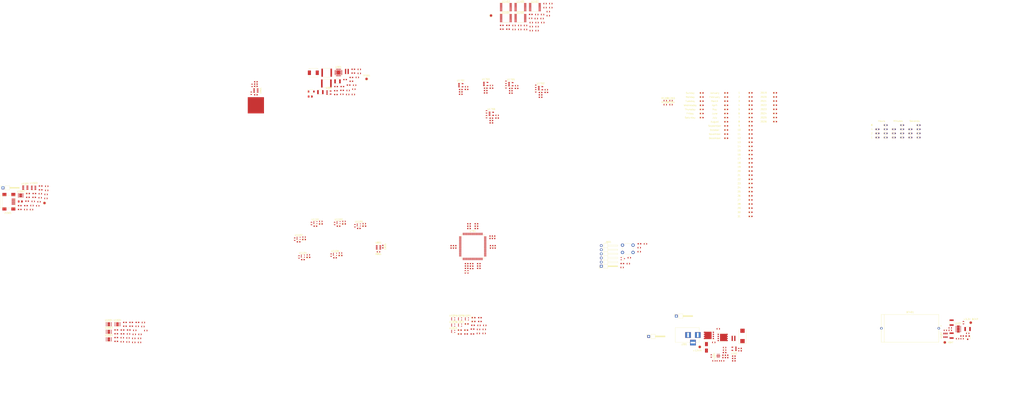
<source format=kicad_pcb>
(kicad_pcb (version 20171130) (host pcbnew "(5.1.2)-1")
  (layers (0 F.Cu mixed) (1 PWR mixed) (2 GND mixed) (31 B.Cu mixed) (34 B.Paste user) (35 F.Paste user) (36 B.SilkS user) (37 F.SilkS user) (38 B.Mask user) (39 F.Mask user) (44 Edge.Cuts user))
  (net 0 "")
  (net 1 GND)
  (net 2 +12Vin)
  (net 3 "Net-(C204-Pad1)")
  (net 4 +3V3)
  (net 5 POS12_ISNS)
  (net 6 +12V)
  (net 7 "Net-(C304-Pad1)")
  (net 8 "Net-(C305-Pad1)")
  (net 9 "Net-(C306-Pad1)")
  (net 10 "Net-(C307-Pad2)")
  (net 11 "Net-(C307-Pad1)")
  (net 12 "Net-(C308-Pad1)")
  (net 13 "Net-(C309-Pad1)")
  (net 14 "Net-(C310-Pad2)")
  (net 15 "Net-(C312-Pad1)")
  (net 16 POS3P3_ISNS)
  (net 17 +3.3V_BCKP)
  (net 18 "Net-(C602-Pad1)")
  (net 19 GNDA)
  (net 20 +3.3VA)
  (net 21 "Net-(C901-Pad2)")
  (net 22 "Net-(C901-Pad1)")
  (net 23 "Net-(C1501-Pad1)")
  (net 24 +5V_USB)
  (net 25 "Net-(C1506-Pad1)")
  (net 26 "/USB UART Bridge/CONN_USB+")
  (net 27 "/USB UART Bridge/CONN_USB-")
  (net 28 "Net-(C1510-Pad1)")
  (net 29 POS12_ISNS_ADC)
  (net 30 POS3P3_ADC)
  (net 31 POS3P3_ISNS_ADC)
  (net 32 POS12_ADC)
  (net 33 POS5_USB_ADC)
  (net 34 "Net-(D1001-Pad2)")
  (net 35 "Net-(D1001-Pad1)")
  (net 36 "Net-(D1002-Pad2)")
  (net 37 "Net-(D1002-Pad1)")
  (net 38 "Net-(D1003-Pad2)")
  (net 39 "Net-(D1003-Pad1)")
  (net 40 "Net-(D1004-Pad2)")
  (net 41 "Net-(D1004-Pad1)")
  (net 42 "Net-(D1005-Pad2)")
  (net 43 "Net-(D1005-Pad1)")
  (net 44 "Net-(D1006-Pad2)")
  (net 45 "Net-(D1006-Pad1)")
  (net 46 "Net-(D1101-Pad2)")
  (net 47 "Net-(D1101-Pad1)")
  (net 48 "Net-(D1102-Pad2)")
  (net 49 "Net-(D1102-Pad1)")
  (net 50 "Net-(D1103-Pad2)")
  (net 51 "Net-(D1103-Pad1)")
  (net 52 "Net-(D1104-Pad2)")
  (net 53 "Net-(D1104-Pad1)")
  (net 54 "Net-(D1105-Pad2)")
  (net 55 "Net-(D1105-Pad1)")
  (net 56 "Net-(D1106-Pad2)")
  (net 57 "Net-(D1106-Pad1)")
  (net 58 "Net-(D1201-Pad2)")
  (net 59 ~JAN_LED)
  (net 60 ~MAR_LED)
  (net 61 ~MAY_LED)
  (net 62 ~JUL_LED)
  (net 63 ~SEP_LED)
  (net 64 ~NOV_LED)
  (net 65 ~FEB_LED)
  (net 66 ~APR_LED)
  (net 67 ~JUN_LED)
  (net 68 ~AUG_LED)
  (net 69 ~OCT_LED)
  (net 70 ~DEC_LED)
  (net 71 "Net-(D1213-Pad2)")
  (net 72 ~Date1_LED)
  (net 73 ~Date3_LED)
  (net 74 ~Date5_LED)
  (net 75 ~Date7_LED)
  (net 76 ~Date9_LED)
  (net 77 ~Date11_LED)
  (net 78 ~Date13_LED)
  (net 79 ~Date15_LED)
  (net 80 ~Date17_LED)
  (net 81 ~Date19_LED)
  (net 82 ~Date21_LED)
  (net 83 ~Date23_LED)
  (net 84 ~Date25_LED)
  (net 85 ~Date27_LED)
  (net 86 ~Date29_LED)
  (net 87 ~Date31_LED)
  (net 88 "Net-(D1229-Pad2)")
  (net 89 ~MON_LED)
  (net 90 ~WED_LED)
  (net 91 ~FRI_LED)
  (net 92 "Net-(D1232-Pad2)")
  (net 93 ~Year2019_LED)
  (net 94 ~Year2021_LED)
  (net 95 ~Year2023_LED)
  (net 96 ~Year2025_LED)
  (net 97 ~Date2_LED)
  (net 98 ~Date4_LED)
  (net 99 ~Date6_LED)
  (net 100 ~Date8_LED)
  (net 101 ~Date10_LED)
  (net 102 ~Date12_LED)
  (net 103 ~Date14_LED)
  (net 104 ~Date16_LED)
  (net 105 ~Date18_LED)
  (net 106 ~Date20_LED)
  (net 107 ~Date22_LED)
  (net 108 ~Date24_LED)
  (net 109 ~Date26_LED)
  (net 110 ~Date28_LED)
  (net 111 ~Date30_LED)
  (net 112 ~SUN_LED)
  (net 113 ~TUE_LED)
  (net 114 ~THR_LED)
  (net 115 ~SAT_LED)
  (net 116 ~Year2020_LED)
  (net 117 ~Year2022_LED)
  (net 118 ~Year2024_LED)
  (net 119 ~Year2026_LED)
  (net 120 "Net-(D1301-Pad2)")
  (net 121 ~Hours0_LED)
  (net 122 "Net-(D1302-Pad2)")
  (net 123 ~Hours2_LED)
  (net 124 "Net-(D1303-Pad2)")
  (net 125 ~Hours4_LED)
  (net 126 "Net-(D1304-Pad2)")
  (net 127 ~Hours6_LED)
  (net 128 "Net-(D1305-Pad2)")
  (net 129 ~Minutes0_LED)
  (net 130 "Net-(D1306-Pad2)")
  (net 131 ~Minutes2_LED)
  (net 132 "Net-(D1307-Pad2)")
  (net 133 ~Minutes4_LED)
  (net 134 "Net-(D1308-Pad2)")
  (net 135 ~Minutes6_LED)
  (net 136 "Net-(D1309-Pad2)")
  (net 137 ~Seconds0_LED)
  (net 138 "Net-(D1310-Pad2)")
  (net 139 ~Seconds2_LED)
  (net 140 "Net-(D1311-Pad2)")
  (net 141 ~Seconds4_LED)
  (net 142 "Net-(D1312-Pad2)")
  (net 143 ~Seconds6_LED)
  (net 144 "Net-(D1313-Pad2)")
  (net 145 ~Hours1_LED)
  (net 146 "Net-(D1314-Pad2)")
  (net 147 ~Hours3_LED)
  (net 148 "Net-(D1315-Pad2)")
  (net 149 ~Hours5_LED)
  (net 150 "Net-(D1316-Pad2)")
  (net 151 ~Minutes1_LED)
  (net 152 "Net-(D1317-Pad2)")
  (net 153 ~Minutes3_LED)
  (net 154 "Net-(D1318-Pad2)")
  (net 155 ~Minutes5_LED)
  (net 156 "Net-(D1319-Pad2)")
  (net 157 ~Seconds1_LED)
  (net 158 "Net-(D1320-Pad2)")
  (net 159 ~Seconds3_LED)
  (net 160 "Net-(D1321-Pad2)")
  (net 161 ~Seconds5_LED)
  (net 162 "Net-(D1501-Pad2)")
  (net 163 ~MCLR)
  (net 164 ICSPDAT)
  (net 165 ICSPCLK)
  (net 166 "Net-(J1501-Pad1)")
  (net 167 "Net-(J1501-Pad6)")
  (net 168 "Net-(Q201-Pad1)")
  (net 169 "Net-(Q201-Pad4)")
  (net 170 "Net-(Q202-Pad4)")
  (net 171 "Net-(Q202-Pad5)")
  (net 172 "Net-(Q601-Pad1)")
  (net 173 "Net-(Q601-Pad3)")
  (net 174 "Net-(R201-Pad2)")
  (net 175 "Net-(R202-Pad2)")
  (net 176 "Net-(R204-Pad2)")
  (net 177 "Net-(R205-Pad1)")
  (net 178 POS12_PGOOD)
  (net 179 POS3P3_PGOOD)
  (net 180 "Net-(R302-Pad2)")
  (net 181 "Net-(R305-Pad1)")
  (net 182 "Net-(R601-Pad1)")
  (net 183 "Net-(R603-Pad1)")
  (net 184 "Net-(R901-Pad1)")
  (net 185 Cap_Touch_Power)
  (net 186 Heartbeat_LED)
  (net 187 Analog_Error_LED)
  (net 188 Reset_LED)
  (net 189 Exception_LED)
  (net 190 USB_Error_LED)
  (net 191 Other_Error_LED)
  (net 192 Date_B0)
  (net 193 Year_B0)
  (net 194 Date_B1)
  (net 195 Year_B1)
  (net 196 Date_B2)
  (net 197 Year_B2)
  (net 198 Date_Decode_Enable)
  (net 199 ~Date_Decode_1)
  (net 200 ~Date_Decode_2)
  (net 201 ~Date_Decode_3)
  (net 202 ~Date_Decode_4)
  (net 203 "Net-(R1502-Pad2)")
  (net 204 "Net-(R1503-Pad2)")
  (net 205 USB_UART_TX)
  (net 206 USB_UART_RX)
  (net 207 POS5_USB_PGOOD)
  (net 208 "/USB UART Bridge/BRIDGE_USB+")
  (net 209 "/USB UART Bridge/BRIDGE_USB-")
  (net 210 TEMP_I2C_SDA)
  (net 211 "Net-(R1601-Pad2)")
  (net 212 TEMP_I2C_SCL)
  (net 213 "Net-(R1602-Pad2)")
  (net 214 "Net-(R1603-Pad2)")
  (net 215 "Net-(R1604-Pad2)")
  (net 216 "Net-(R1605-Pad2)")
  (net 217 "Net-(R1606-Pad2)")
  (net 218 "Net-(R1613-Pad2)")
  (net 219 "Net-(R1614-Pad2)")
  (net 220 "Net-(R1701-Pad1)")
  (net 221 "Net-(R1703-Pad2)")
  (net 222 "Net-(R1704-Pad2)")
  (net 223 "Net-(R1705-Pad2)")
  (net 224 "Net-(R1707-Pad1)")
  (net 225 "Net-(R1709-Pad1)")
  (net 226 "Net-(R1711-Pad2)")
  (net 227 "Net-(R1712-Pad2)")
  (net 228 VBAT)
  (net 229 VBAT_ADC)
  (net 230 ~DIODE_FAULT)
  (net 231 "Net-(R404-Pad1)")
  (net 232 "Net-(R405-Pad1)")
  (net 233 "Net-(BT401-Pad1)")
  (net 234 ~USB_TRAFFIC)
  (net 235 "Net-(Q401-Pad3)")
  (net 236 VBAT_ADC_EN)
  (net 237 ~VBAT_ISOLATE)
  (net 238 STATUS_LED_ENABLE)
  (net 239 +3.3V_STAT)
  (module TO_SOT_Packages_SMD:SOT-23-6 (layer F.Cu) (at 208.788 109.347)
    (fp_text reference U801 (at 0 -2.9) (layer F.SilkS))
    (fp_text value TPS22929D)
    (pad 1 smd rect (at -1.1 -0.95) (size 1.06 0.65) (layers F.Cu F.Paste F.Mask) (net 239 +3.3V_STAT))
    (pad 2 smd rect (at -1.1 0) (size 1.06 0.65) (layers F.Cu F.Paste F.Mask) (net 1 GND))
    (pad 3 smd rect (at -1.1 0.95) (size 1.06 0.65) (layers F.Cu F.Paste F.Mask) (net 238 STATUS_LED_ENABLE))
    (pad 4 smd rect (at 1.1 0.95) (size 1.06 0.65) (layers F.Cu F.Paste F.Mask) (net 4 +3V3))
    (pad 6 smd rect (at 1.1 -0.95) (size 1.06 0.65) (layers F.Cu F.Paste F.Mask) (net 4 +3V3))
    (pad 5 smd rect (at 1.1 0) (size 1.06 0.65) (layers F.Cu F.Paste F.Mask) (net 1 GND))
  )
  (module TO_SOT_Packages_SMD:SOT-23-6 (layer F.Cu) (at 558.419 163.576 270)
    (fp_text reference U402 (at 0 2.6035 90) (layer F.SilkS))
    (fp_text value TPS22929D)
    (pad 1 smd rect (at -1.1 -0.95 270) (size 1.06 0.65) (layers F.Cu F.Paste F.Mask) (net 228 VBAT))
    (pad 2 smd rect (at -1.1 0 270) (size 1.06 0.65) (layers F.Cu F.Paste F.Mask) (net 1 GND))
    (pad 3 smd rect (at -1.1 0.95 270) (size 1.06 0.65) (layers F.Cu F.Paste F.Mask) (net 237 ~VBAT_ISOLATE))
    (pad 4 smd rect (at 1.1 0.95 270) (size 1.06 0.65) (layers F.Cu F.Paste F.Mask) (net 233 "Net-(BT401-Pad1)"))
    (pad 6 smd rect (at 1.1 -0.95 270) (size 1.06 0.65) (layers F.Cu F.Paste F.Mask) (net 233 "Net-(BT401-Pad1)"))
    (pad 5 smd rect (at 1.1 0 270) (size 1.06 0.65) (layers F.Cu F.Paste F.Mask) (net 1 GND))
  )
  (module TO_SOT_Packages_SMD:SOT-23 (layer F.Cu) (at 572.135 165.0365 270)
    (fp_text reference Q401 hide)
    (fp_text value 2N7002)
    (pad 1 smd rect (at -1 -0.95 270) (size 0.9 0.8) (layers F.Cu F.Paste F.Mask) (net 236 VBAT_ADC_EN))
    (pad 2 smd rect (at -1 0.95 270) (size 0.9 0.8) (layers F.Cu F.Paste F.Mask) (net 1 GND))
    (pad 3 smd rect (at 1 0 270) (size 0.9 0.8) (layers F.Cu F.Paste F.Mask) (net 235 "Net-(Q401-Pad3)"))
  )
  (module "Custom Footprints Library:Test_Point" (layer F.Cu) (at 558.038 167.9575)
    (fp_text reference TP402 hide)
    (fp_text value TP)
    (pad 1 smd circle (at 0 0) (size 1.5 1.5) (layers F.Cu F.Mask) (net 228 VBAT))
  )
  (module Resistors_SMD:R_0603 (layer F.Cu) (at 208.788 112.0775 180)
    (fp_text reference R801 (at 0 -1.45) (layer F.SilkS))
    (fp_text value 10k)
    (pad 1 smd rect (at -0.75 0 180) (size 0.5 0.9) (layers F.Cu F.Paste F.Mask) (net 4 +3V3))
    (pad 2 smd rect (at 0.75 0 180) (size 0.5 0.9) (layers F.Cu F.Paste F.Mask) (net 238 STATUS_LED_ENABLE))
  )
  (module Resistors_SMD:R_0603 (layer F.Cu) (at 558.419 160.528)
    (fp_text reference R407 hide)
    (fp_text value 243k)
    (pad 1 smd rect (at -0.75 0) (size 0.5 0.9) (layers F.Cu F.Paste F.Mask) (net 237 ~VBAT_ISOLATE))
    (pad 2 smd rect (at 0.75 0) (size 0.5 0.9) (layers F.Cu F.Paste F.Mask) (net 1 GND))
  )
  (module Resistors_SMD:R_0603 (layer F.Cu) (at 572.135 162.3695 180)
    (fp_text reference R403 hide)
    (fp_text value 10k)
    (pad 1 smd rect (at -0.75 0 180) (size 0.5 0.9) (layers F.Cu F.Paste F.Mask) (net 236 VBAT_ADC_EN))
    (pad 2 smd rect (at 0.75 0 180) (size 0.5 0.9) (layers F.Cu F.Paste F.Mask) (net 1 GND))
  )
  (module Capacitors_SMD:C_0603 (layer F.Cu) (at 211.455 108.9025 270)
    (fp_text reference C825 (at 0 -1.5 90) (layer F.SilkS))
    (fp_text value 0.1uF)
    (pad 2 smd rect (at 0.75 0 270) (size 0.8 0.75) (layers F.Cu F.Paste F.Mask) (net 1 GND))
    (pad 1 smd rect (at -0.75 0 270) (size 0.8 0.75) (layers F.Cu F.Paste F.Mask) (net 4 +3V3))
  )
  (module "Custom Footprints Library:Test_Point" (layer F.Cu) (at 574.04 155.7655)
    (fp_text reference TP401 hide)
    (fp_text value TP)
    (pad 1 smd circle (at 0 0) (size 1.5 1.5) (layers F.Cu F.Mask) (net 17 +3.3V_BCKP))
  )
  (module "Custom Footprints Library:Test_Point" (layer F.Cu) (at 201.422 5.461)
    (fp_text reference TP301 (at 0 -2) (layer F.SilkS))
    (fp_text value TP)
    (pad 1 smd circle (at 0 0) (size 1.5 1.5) (layers F.Cu F.Mask) (net 4 +3V3))
  )
  (module Resistors_SMD:R_0603 (layer F.Cu) (at 561.4035 160.528 180)
    (fp_text reference R405 hide)
    (fp_text value 499)
    (pad 1 smd rect (at -0.75 0 180) (size 0.5 0.9) (layers F.Cu F.Paste F.Mask) (net 232 "Net-(R405-Pad1)"))
    (pad 2 smd rect (at 0.75 0 180) (size 0.5 0.9) (layers F.Cu F.Paste F.Mask) (net 1 GND))
  )
  (module Resistors_SMD:R_0603 (layer F.Cu) (at 561.4035 159.004 180)
    (fp_text reference R404 hide)
    (fp_text value 499)
    (pad 1 smd rect (at -0.75 0 180) (size 0.5 0.9) (layers F.Cu F.Paste F.Mask) (net 231 "Net-(R404-Pad1)"))
    (pad 2 smd rect (at 0.75 0 180) (size 0.5 0.9) (layers F.Cu F.Paste F.Mask) (net 1 GND))
  )
  (module Housings_DFN_QFN:DFN-16-1EP_3x5mm_Pitch0.5mm (layer F.Cu) (at 566.3565 159.7025)
    (fp_text reference U401 (at 0 -3.55) (layer F.SilkS))
    (fp_text value LTC4415DHC)
    (pad 1 smd rect (at -1.425 -1.75) (size 0.65 0.25) (layers F.Cu F.Paste F.Mask) (net 4 +3V3))
    (pad 2 smd rect (at -1.425 -1.25) (size 0.65 0.25) (layers F.Cu F.Paste F.Mask) (net 4 +3V3))
    (pad 3 smd rect (at -1.425 -0.75) (size 0.65 0.25) (layers F.Cu F.Paste F.Mask) (net 179 POS3P3_PGOOD))
    (pad 4 smd rect (at -1.425 -0.25) (size 0.65 0.25) (layers F.Cu F.Paste F.Mask) (net 231 "Net-(R404-Pad1)"))
    (pad 5 smd rect (at -1.425 0.25) (size 0.65 0.25) (layers F.Cu F.Paste F.Mask) (net 232 "Net-(R405-Pad1)"))
    (pad 6 smd rect (at -1.425 0.75) (size 0.65 0.25) (layers F.Cu F.Paste F.Mask) (net 179 POS3P3_PGOOD))
    (pad 7 smd rect (at -1.425 1.25) (size 0.65 0.25) (layers F.Cu F.Paste F.Mask) (net 228 VBAT))
    (pad 8 smd rect (at -1.425 1.75) (size 0.65 0.25) (layers F.Cu F.Paste F.Mask) (net 228 VBAT))
    (pad 9 smd rect (at 1.425 1.75) (size 0.65 0.25) (layers F.Cu F.Paste F.Mask) (net 17 +3.3V_BCKP))
    (pad 10 smd rect (at 1.425 1.25) (size 0.65 0.25) (layers F.Cu F.Paste F.Mask) (net 17 +3.3V_BCKP))
    (pad 11 smd rect (at 1.425 0.75) (size 0.65 0.25) (layers F.Cu F.Paste F.Mask))
    (pad 12 smd rect (at 1.425 0.25) (size 0.65 0.25) (layers F.Cu F.Paste F.Mask) (net 230 ~DIODE_FAULT))
    (pad 13 smd rect (at 1.425 -0.25) (size 0.65 0.25) (layers F.Cu F.Paste F.Mask) (net 230 ~DIODE_FAULT))
    (pad 14 smd rect (at 1.425 -0.75) (size 0.65 0.25) (layers F.Cu F.Paste F.Mask))
    (pad 15 smd rect (at 1.425 -1.25) (size 0.65 0.25) (layers F.Cu F.Paste F.Mask) (net 17 +3.3V_BCKP))
    (pad 16 smd rect (at 1.425 -1.75) (size 0.65 0.25) (layers F.Cu F.Paste F.Mask) (net 17 +3.3V_BCKP))
    (pad 17 smd rect (at 0.415 1.65) (size 0.83 1.1) (layers F.Cu F.Paste F.Mask) (net 1 GND))
    (pad 17 smd rect (at 0.415 0.55) (size 0.83 1.1) (layers F.Cu F.Paste F.Mask) (net 1 GND))
    (pad 17 smd rect (at 0.415 -0.55) (size 0.83 1.1) (layers F.Cu F.Paste F.Mask) (net 1 GND))
    (pad 17 smd rect (at 0.415 -1.65) (size 0.83 1.1) (layers F.Cu F.Paste F.Mask) (net 1 GND))
    (pad 17 smd rect (at -0.415 1.65) (size 0.83 1.1) (layers F.Cu F.Paste F.Mask) (net 1 GND))
    (pad 17 smd rect (at -0.415 0.55) (size 0.83 1.1) (layers F.Cu F.Paste F.Mask) (net 1 GND))
    (pad 17 smd rect (at -0.415 -0.55) (size 0.83 1.1) (layers F.Cu F.Paste F.Mask) (net 1 GND))
    (pad 17 smd rect (at -0.415 -1.65) (size 0.83 1.1) (layers F.Cu F.Paste F.Mask) (net 1 GND))
  )
  (module Resistors_SMD:R_0603 (layer F.Cu) (at 569.5315 155.7655 270)
    (fp_text reference R406 hide)
    (fp_text value 10k)
    (pad 1 smd rect (at -0.75 0 270) (size 0.5 0.9) (layers F.Cu F.Paste F.Mask) (net 4 +3V3))
    (pad 2 smd rect (at 0.75 0 270) (size 0.5 0.9) (layers F.Cu F.Paste F.Mask) (net 230 ~DIODE_FAULT))
  )
  (module Resistors_SMD:R_0603 (layer F.Cu) (at 568.706 165.6715)
    (fp_text reference R402 hide)
    (fp_text value 243k)
    (pad 1 smd rect (at -0.75 0) (size 0.5 0.9) (layers F.Cu F.Paste F.Mask) (net 229 VBAT_ADC))
    (pad 2 smd rect (at 0.75 0) (size 0.5 0.9) (layers F.Cu F.Paste F.Mask) (net 235 "Net-(Q401-Pad3)"))
  )
  (module Resistors_SMD:R_0603 (layer F.Cu) (at 565.912 165.6715)
    (fp_text reference R401 hide)
    (fp_text value 243k)
    (pad 1 smd rect (at -0.75 0) (size 0.5 0.9) (layers F.Cu F.Paste F.Mask) (net 228 VBAT))
    (pad 2 smd rect (at 0.75 0) (size 0.5 0.9) (layers F.Cu F.Paste F.Mask) (net 229 VBAT_ADC))
  )
  (module Capacitors_SMD:C_1210 (layer F.Cu) (at 572.0715 159.7025)
    (fp_text reference C404 hide)
    (fp_text value 47uF)
    (pad 1 smd rect (at -1.5 0) (size 1 2.5) (layers F.Cu F.Paste F.Mask) (net 17 +3.3V_BCKP))
    (pad 2 smd rect (at 1.5 0) (size 1 2.5) (layers F.Cu F.Paste F.Mask) (net 1 GND))
  )
  (module Capacitors_SMD:C_1210 (layer F.Cu) (at 562.229 163.7665 270)
    (fp_text reference C403 hide)
    (fp_text value 47uF)
    (pad 1 smd rect (at -1.5 0 270) (size 1 2.5) (layers F.Cu F.Paste F.Mask) (net 228 VBAT))
    (pad 2 smd rect (at 1.5 0 270) (size 1 2.5) (layers F.Cu F.Paste F.Mask) (net 1 GND))
  )
  (module Capacitors_SMD:C_1210 (layer F.Cu) (at 562.229 155.7655 90)
    (fp_text reference C402 hide)
    (fp_text value 47uF)
    (pad 1 smd rect (at -1.5 0 90) (size 1 2.5) (layers F.Cu F.Paste F.Mask) (net 4 +3V3))
    (pad 2 smd rect (at 1.5 0 90) (size 1 2.5) (layers F.Cu F.Paste F.Mask) (net 1 GND))
  )
  (module Capacitors_SMD:C_0603 (layer F.Cu) (at 568.706 164.0205)
    (fp_text reference C401 hide)
    (fp_text value 0.1uF)
    (pad 2 smd rect (at 0.75 0) (size 0.8 0.75) (layers F.Cu F.Paste F.Mask) (net 1 GND))
    (pad 1 smd rect (at -0.75 0) (size 0.8 0.75) (layers F.Cu F.Paste F.Mask) (net 229 VBAT_ADC))
  )
  (module "Custom Footprints Library:BR-2_3AE5SPN" (layer F.Cu) (at 536.6385 159.258)
    (fp_text reference BT401 (at 0 -9.914) (layer F.SilkS))
    (fp_text value BR-2/3AE5SPN)
    (fp_text user + (at 19.05 -1.524) (layer F.SilkS))
    (pad 2 thru_hole circle (at -17.7165 0) (size 1.524 1.524) (drill 0.762) (layers *.Cu *.Mask) (net 1 GND))
    (pad 1 thru_hole circle (at 17.7165 0) (size 1.524 1.524) (drill 0.762) (layers *.Cu *.Mask) (net 233 "Net-(BT401-Pad1)"))
  )
  (module Resistors_SMD:R_0603 (layer F.Cu) (at 389.1855 21.3395)
    (fp_text reference R1204 (at 0 -1.45) (layer F.SilkS))
    (fp_text value 1k)
    (pad 1 smd rect (at -0.75 0) (size 0.5 0.9) (layers F.Cu F.Paste F.Mask) (net 4 +3V3))
    (pad 2 smd rect (at 0.75 0) (size 0.5 0.9) (layers F.Cu F.Paste F.Mask) (net 92 "Net-(D1232-Pad2)"))
  )
  (module Resistors_SMD:R_0603 (layer F.Cu) (at 389.1855 18.8595)
    (fp_text reference R1203 (at 0 -1.45) (layer F.SilkS))
    (fp_text value 1k)
    (pad 1 smd rect (at -0.75 0) (size 0.5 0.9) (layers F.Cu F.Paste F.Mask) (net 4 +3V3))
    (pad 2 smd rect (at 0.75 0) (size 0.5 0.9) (layers F.Cu F.Paste F.Mask) (net 88 "Net-(D1229-Pad2)"))
  )
  (module Resistors_SMD:R_0603 (layer F.Cu) (at 385.6355 21.3395)
    (fp_text reference R1202 (at 0 -1.45) (layer F.SilkS))
    (fp_text value 1k)
    (pad 1 smd rect (at -0.75 0) (size 0.5 0.9) (layers F.Cu F.Paste F.Mask) (net 4 +3V3))
    (pad 2 smd rect (at 0.75 0) (size 0.5 0.9) (layers F.Cu F.Paste F.Mask) (net 71 "Net-(D1213-Pad2)"))
  )
  (module Resistors_SMD:R_0603 (layer F.Cu) (at 385.6355 18.8595)
    (fp_text reference R1201 (at 0 -1.45) (layer F.SilkS))
    (fp_text value 1k)
    (pad 1 smd rect (at -0.75 0) (size 0.5 0.9) (layers F.Cu F.Paste F.Mask) (net 4 +3V3))
    (pad 2 smd rect (at 0.75 0) (size 0.5 0.9) (layers F.Cu F.Paste F.Mask) (net 58 "Net-(D1201-Pad2)"))
  )
  (module LEDs:LED_0603 (layer F.Cu) (at 453.39 31.8135)
    (fp_text reference D1258 hide)
    (fp_text value Red)
    (pad 1 smd rect (at -0.8 0 180) (size 0.8 0.8) (layers F.Cu F.Paste F.Mask) (net 119 ~Year2026_LED))
    (pad 2 smd rect (at 0.8 0 180) (size 0.8 0.8) (layers F.Cu F.Paste F.Mask) (net 92 "Net-(D1232-Pad2)"))
  )
  (module LEDs:LED_0603 (layer F.Cu) (at 453.39 29.2735)
    (fp_text reference D1235 hide)
    (fp_text value Red)
    (pad 1 smd rect (at -0.8 0 180) (size 0.8 0.8) (layers F.Cu F.Paste F.Mask) (net 96 ~Year2025_LED))
    (pad 2 smd rect (at 0.8 0 180) (size 0.8 0.8) (layers F.Cu F.Paste F.Mask) (net 92 "Net-(D1232-Pad2)"))
  )
  (module LEDs:LED_0603 (layer F.Cu) (at 453.39 26.7335)
    (fp_text reference D1257 hide)
    (fp_text value Red)
    (pad 1 smd rect (at -0.8 0 180) (size 0.8 0.8) (layers F.Cu F.Paste F.Mask) (net 118 ~Year2024_LED))
    (pad 2 smd rect (at 0.8 0 180) (size 0.8 0.8) (layers F.Cu F.Paste F.Mask) (net 92 "Net-(D1232-Pad2)"))
  )
  (module LEDs:LED_0603 (layer F.Cu) (at 453.39 24.1935)
    (fp_text reference D1234 hide)
    (fp_text value Red)
    (pad 1 smd rect (at -0.8 0 180) (size 0.8 0.8) (layers F.Cu F.Paste F.Mask) (net 95 ~Year2023_LED))
    (pad 2 smd rect (at 0.8 0 180) (size 0.8 0.8) (layers F.Cu F.Paste F.Mask) (net 92 "Net-(D1232-Pad2)"))
  )
  (module LEDs:LED_0603 (layer F.Cu) (at 453.39 21.6535)
    (fp_text reference D1256 hide)
    (fp_text value Red)
    (pad 1 smd rect (at -0.8 0 180) (size 0.8 0.8) (layers F.Cu F.Paste F.Mask) (net 117 ~Year2022_LED))
    (pad 2 smd rect (at 0.8 0 180) (size 0.8 0.8) (layers F.Cu F.Paste F.Mask) (net 92 "Net-(D1232-Pad2)"))
  )
  (module LEDs:LED_0603 (layer F.Cu) (at 453.39 19.1135)
    (fp_text reference D1233 hide)
    (fp_text value Red)
    (pad 1 smd rect (at -0.8 0 180) (size 0.8 0.8) (layers F.Cu F.Paste F.Mask) (net 94 ~Year2021_LED))
    (pad 2 smd rect (at 0.8 0 180) (size 0.8 0.8) (layers F.Cu F.Paste F.Mask) (net 92 "Net-(D1232-Pad2)"))
  )
  (module LEDs:LED_0603 (layer F.Cu) (at 453.39 16.5735)
    (fp_text reference D1255 hide)
    (fp_text value Red)
    (pad 1 smd rect (at -0.8 0 180) (size 0.8 0.8) (layers F.Cu F.Paste F.Mask) (net 116 ~Year2020_LED))
    (pad 2 smd rect (at 0.8 0 180) (size 0.8 0.8) (layers F.Cu F.Paste F.Mask) (net 92 "Net-(D1232-Pad2)"))
  )
  (module LEDs:LED_0603 (layer F.Cu) (at 408.1145 29.337)
    (fp_text reference D1254 hide)
    (fp_text value Red)
    (pad 1 smd rect (at -0.8 0 180) (size 0.8 0.8) (layers F.Cu F.Paste F.Mask) (net 115 ~SAT_LED))
    (pad 2 smd rect (at 0.8 0 180) (size 0.8 0.8) (layers F.Cu F.Paste F.Mask) (net 88 "Net-(D1229-Pad2)"))
  )
  (module LEDs:LED_0603 (layer F.Cu) (at 408.1145 26.797)
    (fp_text reference D1231 hide)
    (fp_text value Red)
    (pad 1 smd rect (at -0.8 0 180) (size 0.8 0.8) (layers F.Cu F.Paste F.Mask) (net 91 ~FRI_LED))
    (pad 2 smd rect (at 0.8 0 180) (size 0.8 0.8) (layers F.Cu F.Paste F.Mask) (net 88 "Net-(D1229-Pad2)"))
  )
  (module LEDs:LED_0603 (layer F.Cu) (at 408.1145 24.257)
    (fp_text reference D1253 hide)
    (fp_text value Red)
    (pad 1 smd rect (at -0.8 0 180) (size 0.8 0.8) (layers F.Cu F.Paste F.Mask) (net 114 ~THR_LED))
    (pad 2 smd rect (at 0.8 0 180) (size 0.8 0.8) (layers F.Cu F.Paste F.Mask) (net 88 "Net-(D1229-Pad2)"))
  )
  (module LEDs:LED_0603 (layer F.Cu) (at 408.1145 21.717)
    (fp_text reference D1230 hide)
    (fp_text value Red)
    (pad 1 smd rect (at -0.8 0 180) (size 0.8 0.8) (layers F.Cu F.Paste F.Mask) (net 90 ~WED_LED))
    (pad 2 smd rect (at 0.8 0 180) (size 0.8 0.8) (layers F.Cu F.Paste F.Mask) (net 88 "Net-(D1229-Pad2)"))
  )
  (module LEDs:LED_0603 (layer F.Cu) (at 408.1145 19.177)
    (fp_text reference D1252 hide)
    (fp_text value Red)
    (pad 1 smd rect (at -0.8 0 180) (size 0.8 0.8) (layers F.Cu F.Paste F.Mask) (net 113 ~TUE_LED))
    (pad 2 smd rect (at 0.8 0 180) (size 0.8 0.8) (layers F.Cu F.Paste F.Mask) (net 88 "Net-(D1229-Pad2)"))
  )
  (module LEDs:LED_0603 (layer F.Cu) (at 408.1145 16.637)
    (fp_text reference D1229 hide)
    (fp_text value Red)
    (pad 1 smd rect (at -0.8 0 180) (size 0.8 0.8) (layers F.Cu F.Paste F.Mask) (net 89 ~MON_LED))
    (pad 2 smd rect (at 0.8 0 180) (size 0.8 0.8) (layers F.Cu F.Paste F.Mask) (net 88 "Net-(D1229-Pad2)"))
  )
  (module LEDs:LED_0603 (layer F.Cu) (at 438.277 90.2335)
    (fp_text reference D1228 hide)
    (fp_text value Red)
    (pad 1 smd rect (at -0.8 0 180) (size 0.8 0.8) (layers F.Cu F.Paste F.Mask) (net 87 ~Date31_LED))
    (pad 2 smd rect (at 0.8 0 180) (size 0.8 0.8) (layers F.Cu F.Paste F.Mask) (net 71 "Net-(D1213-Pad2)"))
  )
  (module LEDs:LED_0603 (layer F.Cu) (at 438.277 87.6935)
    (fp_text reference D1250 hide)
    (fp_text value Red)
    (pad 1 smd rect (at -0.8 0 180) (size 0.8 0.8) (layers F.Cu F.Paste F.Mask) (net 111 ~Date30_LED))
    (pad 2 smd rect (at 0.8 0 180) (size 0.8 0.8) (layers F.Cu F.Paste F.Mask) (net 71 "Net-(D1213-Pad2)"))
  )
  (module LEDs:LED_0603 (layer F.Cu) (at 438.277 85.1535)
    (fp_text reference D1227 hide)
    (fp_text value Red)
    (pad 1 smd rect (at -0.8 0 180) (size 0.8 0.8) (layers F.Cu F.Paste F.Mask) (net 86 ~Date29_LED))
    (pad 2 smd rect (at 0.8 0 180) (size 0.8 0.8) (layers F.Cu F.Paste F.Mask) (net 71 "Net-(D1213-Pad2)"))
  )
  (module LEDs:LED_0603 (layer F.Cu) (at 438.277 82.6135)
    (fp_text reference D1249 hide)
    (fp_text value Red)
    (pad 1 smd rect (at -0.8 0 180) (size 0.8 0.8) (layers F.Cu F.Paste F.Mask) (net 110 ~Date28_LED))
    (pad 2 smd rect (at 0.8 0 180) (size 0.8 0.8) (layers F.Cu F.Paste F.Mask) (net 71 "Net-(D1213-Pad2)"))
  )
  (module LEDs:LED_0603 (layer F.Cu) (at 438.277 80.0735)
    (fp_text reference D1226 hide)
    (fp_text value Red)
    (pad 1 smd rect (at -0.8 0 180) (size 0.8 0.8) (layers F.Cu F.Paste F.Mask) (net 85 ~Date27_LED))
    (pad 2 smd rect (at 0.8 0 180) (size 0.8 0.8) (layers F.Cu F.Paste F.Mask) (net 71 "Net-(D1213-Pad2)"))
  )
  (module LEDs:LED_0603 (layer F.Cu) (at 438.277 77.5335)
    (fp_text reference D1248 hide)
    (fp_text value Red)
    (pad 1 smd rect (at -0.8 0 180) (size 0.8 0.8) (layers F.Cu F.Paste F.Mask) (net 109 ~Date26_LED))
    (pad 2 smd rect (at 0.8 0 180) (size 0.8 0.8) (layers F.Cu F.Paste F.Mask) (net 71 "Net-(D1213-Pad2)"))
  )
  (module LEDs:LED_0603 (layer F.Cu) (at 438.277 74.9935)
    (fp_text reference D1225 hide)
    (fp_text value Red)
    (pad 1 smd rect (at -0.8 0 180) (size 0.8 0.8) (layers F.Cu F.Paste F.Mask) (net 84 ~Date25_LED))
    (pad 2 smd rect (at 0.8 0 180) (size 0.8 0.8) (layers F.Cu F.Paste F.Mask) (net 71 "Net-(D1213-Pad2)"))
  )
  (module LEDs:LED_0603 (layer F.Cu) (at 438.277 72.4535)
    (fp_text reference D1247 hide)
    (fp_text value Red)
    (pad 1 smd rect (at -0.8 0 180) (size 0.8 0.8) (layers F.Cu F.Paste F.Mask) (net 108 ~Date24_LED))
    (pad 2 smd rect (at 0.8 0 180) (size 0.8 0.8) (layers F.Cu F.Paste F.Mask) (net 71 "Net-(D1213-Pad2)"))
  )
  (module LEDs:LED_0603 (layer F.Cu) (at 438.277 69.9135)
    (fp_text reference D1224 hide)
    (fp_text value Red)
    (pad 1 smd rect (at -0.8 0 180) (size 0.8 0.8) (layers F.Cu F.Paste F.Mask) (net 83 ~Date23_LED))
    (pad 2 smd rect (at 0.8 0 180) (size 0.8 0.8) (layers F.Cu F.Paste F.Mask) (net 71 "Net-(D1213-Pad2)"))
  )
  (module LEDs:LED_0603 (layer F.Cu) (at 438.277 67.3735)
    (fp_text reference D1246 hide)
    (fp_text value Red)
    (pad 1 smd rect (at -0.8 0 180) (size 0.8 0.8) (layers F.Cu F.Paste F.Mask) (net 107 ~Date22_LED))
    (pad 2 smd rect (at 0.8 0 180) (size 0.8 0.8) (layers F.Cu F.Paste F.Mask) (net 71 "Net-(D1213-Pad2)"))
  )
  (module LEDs:LED_0603 (layer F.Cu) (at 438.277 64.8335)
    (fp_text reference D1223 hide)
    (fp_text value Red)
    (pad 1 smd rect (at -0.8 0 180) (size 0.8 0.8) (layers F.Cu F.Paste F.Mask) (net 82 ~Date21_LED))
    (pad 2 smd rect (at 0.8 0 180) (size 0.8 0.8) (layers F.Cu F.Paste F.Mask) (net 71 "Net-(D1213-Pad2)"))
  )
  (module LEDs:LED_0603 (layer F.Cu) (at 438.277 62.2935)
    (fp_text reference D1245 hide)
    (fp_text value Red)
    (pad 1 smd rect (at -0.8 0 180) (size 0.8 0.8) (layers F.Cu F.Paste F.Mask) (net 106 ~Date20_LED))
    (pad 2 smd rect (at 0.8 0 180) (size 0.8 0.8) (layers F.Cu F.Paste F.Mask) (net 71 "Net-(D1213-Pad2)"))
  )
  (module LEDs:LED_0603 (layer F.Cu) (at 438.277 59.7535)
    (fp_text reference D1222 hide)
    (fp_text value Red)
    (pad 1 smd rect (at -0.8 0 180) (size 0.8 0.8) (layers F.Cu F.Paste F.Mask) (net 81 ~Date19_LED))
    (pad 2 smd rect (at 0.8 0 180) (size 0.8 0.8) (layers F.Cu F.Paste F.Mask) (net 71 "Net-(D1213-Pad2)"))
  )
  (module LEDs:LED_0603 (layer F.Cu) (at 438.277 57.2135)
    (fp_text reference D1244 hide)
    (fp_text value Red)
    (pad 1 smd rect (at -0.8 0 180) (size 0.8 0.8) (layers F.Cu F.Paste F.Mask) (net 105 ~Date18_LED))
    (pad 2 smd rect (at 0.8 0 180) (size 0.8 0.8) (layers F.Cu F.Paste F.Mask) (net 71 "Net-(D1213-Pad2)"))
  )
  (module LEDs:LED_0603 (layer F.Cu) (at 438.277 54.6735)
    (fp_text reference D1221 hide)
    (fp_text value Red)
    (pad 1 smd rect (at -0.8 0 180) (size 0.8 0.8) (layers F.Cu F.Paste F.Mask) (net 80 ~Date17_LED))
    (pad 2 smd rect (at 0.8 0 180) (size 0.8 0.8) (layers F.Cu F.Paste F.Mask) (net 71 "Net-(D1213-Pad2)"))
  )
  (module LEDs:LED_0603 (layer F.Cu) (at 438.277 52.1335)
    (fp_text reference D1243 hide)
    (fp_text value Red)
    (pad 1 smd rect (at -0.8 0 180) (size 0.8 0.8) (layers F.Cu F.Paste F.Mask) (net 104 ~Date16_LED))
    (pad 2 smd rect (at 0.8 0 180) (size 0.8 0.8) (layers F.Cu F.Paste F.Mask) (net 71 "Net-(D1213-Pad2)"))
  )
  (module LEDs:LED_0603 (layer F.Cu) (at 438.277 49.5935)
    (fp_text reference D1220 hide)
    (fp_text value Red)
    (pad 1 smd rect (at -0.8 0 180) (size 0.8 0.8) (layers F.Cu F.Paste F.Mask) (net 79 ~Date15_LED))
    (pad 2 smd rect (at 0.8 0 180) (size 0.8 0.8) (layers F.Cu F.Paste F.Mask) (net 71 "Net-(D1213-Pad2)"))
  )
  (module LEDs:LED_0603 (layer F.Cu) (at 438.277 47.0535)
    (fp_text reference D1242 hide)
    (fp_text value Red)
    (pad 1 smd rect (at -0.8 0 180) (size 0.8 0.8) (layers F.Cu F.Paste F.Mask) (net 103 ~Date14_LED))
    (pad 2 smd rect (at 0.8 0 180) (size 0.8 0.8) (layers F.Cu F.Paste F.Mask) (net 71 "Net-(D1213-Pad2)"))
  )
  (module LEDs:LED_0603 (layer F.Cu) (at 438.277 44.5135)
    (fp_text reference D1219 hide)
    (fp_text value Red)
    (pad 1 smd rect (at -0.8 0 180) (size 0.8 0.8) (layers F.Cu F.Paste F.Mask) (net 78 ~Date13_LED))
    (pad 2 smd rect (at 0.8 0 180) (size 0.8 0.8) (layers F.Cu F.Paste F.Mask) (net 71 "Net-(D1213-Pad2)"))
  )
  (module LEDs:LED_0603 (layer F.Cu) (at 438.277 41.9735)
    (fp_text reference D1241 hide)
    (fp_text value Red)
    (pad 1 smd rect (at -0.8 0 180) (size 0.8 0.8) (layers F.Cu F.Paste F.Mask) (net 102 ~Date12_LED))
    (pad 2 smd rect (at 0.8 0 180) (size 0.8 0.8) (layers F.Cu F.Paste F.Mask) (net 71 "Net-(D1213-Pad2)"))
  )
  (module LEDs:LED_0603 (layer F.Cu) (at 438.277 39.4335)
    (fp_text reference D1218 hide)
    (fp_text value Red)
    (pad 1 smd rect (at -0.8 0 180) (size 0.8 0.8) (layers F.Cu F.Paste F.Mask) (net 77 ~Date11_LED))
    (pad 2 smd rect (at 0.8 0 180) (size 0.8 0.8) (layers F.Cu F.Paste F.Mask) (net 71 "Net-(D1213-Pad2)"))
  )
  (module LEDs:LED_0603 (layer F.Cu) (at 438.277 36.8935)
    (fp_text reference D1240 hide)
    (fp_text value Red)
    (pad 1 smd rect (at -0.8 0 180) (size 0.8 0.8) (layers F.Cu F.Paste F.Mask) (net 101 ~Date10_LED))
    (pad 2 smd rect (at 0.8 0 180) (size 0.8 0.8) (layers F.Cu F.Paste F.Mask) (net 71 "Net-(D1213-Pad2)"))
  )
  (module LEDs:LED_0603 (layer F.Cu) (at 438.277 34.3535)
    (fp_text reference D1217 hide)
    (fp_text value Red)
    (pad 1 smd rect (at -0.8 0 180) (size 0.8 0.8) (layers F.Cu F.Paste F.Mask) (net 76 ~Date9_LED))
    (pad 2 smd rect (at 0.8 0 180) (size 0.8 0.8) (layers F.Cu F.Paste F.Mask) (net 71 "Net-(D1213-Pad2)"))
  )
  (module LEDs:LED_0603 (layer F.Cu) (at 438.277 31.8135)
    (fp_text reference D1239 hide)
    (fp_text value Red)
    (pad 1 smd rect (at -0.8 0 180) (size 0.8 0.8) (layers F.Cu F.Paste F.Mask) (net 100 ~Date8_LED))
    (pad 2 smd rect (at 0.8 0 180) (size 0.8 0.8) (layers F.Cu F.Paste F.Mask) (net 71 "Net-(D1213-Pad2)"))
  )
  (module LEDs:LED_0603 (layer F.Cu) (at 438.277 29.2735)
    (fp_text reference D1216 hide)
    (fp_text value Red)
    (pad 1 smd rect (at -0.8 0 180) (size 0.8 0.8) (layers F.Cu F.Paste F.Mask) (net 75 ~Date7_LED))
    (pad 2 smd rect (at 0.8 0 180) (size 0.8 0.8) (layers F.Cu F.Paste F.Mask) (net 71 "Net-(D1213-Pad2)"))
  )
  (module LEDs:LED_0603 (layer F.Cu) (at 438.277 26.7335)
    (fp_text reference D1238 hide)
    (fp_text value Red)
    (pad 1 smd rect (at -0.8 0 180) (size 0.8 0.8) (layers F.Cu F.Paste F.Mask) (net 99 ~Date6_LED))
    (pad 2 smd rect (at 0.8 0 180) (size 0.8 0.8) (layers F.Cu F.Paste F.Mask) (net 71 "Net-(D1213-Pad2)"))
  )
  (module LEDs:LED_0603 (layer F.Cu) (at 438.277 24.1935)
    (fp_text reference D1215 hide)
    (fp_text value Red)
    (pad 1 smd rect (at -0.8 0 180) (size 0.8 0.8) (layers F.Cu F.Paste F.Mask) (net 74 ~Date5_LED))
    (pad 2 smd rect (at 0.8 0 180) (size 0.8 0.8) (layers F.Cu F.Paste F.Mask) (net 71 "Net-(D1213-Pad2)"))
  )
  (module LEDs:LED_0603 (layer F.Cu) (at 438.277 21.6535)
    (fp_text reference D1237 hide)
    (fp_text value Red)
    (pad 1 smd rect (at -0.8 0 180) (size 0.8 0.8) (layers F.Cu F.Paste F.Mask) (net 98 ~Date4_LED))
    (pad 2 smd rect (at 0.8 0 180) (size 0.8 0.8) (layers F.Cu F.Paste F.Mask) (net 71 "Net-(D1213-Pad2)"))
  )
  (module LEDs:LED_0603 (layer F.Cu) (at 438.277 19.1135)
    (fp_text reference D1214 hide)
    (fp_text value Red)
    (pad 1 smd rect (at -0.8 0 180) (size 0.8 0.8) (layers F.Cu F.Paste F.Mask) (net 73 ~Date3_LED))
    (pad 2 smd rect (at 0.8 0 180) (size 0.8 0.8) (layers F.Cu F.Paste F.Mask) (net 71 "Net-(D1213-Pad2)"))
  )
  (module LEDs:LED_0603 (layer F.Cu) (at 438.277 16.5735)
    (fp_text reference D1236 hide)
    (fp_text value Red)
    (pad 1 smd rect (at -0.8 0 180) (size 0.8 0.8) (layers F.Cu F.Paste F.Mask) (net 97 ~Date2_LED))
    (pad 2 smd rect (at 0.8 0 180) (size 0.8 0.8) (layers F.Cu F.Paste F.Mask) (net 71 "Net-(D1213-Pad2)"))
  )
  (module LEDs:LED_0603 (layer F.Cu) (at 423.2275 42.037)
    (fp_text reference D1212 hide)
    (fp_text value Red)
    (pad 1 smd rect (at -0.8 0 180) (size 0.8 0.8) (layers F.Cu F.Paste F.Mask) (net 70 ~DEC_LED))
    (pad 2 smd rect (at 0.8 0 180) (size 0.8 0.8) (layers F.Cu F.Paste F.Mask) (net 58 "Net-(D1201-Pad2)"))
  )
  (module LEDs:LED_0603 (layer F.Cu) (at 423.2275 39.497)
    (fp_text reference D1206 hide)
    (fp_text value Red)
    (pad 1 smd rect (at -0.8 0 180) (size 0.8 0.8) (layers F.Cu F.Paste F.Mask) (net 64 ~NOV_LED))
    (pad 2 smd rect (at 0.8 0 180) (size 0.8 0.8) (layers F.Cu F.Paste F.Mask) (net 58 "Net-(D1201-Pad2)"))
  )
  (module LEDs:LED_0603 (layer F.Cu) (at 423.2275 36.957)
    (fp_text reference D1211 hide)
    (fp_text value Red)
    (pad 1 smd rect (at -0.8 0 180) (size 0.8 0.8) (layers F.Cu F.Paste F.Mask) (net 69 ~OCT_LED))
    (pad 2 smd rect (at 0.8 0 180) (size 0.8 0.8) (layers F.Cu F.Paste F.Mask) (net 58 "Net-(D1201-Pad2)"))
  )
  (module LEDs:LED_0603 (layer F.Cu) (at 423.2275 34.417)
    (fp_text reference D1205 hide)
    (fp_text value Red)
    (pad 1 smd rect (at -0.8 0 180) (size 0.8 0.8) (layers F.Cu F.Paste F.Mask) (net 63 ~SEP_LED))
    (pad 2 smd rect (at 0.8 0 180) (size 0.8 0.8) (layers F.Cu F.Paste F.Mask) (net 58 "Net-(D1201-Pad2)"))
  )
  (module LEDs:LED_0603 (layer F.Cu) (at 423.2275 31.877)
    (fp_text reference D1210 hide)
    (fp_text value Red)
    (pad 1 smd rect (at -0.8 0 180) (size 0.8 0.8) (layers F.Cu F.Paste F.Mask) (net 68 ~AUG_LED))
    (pad 2 smd rect (at 0.8 0 180) (size 0.8 0.8) (layers F.Cu F.Paste F.Mask) (net 58 "Net-(D1201-Pad2)"))
  )
  (module LEDs:LED_0603 (layer F.Cu) (at 423.2275 29.337)
    (fp_text reference D1204 hide)
    (fp_text value Red)
    (pad 2 smd rect (at 0.8 0 180) (size 0.8 0.8) (layers F.Cu F.Paste F.Mask) (net 58 "Net-(D1201-Pad2)"))
    (pad 1 smd rect (at -0.8 0 180) (size 0.8 0.8) (layers F.Cu F.Paste F.Mask) (net 62 ~JUL_LED))
  )
  (module LEDs:LED_0603 (layer F.Cu) (at 423.2275 26.797)
    (fp_text reference D1209 hide)
    (fp_text value Red)
    (pad 1 smd rect (at -0.8 0 180) (size 0.8 0.8) (layers F.Cu F.Paste F.Mask) (net 67 ~JUN_LED))
    (pad 2 smd rect (at 0.8 0 180) (size 0.8 0.8) (layers F.Cu F.Paste F.Mask) (net 58 "Net-(D1201-Pad2)"))
  )
  (module LEDs:LED_0603 (layer F.Cu) (at 423.2275 24.257)
    (fp_text reference D1203 hide)
    (fp_text value Red)
    (pad 2 smd rect (at 0.8 0 180) (size 0.8 0.8) (layers F.Cu F.Paste F.Mask) (net 58 "Net-(D1201-Pad2)"))
    (pad 1 smd rect (at -0.8 0 180) (size 0.8 0.8) (layers F.Cu F.Paste F.Mask) (net 61 ~MAY_LED))
  )
  (module LEDs:LED_0603 (layer F.Cu) (at 423.2275 21.717)
    (fp_text reference D1208 hide)
    (fp_text value Red)
    (pad 1 smd rect (at -0.8 0 180) (size 0.8 0.8) (layers F.Cu F.Paste F.Mask) (net 66 ~APR_LED))
    (pad 2 smd rect (at 0.8 0 180) (size 0.8 0.8) (layers F.Cu F.Paste F.Mask) (net 58 "Net-(D1201-Pad2)"))
  )
  (module LEDs:LED_0603 (layer F.Cu) (at 423.2275 19.177)
    (fp_text reference D1202 hide)
    (fp_text value Red)
    (pad 1 smd rect (at -0.8 0 180) (size 0.8 0.8) (layers F.Cu F.Paste F.Mask) (net 60 ~MAR_LED))
    (pad 2 smd rect (at 0.8 0 180) (size 0.8 0.8) (layers F.Cu F.Paste F.Mask) (net 58 "Net-(D1201-Pad2)"))
  )
  (module LEDs:LED_0603 (layer F.Cu) (at 423.2275 16.637)
    (fp_text reference D1207 hide)
    (fp_text value Red)
    (pad 1 smd rect (at -0.8 0 180) (size 0.8 0.8) (layers F.Cu F.Paste F.Mask) (net 65 ~FEB_LED))
    (pad 2 smd rect (at 0.8 0 180) (size 0.8 0.8) (layers F.Cu F.Paste F.Mask) (net 58 "Net-(D1201-Pad2)"))
  )
  (module TO_SOT_Packages_SMD:SOT-23-5 (layer F.Cu) (at 278.384 26.9875)
    (fp_text reference U1706 (at 0 -2.9) (layer F.SilkS))
    (fp_text value OPA340NA)
    (pad 1 smd rect (at -1.1 -0.95) (size 1.06 0.65) (layers F.Cu F.Paste F.Mask) (net 227 "Net-(R1712-Pad2)"))
    (pad 2 smd rect (at -1.1 0) (size 1.06 0.65) (layers F.Cu F.Paste F.Mask) (net 1 GND))
    (pad 3 smd rect (at -1.1 0.95) (size 1.06 0.65) (layers F.Cu F.Paste F.Mask) (net 225 "Net-(R1709-Pad1)"))
    (pad 4 smd rect (at 1.1 0.95) (size 1.06 0.65) (layers F.Cu F.Paste F.Mask) (net 227 "Net-(R1712-Pad2)"))
    (pad 5 smd rect (at 1.1 -0.95) (size 1.06 0.65) (layers F.Cu F.Paste F.Mask) (net 4 +3V3))
  )
  (module TO_SOT_Packages_SMD:SOT-23-5 (layer F.Cu) (at 290.3855 8.6995)
    (fp_text reference U1705 (at 0 -2.9) (layer F.SilkS))
    (fp_text value OPA340NA)
    (pad 1 smd rect (at -1.1 -0.95) (size 1.06 0.65) (layers F.Cu F.Paste F.Mask) (net 226 "Net-(R1711-Pad2)"))
    (pad 2 smd rect (at -1.1 0) (size 1.06 0.65) (layers F.Cu F.Paste F.Mask) (net 1 GND))
    (pad 3 smd rect (at -1.1 0.95) (size 1.06 0.65) (layers F.Cu F.Paste F.Mask) (net 224 "Net-(R1707-Pad1)"))
    (pad 4 smd rect (at 1.1 0.95) (size 1.06 0.65) (layers F.Cu F.Paste F.Mask) (net 226 "Net-(R1711-Pad2)"))
    (pad 5 smd rect (at 1.1 -0.95) (size 1.06 0.65) (layers F.Cu F.Paste F.Mask) (net 4 +3V3))
  )
  (module TO_SOT_Packages_SMD:SOT-23-5 (layer F.Cu) (at 274.8915 8.5725)
    (fp_text reference U1703 (at 0 -2.9) (layer F.SilkS))
    (fp_text value OPA340NA)
    (pad 1 smd rect (at -1.1 -0.95) (size 1.06 0.65) (layers F.Cu F.Paste F.Mask) (net 223 "Net-(R1705-Pad2)"))
    (pad 2 smd rect (at -1.1 0) (size 1.06 0.65) (layers F.Cu F.Paste F.Mask) (net 1 GND))
    (pad 3 smd rect (at -1.1 0.95) (size 1.06 0.65) (layers F.Cu F.Paste F.Mask) (net 16 POS3P3_ISNS))
    (pad 4 smd rect (at 1.1 0.95) (size 1.06 0.65) (layers F.Cu F.Paste F.Mask) (net 223 "Net-(R1705-Pad2)"))
    (pad 5 smd rect (at 1.1 -0.95) (size 1.06 0.65) (layers F.Cu F.Paste F.Mask) (net 4 +3V3))
  )
  (module TO_SOT_Packages_SMD:SOT-23-5 (layer F.Cu) (at 308.737 11.176)
    (fp_text reference U1702 (at 0 -2.9) (layer F.SilkS))
    (fp_text value OPA340NA)
    (pad 1 smd rect (at -1.1 -0.95) (size 1.06 0.65) (layers F.Cu F.Paste F.Mask) (net 222 "Net-(R1704-Pad2)"))
    (pad 2 smd rect (at -1.1 0) (size 1.06 0.65) (layers F.Cu F.Paste F.Mask) (net 1 GND))
    (pad 3 smd rect (at -1.1 0.95) (size 1.06 0.65) (layers F.Cu F.Paste F.Mask) (net 220 "Net-(R1701-Pad1)"))
    (pad 4 smd rect (at 1.1 0.95) (size 1.06 0.65) (layers F.Cu F.Paste F.Mask) (net 222 "Net-(R1704-Pad2)"))
    (pad 5 smd rect (at 1.1 -0.95) (size 1.06 0.65) (layers F.Cu F.Paste F.Mask) (net 4 +3V3))
  )
  (module TO_SOT_Packages_SMD:SOT-23-5 (layer F.Cu) (at 259.5245 9.3345)
    (fp_text reference U1701 (at 0 -2.9) (layer F.SilkS))
    (fp_text value OPA340NA)
    (pad 1 smd rect (at -1.1 -0.95) (size 1.06 0.65) (layers F.Cu F.Paste F.Mask) (net 221 "Net-(R1703-Pad2)"))
    (pad 2 smd rect (at -1.1 0) (size 1.06 0.65) (layers F.Cu F.Paste F.Mask) (net 1 GND))
    (pad 3 smd rect (at -1.1 0.95) (size 1.06 0.65) (layers F.Cu F.Paste F.Mask) (net 5 POS12_ISNS))
    (pad 4 smd rect (at 1.1 0.95) (size 1.06 0.65) (layers F.Cu F.Paste F.Mask) (net 221 "Net-(R1703-Pad2)"))
    (pad 5 smd rect (at 1.1 -0.95) (size 1.06 0.65) (layers F.Cu F.Paste F.Mask) (net 4 +3V3))
  )
  (module Housings_DFN_QFN:DFN-8-1EP_3x3mm_Pitch0.65mm (layer F.Cu) (at 47.804 156.7675)
    (fp_text reference U1604 (at 0 -2.55) (layer F.SilkS))
    (fp_text value MCP9804_DFN)
    (pad 1 smd rect (at -1.55 -0.975) (size 0.65 0.35) (layers F.Cu F.Paste F.Mask) (net 218 "Net-(R1613-Pad2)"))
    (pad 2 smd rect (at -1.55 -0.325) (size 0.65 0.35) (layers F.Cu F.Paste F.Mask) (net 219 "Net-(R1614-Pad2)"))
    (pad 3 smd rect (at -1.55 0.325) (size 0.65 0.35) (layers F.Cu F.Paste F.Mask))
    (pad 4 smd rect (at -1.55 0.975) (size 0.65 0.35) (layers F.Cu F.Paste F.Mask) (net 1 GND))
    (pad 5 smd rect (at 1.55 0.975) (size 0.65 0.35) (layers F.Cu F.Paste F.Mask) (net 1 GND))
    (pad 6 smd rect (at 1.55 0.325) (size 0.65 0.35) (layers F.Cu F.Paste F.Mask) (net 4 +3V3))
    (pad 7 smd rect (at 1.55 -0.325) (size 0.65 0.35) (layers F.Cu F.Paste F.Mask) (net 4 +3V3))
    (pad 8 smd rect (at 1.55 -0.975) (size 0.65 0.35) (layers F.Cu F.Paste F.Mask) (net 4 +3V3))
    (pad 9 smd rect (at 0.3875 0.6) (size 0.775 1.2) (layers F.Cu F.Paste F.Mask) (net 1 GND))
    (pad 9 smd rect (at 0.3875 -0.6) (size 0.775 1.2) (layers F.Cu F.Paste F.Mask) (net 1 GND))
    (pad 9 smd rect (at -0.3875 0.6) (size 0.775 1.2) (layers F.Cu F.Paste F.Mask) (net 1 GND))
    (pad 9 smd rect (at -0.3875 -0.6) (size 0.775 1.2) (layers F.Cu F.Paste F.Mask) (net 1 GND))
  )
  (module Housings_DFN_QFN:DFN-8-1EP_3x3mm_Pitch0.65mm (layer F.Cu) (at 42.454 166.0675)
    (fp_text reference U1603 (at 0 -2.55) (layer F.SilkS))
    (fp_text value MCP9804_DFN)
    (pad 1 smd rect (at -1.55 -0.975) (size 0.65 0.35) (layers F.Cu F.Paste F.Mask) (net 216 "Net-(R1605-Pad2)"))
    (pad 2 smd rect (at -1.55 -0.325) (size 0.65 0.35) (layers F.Cu F.Paste F.Mask) (net 217 "Net-(R1606-Pad2)"))
    (pad 3 smd rect (at -1.55 0.325) (size 0.65 0.35) (layers F.Cu F.Paste F.Mask))
    (pad 4 smd rect (at -1.55 0.975) (size 0.65 0.35) (layers F.Cu F.Paste F.Mask) (net 1 GND))
    (pad 5 smd rect (at 1.55 0.975) (size 0.65 0.35) (layers F.Cu F.Paste F.Mask) (net 1 GND))
    (pad 6 smd rect (at 1.55 0.325) (size 0.65 0.35) (layers F.Cu F.Paste F.Mask) (net 1 GND))
    (pad 7 smd rect (at 1.55 -0.325) (size 0.65 0.35) (layers F.Cu F.Paste F.Mask) (net 1 GND))
    (pad 8 smd rect (at 1.55 -0.975) (size 0.65 0.35) (layers F.Cu F.Paste F.Mask) (net 4 +3V3))
    (pad 9 smd rect (at 0.3875 0.6) (size 0.775 1.2) (layers F.Cu F.Paste F.Mask) (net 1 GND))
    (pad 9 smd rect (at 0.3875 -0.6) (size 0.775 1.2) (layers F.Cu F.Paste F.Mask) (net 1 GND))
    (pad 9 smd rect (at -0.3875 0.6) (size 0.775 1.2) (layers F.Cu F.Paste F.Mask) (net 1 GND))
    (pad 9 smd rect (at -0.3875 -0.6) (size 0.775 1.2) (layers F.Cu F.Paste F.Mask) (net 1 GND))
  )
  (module Housings_DFN_QFN:DFN-8-1EP_3x3mm_Pitch0.65mm (layer F.Cu) (at 42.454 161.4175)
    (fp_text reference U1602 (at 0 -2.55) (layer F.SilkS))
    (fp_text value MCP9804_DFN)
    (pad 1 smd rect (at -1.55 -0.975) (size 0.65 0.35) (layers F.Cu F.Paste F.Mask) (net 214 "Net-(R1603-Pad2)"))
    (pad 2 smd rect (at -1.55 -0.325) (size 0.65 0.35) (layers F.Cu F.Paste F.Mask) (net 215 "Net-(R1604-Pad2)"))
    (pad 3 smd rect (at -1.55 0.325) (size 0.65 0.35) (layers F.Cu F.Paste F.Mask))
    (pad 4 smd rect (at -1.55 0.975) (size 0.65 0.35) (layers F.Cu F.Paste F.Mask) (net 1 GND))
    (pad 5 smd rect (at 1.55 0.975) (size 0.65 0.35) (layers F.Cu F.Paste F.Mask) (net 1 GND))
    (pad 6 smd rect (at 1.55 0.325) (size 0.65 0.35) (layers F.Cu F.Paste F.Mask) (net 4 +3V3))
    (pad 7 smd rect (at 1.55 -0.325) (size 0.65 0.35) (layers F.Cu F.Paste F.Mask) (net 1 GND))
    (pad 8 smd rect (at 1.55 -0.975) (size 0.65 0.35) (layers F.Cu F.Paste F.Mask) (net 4 +3V3))
    (pad 9 smd rect (at 0.3875 0.6) (size 0.775 1.2) (layers F.Cu F.Paste F.Mask) (net 1 GND))
    (pad 9 smd rect (at 0.3875 -0.6) (size 0.775 1.2) (layers F.Cu F.Paste F.Mask) (net 1 GND))
    (pad 9 smd rect (at -0.3875 0.6) (size 0.775 1.2) (layers F.Cu F.Paste F.Mask) (net 1 GND))
    (pad 9 smd rect (at -0.3875 -0.6) (size 0.775 1.2) (layers F.Cu F.Paste F.Mask) (net 1 GND))
  )
  (module Housings_DFN_QFN:DFN-8-1EP_3x3mm_Pitch0.65mm (layer F.Cu) (at 42.454 156.7675)
    (fp_text reference U1601 (at 0 -2.55) (layer F.SilkS))
    (fp_text value MCP9804_DFN)
    (pad 1 smd rect (at -1.55 -0.975) (size 0.65 0.35) (layers F.Cu F.Paste F.Mask) (net 211 "Net-(R1601-Pad2)"))
    (pad 2 smd rect (at -1.55 -0.325) (size 0.65 0.35) (layers F.Cu F.Paste F.Mask) (net 213 "Net-(R1602-Pad2)"))
    (pad 3 smd rect (at -1.55 0.325) (size 0.65 0.35) (layers F.Cu F.Paste F.Mask))
    (pad 4 smd rect (at -1.55 0.975) (size 0.65 0.35) (layers F.Cu F.Paste F.Mask) (net 1 GND))
    (pad 5 smd rect (at 1.55 0.975) (size 0.65 0.35) (layers F.Cu F.Paste F.Mask) (net 1 GND))
    (pad 6 smd rect (at 1.55 0.325) (size 0.65 0.35) (layers F.Cu F.Paste F.Mask) (net 1 GND))
    (pad 7 smd rect (at 1.55 -0.325) (size 0.65 0.35) (layers F.Cu F.Paste F.Mask) (net 4 +3V3))
    (pad 8 smd rect (at 1.55 -0.975) (size 0.65 0.35) (layers F.Cu F.Paste F.Mask) (net 4 +3V3))
    (pad 9 smd rect (at 0.3875 0.6) (size 0.775 1.2) (layers F.Cu F.Paste F.Mask) (net 1 GND))
    (pad 9 smd rect (at 0.3875 -0.6) (size 0.775 1.2) (layers F.Cu F.Paste F.Mask) (net 1 GND))
    (pad 9 smd rect (at -0.3875 0.6) (size 0.775 1.2) (layers F.Cu F.Paste F.Mask) (net 1 GND))
    (pad 9 smd rect (at -0.3875 -0.6) (size 0.775 1.2) (layers F.Cu F.Paste F.Mask) (net 1 GND))
  )
  (module TO_SOT_Packages_SMD:SOT-23-6 (layer F.Cu) (at -3.928 72.6435)
    (fp_text reference U1503 (at 0 -2.9) (layer F.SilkS))
    (fp_text value TPD3S014DBVR)
    (pad 1 smd rect (at -1.1 -0.95) (size 1.06 0.65) (layers F.Cu F.Paste F.Mask) (net 28 "Net-(C1510-Pad1)"))
    (pad 2 smd rect (at -1.1 0) (size 1.06 0.65) (layers F.Cu F.Paste F.Mask) (net 1 GND))
    (pad 3 smd rect (at -1.1 0.95) (size 1.06 0.65) (layers F.Cu F.Paste F.Mask) (net 28 "Net-(C1510-Pad1)"))
    (pad 4 smd rect (at 1.1 0.95) (size 1.06 0.65) (layers F.Cu F.Paste F.Mask) (net 24 +5V_USB))
    (pad 6 smd rect (at 1.1 -0.95) (size 1.06 0.65) (layers F.Cu F.Paste F.Mask) (net 26 "/USB UART Bridge/CONN_USB+"))
    (pad 5 smd rect (at 1.1 0) (size 1.06 0.65) (layers F.Cu F.Paste F.Mask) (net 27 "/USB UART Bridge/CONN_USB-"))
  )
  (module Housings_DFN_QFN:DFN-12-1EP_3x3mm_Pitch0.45mm (layer F.Cu) (at -11.868 77.2935)
    (fp_text reference U1502 (at 0 -2.55) (layer F.SilkS))
    (fp_text value FT234XD)
    (pad 1 smd rect (at -1.4 -1.125) (size 0.7 0.25) (layers F.Cu F.Paste F.Mask) (net 209 "/USB UART Bridge/BRIDGE_USB-"))
    (pad 2 smd rect (at -1.4 -0.675) (size 0.7 0.25) (layers F.Cu F.Paste F.Mask) (net 23 "Net-(C1501-Pad1)"))
    (pad 3 smd rect (at -1.4 -0.225) (size 0.7 0.25) (layers F.Cu F.Paste F.Mask) (net 25 "Net-(C1506-Pad1)"))
    (pad 4 smd rect (at -1.4 0.225) (size 0.7 0.25) (layers F.Cu F.Paste F.Mask) (net 24 +5V_USB))
    (pad 5 smd rect (at -1.4 0.675) (size 0.7 0.25) (layers F.Cu F.Paste F.Mask) (net 1 GND))
    (pad 6 smd rect (at -1.4 1.125) (size 0.7 0.25) (layers F.Cu F.Paste F.Mask) (net 234 ~USB_TRAFFIC))
    (pad 7 smd rect (at 1.4 1.125) (size 0.7 0.25) (layers F.Cu F.Paste F.Mask) (net 206 USB_UART_RX))
    (pad 8 smd rect (at 1.4 0.675) (size 0.7 0.25) (layers F.Cu F.Paste F.Mask))
    (pad 9 smd rect (at 1.4 0.225) (size 0.7 0.25) (layers F.Cu F.Paste F.Mask) (net 4 +3V3))
    (pad 10 smd rect (at 1.4 -0.225) (size 0.7 0.25) (layers F.Cu F.Paste F.Mask) (net 205 USB_UART_TX))
    (pad 11 smd rect (at 1.4 -0.675) (size 0.7 0.25) (layers F.Cu F.Paste F.Mask))
    (pad 12 smd rect (at 1.4 -1.125) (size 0.7 0.25) (layers F.Cu F.Paste F.Mask) (net 208 "/USB UART Bridge/BRIDGE_USB+"))
    (pad 13 smd rect (at 0.415 0.595) (size 0.83 1.19) (layers F.Cu F.Paste F.Mask) (net 1 GND))
    (pad 13 smd rect (at 0.415 -0.595) (size 0.83 1.19) (layers F.Cu F.Paste F.Mask) (net 1 GND))
    (pad 13 smd rect (at -0.415 0.595) (size 0.83 1.19) (layers F.Cu F.Paste F.Mask) (net 1 GND))
    (pad 13 smd rect (at -0.415 -0.595) (size 0.83 1.19) (layers F.Cu F.Paste F.Mask) (net 1 GND))
  )
  (module TO_SOT_Packages_SMD:TSOT-23-6 (layer F.Cu) (at -9.048 72.5435)
    (fp_text reference U1501 (at 0 -2.45) (layer F.SilkS))
    (fp_text value LT6700-1-S6)
    (pad 1 smd rect (at -1.31 -0.95) (size 1.22 0.65) (layers F.Cu F.Paste F.Mask) (net 207 POS5_USB_PGOOD))
    (pad 2 smd rect (at -1.31 0) (size 1.22 0.65) (layers F.Cu F.Paste F.Mask) (net 1 GND))
    (pad 3 smd rect (at -1.31 0.95) (size 1.22 0.65) (layers F.Cu F.Paste F.Mask) (net 203 "Net-(R1502-Pad2)"))
    (pad 4 smd rect (at 1.31 0.95) (size 1.22 0.65) (layers F.Cu F.Paste F.Mask) (net 204 "Net-(R1503-Pad2)"))
    (pad 5 smd rect (at 1.31 0) (size 1.22 0.65) (layers F.Cu F.Paste F.Mask) (net 4 +3V3))
    (pad 6 smd rect (at 1.31 -0.95) (size 1.22 0.65) (layers F.Cu F.Paste F.Mask) (net 207 POS5_USB_PGOOD))
  )
  (module Housings_SSOP:TSSOP-16_4.4x5mm_Pitch0.65mm (layer F.Cu) (at 296.306 -38.813)
    (fp_text reference U1405 (at 0 -3.55) (layer F.SilkS))
    (fp_text value 74HC138)
    (pad 1 smd rect (at -2.95 -2.275) (size 1.5 0.45) (layers F.Cu F.Paste F.Mask) (net 192 Date_B0))
    (pad 2 smd rect (at -2.95 -1.625) (size 1.5 0.45) (layers F.Cu F.Paste F.Mask) (net 194 Date_B1))
    (pad 3 smd rect (at -2.95 -0.975) (size 1.5 0.45) (layers F.Cu F.Paste F.Mask) (net 196 Date_B2))
    (pad 4 smd rect (at -2.95 -0.325) (size 1.5 0.45) (layers F.Cu F.Paste F.Mask) (net 1 GND))
    (pad 5 smd rect (at -2.95 0.325) (size 1.5 0.45) (layers F.Cu F.Paste F.Mask) (net 202 ~Date_Decode_4))
    (pad 6 smd rect (at -2.95 0.975) (size 1.5 0.45) (layers F.Cu F.Paste F.Mask) (net 198 Date_Decode_Enable))
    (pad 7 smd rect (at -2.95 1.625) (size 1.5 0.45) (layers F.Cu F.Paste F.Mask))
    (pad 8 smd rect (at -2.95 2.275) (size 1.5 0.45) (layers F.Cu F.Paste F.Mask) (net 1 GND))
    (pad 9 smd rect (at 2.95 2.275) (size 1.5 0.45) (layers F.Cu F.Paste F.Mask) (net 87 ~Date31_LED))
    (pad 10 smd rect (at 2.95 1.625) (size 1.5 0.45) (layers F.Cu F.Paste F.Mask) (net 111 ~Date30_LED))
    (pad 11 smd rect (at 2.95 0.975) (size 1.5 0.45) (layers F.Cu F.Paste F.Mask) (net 86 ~Date29_LED))
    (pad 12 smd rect (at 2.95 0.325) (size 1.5 0.45) (layers F.Cu F.Paste F.Mask) (net 110 ~Date28_LED))
    (pad 13 smd rect (at 2.95 -0.325) (size 1.5 0.45) (layers F.Cu F.Paste F.Mask) (net 85 ~Date27_LED))
    (pad 14 smd rect (at 2.95 -0.975) (size 1.5 0.45) (layers F.Cu F.Paste F.Mask) (net 109 ~Date26_LED))
    (pad 15 smd rect (at 2.95 -1.625) (size 1.5 0.45) (layers F.Cu F.Paste F.Mask) (net 84 ~Date25_LED))
    (pad 16 smd rect (at 2.95 -2.275) (size 1.5 0.45) (layers F.Cu F.Paste F.Mask) (net 4 +3V3))
  )
  (module Housings_SSOP:TSSOP-16_4.4x5mm_Pitch0.65mm (layer F.Cu) (at 287.356 -32.063)
    (fp_text reference U1404 (at 0 -3.55) (layer F.SilkS))
    (fp_text value 74HC138)
    (pad 1 smd rect (at -2.95 -2.275) (size 1.5 0.45) (layers F.Cu F.Paste F.Mask) (net 192 Date_B0))
    (pad 2 smd rect (at -2.95 -1.625) (size 1.5 0.45) (layers F.Cu F.Paste F.Mask) (net 194 Date_B1))
    (pad 3 smd rect (at -2.95 -0.975) (size 1.5 0.45) (layers F.Cu F.Paste F.Mask) (net 196 Date_B2))
    (pad 4 smd rect (at -2.95 -0.325) (size 1.5 0.45) (layers F.Cu F.Paste F.Mask) (net 1 GND))
    (pad 5 smd rect (at -2.95 0.325) (size 1.5 0.45) (layers F.Cu F.Paste F.Mask) (net 201 ~Date_Decode_3))
    (pad 6 smd rect (at -2.95 0.975) (size 1.5 0.45) (layers F.Cu F.Paste F.Mask) (net 198 Date_Decode_Enable))
    (pad 7 smd rect (at -2.95 1.625) (size 1.5 0.45) (layers F.Cu F.Paste F.Mask) (net 108 ~Date24_LED))
    (pad 8 smd rect (at -2.95 2.275) (size 1.5 0.45) (layers F.Cu F.Paste F.Mask) (net 1 GND))
    (pad 9 smd rect (at 2.95 2.275) (size 1.5 0.45) (layers F.Cu F.Paste F.Mask) (net 83 ~Date23_LED))
    (pad 10 smd rect (at 2.95 1.625) (size 1.5 0.45) (layers F.Cu F.Paste F.Mask) (net 107 ~Date22_LED))
    (pad 11 smd rect (at 2.95 0.975) (size 1.5 0.45) (layers F.Cu F.Paste F.Mask) (net 82 ~Date21_LED))
    (pad 12 smd rect (at 2.95 0.325) (size 1.5 0.45) (layers F.Cu F.Paste F.Mask) (net 106 ~Date20_LED))
    (pad 13 smd rect (at 2.95 -0.325) (size 1.5 0.45) (layers F.Cu F.Paste F.Mask) (net 81 ~Date19_LED))
    (pad 14 smd rect (at 2.95 -0.975) (size 1.5 0.45) (layers F.Cu F.Paste F.Mask) (net 105 ~Date18_LED))
    (pad 15 smd rect (at 2.95 -1.625) (size 1.5 0.45) (layers F.Cu F.Paste F.Mask) (net 80 ~Date17_LED))
    (pad 16 smd rect (at 2.95 -2.275) (size 1.5 0.45) (layers F.Cu F.Paste F.Mask) (net 4 +3V3))
  )
  (module Housings_SSOP:TSSOP-16_4.4x5mm_Pitch0.65mm (layer F.Cu) (at 287.356 -38.813)
    (fp_text reference U1403 (at 0 -3.55) (layer F.SilkS))
    (fp_text value 74HC138)
    (pad 1 smd rect (at -2.95 -2.275) (size 1.5 0.45) (layers F.Cu F.Paste F.Mask) (net 193 Year_B0))
    (pad 2 smd rect (at -2.95 -1.625) (size 1.5 0.45) (layers F.Cu F.Paste F.Mask) (net 195 Year_B1))
    (pad 3 smd rect (at -2.95 -0.975) (size 1.5 0.45) (layers F.Cu F.Paste F.Mask) (net 197 Year_B2))
    (pad 4 smd rect (at -2.95 -0.325) (size 1.5 0.45) (layers F.Cu F.Paste F.Mask) (net 1 GND))
    (pad 5 smd rect (at -2.95 0.325) (size 1.5 0.45) (layers F.Cu F.Paste F.Mask) (net 1 GND))
    (pad 6 smd rect (at -2.95 0.975) (size 1.5 0.45) (layers F.Cu F.Paste F.Mask) (net 198 Date_Decode_Enable))
    (pad 7 smd rect (at -2.95 1.625) (size 1.5 0.45) (layers F.Cu F.Paste F.Mask) (net 119 ~Year2026_LED))
    (pad 8 smd rect (at -2.95 2.275) (size 1.5 0.45) (layers F.Cu F.Paste F.Mask) (net 1 GND))
    (pad 9 smd rect (at 2.95 2.275) (size 1.5 0.45) (layers F.Cu F.Paste F.Mask) (net 96 ~Year2025_LED))
    (pad 10 smd rect (at 2.95 1.625) (size 1.5 0.45) (layers F.Cu F.Paste F.Mask) (net 118 ~Year2024_LED))
    (pad 11 smd rect (at 2.95 0.975) (size 1.5 0.45) (layers F.Cu F.Paste F.Mask) (net 95 ~Year2023_LED))
    (pad 12 smd rect (at 2.95 0.325) (size 1.5 0.45) (layers F.Cu F.Paste F.Mask) (net 117 ~Year2022_LED))
    (pad 13 smd rect (at 2.95 -0.325) (size 1.5 0.45) (layers F.Cu F.Paste F.Mask) (net 94 ~Year2021_LED))
    (pad 14 smd rect (at 2.95 -0.975) (size 1.5 0.45) (layers F.Cu F.Paste F.Mask) (net 116 ~Year2020_LED))
    (pad 15 smd rect (at 2.95 -1.625) (size 1.5 0.45) (layers F.Cu F.Paste F.Mask) (net 93 ~Year2019_LED))
    (pad 16 smd rect (at 2.95 -2.275) (size 1.5 0.45) (layers F.Cu F.Paste F.Mask) (net 4 +3V3))
  )
  (module Housings_SSOP:TSSOP-16_4.4x5mm_Pitch0.65mm (layer F.Cu) (at 296.306 -32.063)
    (fp_text reference U1402 (at 0 -3.55) (layer F.SilkS))
    (fp_text value 74HC138)
    (pad 1 smd rect (at -2.95 -2.275) (size 1.5 0.45) (layers F.Cu F.Paste F.Mask) (net 192 Date_B0))
    (pad 2 smd rect (at -2.95 -1.625) (size 1.5 0.45) (layers F.Cu F.Paste F.Mask) (net 194 Date_B1))
    (pad 3 smd rect (at -2.95 -0.975) (size 1.5 0.45) (layers F.Cu F.Paste F.Mask) (net 196 Date_B2))
    (pad 4 smd rect (at -2.95 -0.325) (size 1.5 0.45) (layers F.Cu F.Paste F.Mask) (net 1 GND))
    (pad 5 smd rect (at -2.95 0.325) (size 1.5 0.45) (layers F.Cu F.Paste F.Mask) (net 200 ~Date_Decode_2))
    (pad 6 smd rect (at -2.95 0.975) (size 1.5 0.45) (layers F.Cu F.Paste F.Mask) (net 198 Date_Decode_Enable))
    (pad 7 smd rect (at -2.95 1.625) (size 1.5 0.45) (layers F.Cu F.Paste F.Mask) (net 104 ~Date16_LED))
    (pad 8 smd rect (at -2.95 2.275) (size 1.5 0.45) (layers F.Cu F.Paste F.Mask) (net 1 GND))
    (pad 9 smd rect (at 2.95 2.275) (size 1.5 0.45) (layers F.Cu F.Paste F.Mask) (net 79 ~Date15_LED))
    (pad 10 smd rect (at 2.95 1.625) (size 1.5 0.45) (layers F.Cu F.Paste F.Mask) (net 103 ~Date14_LED))
    (pad 11 smd rect (at 2.95 0.975) (size 1.5 0.45) (layers F.Cu F.Paste F.Mask) (net 78 ~Date13_LED))
    (pad 12 smd rect (at 2.95 0.325) (size 1.5 0.45) (layers F.Cu F.Paste F.Mask) (net 102 ~Date12_LED))
    (pad 13 smd rect (at 2.95 -0.325) (size 1.5 0.45) (layers F.Cu F.Paste F.Mask) (net 77 ~Date11_LED))
    (pad 14 smd rect (at 2.95 -0.975) (size 1.5 0.45) (layers F.Cu F.Paste F.Mask) (net 101 ~Date10_LED))
    (pad 15 smd rect (at 2.95 -1.625) (size 1.5 0.45) (layers F.Cu F.Paste F.Mask) (net 76 ~Date9_LED))
    (pad 16 smd rect (at 2.95 -2.275) (size 1.5 0.45) (layers F.Cu F.Paste F.Mask) (net 4 +3V3))
  )
  (module Housings_SSOP:TSSOP-16_4.4x5mm_Pitch0.65mm (layer F.Cu) (at 305.256 -38.813)
    (fp_text reference U1401 (at 0 -3.55) (layer F.SilkS))
    (fp_text value 74HC138)
    (pad 1 smd rect (at -2.95 -2.275) (size 1.5 0.45) (layers F.Cu F.Paste F.Mask) (net 192 Date_B0))
    (pad 2 smd rect (at -2.95 -1.625) (size 1.5 0.45) (layers F.Cu F.Paste F.Mask) (net 194 Date_B1))
    (pad 3 smd rect (at -2.95 -0.975) (size 1.5 0.45) (layers F.Cu F.Paste F.Mask) (net 196 Date_B2))
    (pad 4 smd rect (at -2.95 -0.325) (size 1.5 0.45) (layers F.Cu F.Paste F.Mask) (net 1 GND))
    (pad 5 smd rect (at -2.95 0.325) (size 1.5 0.45) (layers F.Cu F.Paste F.Mask) (net 199 ~Date_Decode_1))
    (pad 6 smd rect (at -2.95 0.975) (size 1.5 0.45) (layers F.Cu F.Paste F.Mask) (net 198 Date_Decode_Enable))
    (pad 7 smd rect (at -2.95 1.625) (size 1.5 0.45) (layers F.Cu F.Paste F.Mask) (net 100 ~Date8_LED))
    (pad 8 smd rect (at -2.95 2.275) (size 1.5 0.45) (layers F.Cu F.Paste F.Mask) (net 1 GND))
    (pad 9 smd rect (at 2.95 2.275) (size 1.5 0.45) (layers F.Cu F.Paste F.Mask) (net 75 ~Date7_LED))
    (pad 10 smd rect (at 2.95 1.625) (size 1.5 0.45) (layers F.Cu F.Paste F.Mask) (net 99 ~Date6_LED))
    (pad 11 smd rect (at 2.95 0.975) (size 1.5 0.45) (layers F.Cu F.Paste F.Mask) (net 74 ~Date5_LED))
    (pad 12 smd rect (at 2.95 0.325) (size 1.5 0.45) (layers F.Cu F.Paste F.Mask) (net 98 ~Date4_LED))
    (pad 13 smd rect (at 2.95 -0.325) (size 1.5 0.45) (layers F.Cu F.Paste F.Mask) (net 73 ~Date3_LED))
    (pad 14 smd rect (at 2.95 -0.975) (size 1.5 0.45) (layers F.Cu F.Paste F.Mask) (net 97 ~Date2_LED))
    (pad 15 smd rect (at 2.95 -1.625) (size 1.5 0.45) (layers F.Cu F.Paste F.Mask) (net 72 ~Date1_LED))
    (pad 16 smd rect (at 2.95 -2.275) (size 1.5 0.45) (layers F.Cu F.Paste F.Mask) (net 4 +3V3))
  )
  (module TO_SOT_Packages_SMD:SOT-353_SC-70-5 (layer F.Cu) (at 181.973 113.609)
    (fp_text reference U1106 (at 0 -2) (layer F.SilkS))
    (fp_text value 74LVC1G06)
    (pad 1 smd rect (at -0.95 -0.65) (size 0.65 0.4) (layers F.Cu F.Paste F.Mask))
    (pad 3 smd rect (at -0.95 0.65) (size 0.65 0.4) (layers F.Cu F.Paste F.Mask) (net 1 GND))
    (pad 2 smd rect (at -0.95 0) (size 0.65 0.4) (layers F.Cu F.Paste F.Mask) (net 191 Other_Error_LED))
    (pad 4 smd rect (at 0.95 0.65) (size 0.65 0.4) (layers F.Cu F.Paste F.Mask) (net 57 "Net-(D1106-Pad1)"))
    (pad 5 smd rect (at 0.95 -0.65) (size 0.65 0.4) (layers F.Cu F.Paste F.Mask) (net 4 +3V3))
  )
  (module TO_SOT_Packages_SMD:SOT-353_SC-70-5 (layer F.Cu) (at 196.6595 95.504)
    (fp_text reference U1105 (at 0 -2) (layer F.SilkS))
    (fp_text value 74LVC1G06)
    (pad 1 smd rect (at -0.95 -0.65) (size 0.65 0.4) (layers F.Cu F.Paste F.Mask))
    (pad 3 smd rect (at -0.95 0.65) (size 0.65 0.4) (layers F.Cu F.Paste F.Mask) (net 1 GND))
    (pad 2 smd rect (at -0.95 0) (size 0.65 0.4) (layers F.Cu F.Paste F.Mask) (net 190 USB_Error_LED))
    (pad 4 smd rect (at 0.95 0.65) (size 0.65 0.4) (layers F.Cu F.Paste F.Mask) (net 55 "Net-(D1105-Pad1)"))
    (pad 5 smd rect (at 0.95 -0.65) (size 0.65 0.4) (layers F.Cu F.Paste F.Mask) (net 4 +3V3))
  )
  (module TO_SOT_Packages_SMD:SOT-353_SC-70-5 (layer F.Cu) (at 162.179 114.7445)
    (fp_text reference U1104 (at 0 -2) (layer F.SilkS))
    (fp_text value 74LVC1G06)
    (pad 1 smd rect (at -0.95 -0.65) (size 0.65 0.4) (layers F.Cu F.Paste F.Mask))
    (pad 3 smd rect (at -0.95 0.65) (size 0.65 0.4) (layers F.Cu F.Paste F.Mask) (net 1 GND))
    (pad 2 smd rect (at -0.95 0) (size 0.65 0.4) (layers F.Cu F.Paste F.Mask) (net 189 Exception_LED))
    (pad 4 smd rect (at 0.95 0.65) (size 0.65 0.4) (layers F.Cu F.Paste F.Mask) (net 53 "Net-(D1104-Pad1)"))
    (pad 5 smd rect (at 0.95 -0.65) (size 0.65 0.4) (layers F.Cu F.Paste F.Mask) (net 4 +3V3))
  )
  (module TO_SOT_Packages_SMD:SOT-353_SC-70-5 (layer F.Cu) (at 184.15 94.107)
    (fp_text reference U1103 (at 0 -2) (layer F.SilkS))
    (fp_text value 74LVC1G06)
    (pad 1 smd rect (at -0.95 -0.65) (size 0.65 0.4) (layers F.Cu F.Paste F.Mask))
    (pad 3 smd rect (at -0.95 0.65) (size 0.65 0.4) (layers F.Cu F.Paste F.Mask) (net 1 GND))
    (pad 2 smd rect (at -0.95 0) (size 0.65 0.4) (layers F.Cu F.Paste F.Mask) (net 188 Reset_LED))
    (pad 4 smd rect (at 0.95 0.65) (size 0.65 0.4) (layers F.Cu F.Paste F.Mask) (net 51 "Net-(D1103-Pad1)"))
    (pad 5 smd rect (at 0.95 -0.65) (size 0.65 0.4) (layers F.Cu F.Paste F.Mask) (net 4 +3V3))
  )
  (module TO_SOT_Packages_SMD:SOT-353_SC-70-5 (layer F.Cu) (at 159.512 103.759)
    (fp_text reference U1102 (at 0 -2) (layer F.SilkS))
    (fp_text value 74LVC1G06)
    (pad 1 smd rect (at -0.95 -0.65) (size 0.65 0.4) (layers F.Cu F.Paste F.Mask))
    (pad 3 smd rect (at -0.95 0.65) (size 0.65 0.4) (layers F.Cu F.Paste F.Mask) (net 1 GND))
    (pad 2 smd rect (at -0.95 0) (size 0.65 0.4) (layers F.Cu F.Paste F.Mask) (net 187 Analog_Error_LED))
    (pad 4 smd rect (at 0.95 0.65) (size 0.65 0.4) (layers F.Cu F.Paste F.Mask) (net 49 "Net-(D1102-Pad1)"))
    (pad 5 smd rect (at 0.95 -0.65) (size 0.65 0.4) (layers F.Cu F.Paste F.Mask) (net 4 +3V3))
  )
  (module TO_SOT_Packages_SMD:SOT-353_SC-70-5 (layer F.Cu) (at 169.8625 94.107)
    (fp_text reference U1101 (at 0 -2) (layer F.SilkS))
    (fp_text value 74LVC1G06)
    (pad 1 smd rect (at -0.95 -0.65) (size 0.65 0.4) (layers F.Cu F.Paste F.Mask))
    (pad 3 smd rect (at -0.95 0.65) (size 0.65 0.4) (layers F.Cu F.Paste F.Mask) (net 1 GND))
    (pad 2 smd rect (at -0.95 0) (size 0.65 0.4) (layers F.Cu F.Paste F.Mask) (net 186 Heartbeat_LED))
    (pad 4 smd rect (at 0.95 0.65) (size 0.65 0.4) (layers F.Cu F.Paste F.Mask) (net 47 "Net-(D1101-Pad1)"))
    (pad 5 smd rect (at 0.95 -0.65) (size 0.65 0.4) (layers F.Cu F.Paste F.Mask) (net 4 +3V3))
  )
  (module TO_SOT_Packages_SMD:SOT-353_SC-70-5 (layer F.Cu) (at 254.8195 157.3015)
    (fp_text reference U1006 (at 0 -2) (layer F.SilkS))
    (fp_text value 74LVC1G06)
    (pad 1 smd rect (at -0.95 -0.65) (size 0.65 0.4) (layers F.Cu F.Paste F.Mask))
    (pad 3 smd rect (at -0.95 0.65) (size 0.65 0.4) (layers F.Cu F.Paste F.Mask) (net 1 GND))
    (pad 2 smd rect (at -0.95 0) (size 0.65 0.4) (layers F.Cu F.Paste F.Mask) (net 207 POS5_USB_PGOOD))
    (pad 4 smd rect (at 0.95 0.65) (size 0.65 0.4) (layers F.Cu F.Paste F.Mask) (net 45 "Net-(D1006-Pad1)"))
    (pad 5 smd rect (at 0.95 -0.65) (size 0.65 0.4) (layers F.Cu F.Paste F.Mask) (net 4 +3V3))
  )
  (module TO_SOT_Packages_SMD:SOT-353_SC-70-5 (layer F.Cu) (at 259.0695 153.4515)
    (fp_text reference U1005 (at 0 -2) (layer F.SilkS))
    (fp_text value 74LVC1G17)
    (pad 1 smd rect (at -0.95 -0.65) (size 0.65 0.4) (layers F.Cu F.Paste F.Mask))
    (pad 3 smd rect (at -0.95 0.65) (size 0.65 0.4) (layers F.Cu F.Paste F.Mask) (net 1 GND))
    (pad 2 smd rect (at -0.95 0) (size 0.65 0.4) (layers F.Cu F.Paste F.Mask) (net 230 ~DIODE_FAULT))
    (pad 4 smd rect (at 0.95 0.65) (size 0.65 0.4) (layers F.Cu F.Paste F.Mask) (net 43 "Net-(D1005-Pad1)"))
    (pad 5 smd rect (at 0.95 -0.65) (size 0.65 0.4) (layers F.Cu F.Paste F.Mask) (net 4 +3V3))
  )
  (module TO_SOT_Packages_SMD:SOT-353_SC-70-5 (layer F.Cu) (at 254.8195 153.4515)
    (fp_text reference U1004 (at 0 -2) (layer F.SilkS))
    (fp_text value 74LVC1G06)
    (pad 1 smd rect (at -0.95 -0.65) (size 0.65 0.4) (layers F.Cu F.Paste F.Mask))
    (pad 3 smd rect (at -0.95 0.65) (size 0.65 0.4) (layers F.Cu F.Paste F.Mask) (net 1 GND))
    (pad 2 smd rect (at -0.95 0) (size 0.65 0.4) (layers F.Cu F.Paste F.Mask))
    (pad 4 smd rect (at 0.95 0.65) (size 0.65 0.4) (layers F.Cu F.Paste F.Mask) (net 41 "Net-(D1004-Pad1)"))
    (pad 5 smd rect (at 0.95 -0.65) (size 0.65 0.4) (layers F.Cu F.Paste F.Mask) (net 4 +3V3))
  )
  (module TO_SOT_Packages_SMD:SOT-353_SC-70-5 (layer F.Cu) (at 254.8195 161.1515)
    (fp_text reference U1003 (at 0 -2) (layer F.SilkS))
    (fp_text value 74LVC1G06)
    (pad 1 smd rect (at -0.95 -0.65) (size 0.65 0.4) (layers F.Cu F.Paste F.Mask))
    (pad 3 smd rect (at -0.95 0.65) (size 0.65 0.4) (layers F.Cu F.Paste F.Mask) (net 1 GND))
    (pad 2 smd rect (at -0.95 0) (size 0.65 0.4) (layers F.Cu F.Paste F.Mask) (net 179 POS3P3_PGOOD))
    (pad 4 smd rect (at 0.95 0.65) (size 0.65 0.4) (layers F.Cu F.Paste F.Mask) (net 39 "Net-(D1003-Pad1)"))
    (pad 5 smd rect (at 0.95 -0.65) (size 0.65 0.4) (layers F.Cu F.Paste F.Mask) (net 4 +3V3))
  )
  (module TO_SOT_Packages_SMD:SOT-353_SC-70-5 (layer F.Cu) (at 259.0695 157.3015)
    (fp_text reference U1002 (at 0 -2) (layer F.SilkS))
    (fp_text value 74LVC1G06)
    (pad 1 smd rect (at -0.95 -0.65) (size 0.65 0.4) (layers F.Cu F.Paste F.Mask))
    (pad 3 smd rect (at -0.95 0.65) (size 0.65 0.4) (layers F.Cu F.Paste F.Mask) (net 1 GND))
    (pad 2 smd rect (at -0.95 0) (size 0.65 0.4) (layers F.Cu F.Paste F.Mask))
    (pad 4 smd rect (at 0.95 0.65) (size 0.65 0.4) (layers F.Cu F.Paste F.Mask) (net 37 "Net-(D1002-Pad1)"))
    (pad 5 smd rect (at 0.95 -0.65) (size 0.65 0.4) (layers F.Cu F.Paste F.Mask) (net 4 +3V3))
  )
  (module TO_SOT_Packages_SMD:SOT-353_SC-70-5 (layer F.Cu) (at 263.3195 153.4515)
    (fp_text reference U1001 (at 0 -2) (layer F.SilkS))
    (fp_text value 74LVC1G06)
    (pad 1 smd rect (at -0.95 -0.65) (size 0.65 0.4) (layers F.Cu F.Paste F.Mask))
    (pad 3 smd rect (at -0.95 0.65) (size 0.65 0.4) (layers F.Cu F.Paste F.Mask) (net 1 GND))
    (pad 2 smd rect (at -0.95 0) (size 0.65 0.4) (layers F.Cu F.Paste F.Mask) (net 178 POS12_PGOOD))
    (pad 4 smd rect (at 0.95 0.65) (size 0.65 0.4) (layers F.Cu F.Paste F.Mask) (net 35 "Net-(D1001-Pad1)"))
    (pad 5 smd rect (at 0.95 -0.65) (size 0.65 0.4) (layers F.Cu F.Paste F.Mask) (net 4 +3V3))
  )
  (module TO_SOT_Packages_SMD:SOT-23-6 (layer F.Cu) (at 133.1595 12.6365)
    (fp_text reference U901 (at 2.8575 0 90) (layer F.SilkS))
    (fp_text value AT42QT1010-TSHR)
    (pad 1 smd rect (at -1.1 -0.95) (size 1.06 0.65) (layers F.Cu F.Paste F.Mask) (net 185 Cap_Touch_Power))
    (pad 2 smd rect (at -1.1 0) (size 1.06 0.65) (layers F.Cu F.Paste F.Mask) (net 1 GND))
    (pad 3 smd rect (at -1.1 0.95) (size 1.06 0.65) (layers F.Cu F.Paste F.Mask) (net 21 "Net-(C901-Pad2)"))
    (pad 4 smd rect (at 1.1 0.95) (size 1.06 0.65) (layers F.Cu F.Paste F.Mask) (net 22 "Net-(C901-Pad1)"))
    (pad 6 smd rect (at 1.1 -0.95) (size 1.06 0.65) (layers F.Cu F.Paste F.Mask) (net 4 +3V3))
    (pad 5 smd rect (at 1.1 0) (size 1.06 0.65) (layers F.Cu F.Paste F.Mask) (net 4 +3V3))
  )
  (module Housings_QFP:TQFP-100_14x14mm_Pitch0.5mm (layer F.Cu) (at 266.8905 108.7755)
    (fp_text reference U701 (at 0 -9.45) (layer F.SilkS))
    (fp_text value PIC32MZ2048EFG100_IPT)
    (pad 1 smd rect (at -7.7 -6) (size 1.5 0.3) (layers F.Cu F.Paste F.Mask) (net 200 ~Date_Decode_2))
    (pad 2 smd rect (at -7.7 -5.5) (size 1.5 0.3) (layers F.Cu F.Paste F.Mask) (net 30 POS3P3_ADC))
    (pad 3 smd rect (at -7.7 -5) (size 1.5 0.3) (layers F.Cu F.Paste F.Mask) (net 91 ~FRI_LED))
    (pad 4 smd rect (at -7.7 -4.5) (size 1.5 0.3) (layers F.Cu F.Paste F.Mask) (net 115 ~SAT_LED))
    (pad 5 smd rect (at -7.7 -4) (size 1.5 0.3) (layers F.Cu F.Paste F.Mask) (net 193 Year_B0))
    (pad 6 smd rect (at -7.7 -3.5) (size 1.5 0.3) (layers F.Cu F.Paste F.Mask) (net 137 ~Seconds0_LED))
    (pad 7 smd rect (at -7.7 -3) (size 1.5 0.3) (layers F.Cu F.Paste F.Mask) (net 157 ~Seconds1_LED))
    (pad 8 smd rect (at -7.7 -2.5) (size 1.5 0.3) (layers F.Cu F.Paste F.Mask) (net 139 ~Seconds2_LED))
    (pad 9 smd rect (at -7.7 -2) (size 1.5 0.3) (layers F.Cu F.Paste F.Mask) (net 159 ~Seconds3_LED))
    (pad 10 smd rect (at -7.7 -1.5) (size 1.5 0.3) (layers F.Cu F.Paste F.Mask) (net 185 Cap_Touch_Power))
    (pad 11 smd rect (at -7.7 -1) (size 1.5 0.3) (layers F.Cu F.Paste F.Mask) (net 178 POS12_PGOOD))
    (pad 12 smd rect (at -7.7 -0.5) (size 1.5 0.3) (layers F.Cu F.Paste F.Mask) (net 178 POS12_PGOOD))
    (pad 13 smd rect (at -7.7 0) (size 1.5 0.3) (layers F.Cu F.Paste F.Mask) (net 1 GND))
    (pad 14 smd rect (at -7.7 0.5) (size 1.5 0.3) (layers F.Cu F.Paste F.Mask) (net 17 +3.3V_BCKP))
    (pad 15 smd rect (at -7.7 1) (size 1.5 0.3) (layers F.Cu F.Paste F.Mask) (net 163 ~MCLR))
    (pad 16 smd rect (at -7.7 1.5) (size 1.5 0.3) (layers F.Cu F.Paste F.Mask) (net 192 Date_B0))
    (pad 17 smd rect (at -7.7 2) (size 1.5 0.3) (layers F.Cu F.Paste F.Mask) (net 32 POS12_ADC))
    (pad 18 smd rect (at -7.7 2.5) (size 1.5 0.3) (layers F.Cu F.Paste F.Mask) (net 195 Year_B1))
    (pad 19 smd rect (at -7.7 3) (size 1.5 0.3) (layers F.Cu F.Paste F.Mask) (net 197 Year_B2))
    (pad 20 smd rect (at -7.7 3.5) (size 1.5 0.3) (layers F.Cu F.Paste F.Mask) (net 147 ~Hours3_LED))
    (pad 21 smd rect (at -7.7 4) (size 1.5 0.3) (layers F.Cu F.Paste F.Mask) (net 123 ~Hours2_LED))
    (pad 22 smd rect (at -7.7 4.5) (size 1.5 0.3) (layers F.Cu F.Paste F.Mask) (net 145 ~Hours1_LED))
    (pad 23 smd rect (at -7.7 5) (size 1.5 0.3) (layers F.Cu F.Paste F.Mask) (net 121 ~Hours0_LED))
    (pad 24 smd rect (at -7.7 5.5) (size 1.5 0.3) (layers F.Cu F.Paste F.Mask) (net 165 ICSPCLK))
    (pad 25 smd rect (at -7.7 6) (size 1.5 0.3) (layers F.Cu F.Paste F.Mask) (net 164 ICSPDAT))
    (pad 26 smd rect (at -6 7.7 90) (size 1.5 0.3) (layers F.Cu F.Paste F.Mask) (net 125 ~Hours4_LED))
    (pad 27 smd rect (at -5.5 7.7 90) (size 1.5 0.3) (layers F.Cu F.Paste F.Mask) (net 149 ~Hours5_LED))
    (pad 28 smd rect (at -5 7.7 90) (size 1.5 0.3) (layers F.Cu F.Paste F.Mask) (net 229 VBAT_ADC))
    (pad 29 smd rect (at -4.5 7.7 90) (size 1.5 0.3) (layers F.Cu F.Paste F.Mask) (net 198 Date_Decode_Enable))
    (pad 30 smd rect (at -4 7.7 90) (size 1.5 0.3) (layers F.Cu F.Paste F.Mask) (net 20 +3.3VA))
    (pad 31 smd rect (at -3.5 7.7 90) (size 1.5 0.3) (layers F.Cu F.Paste F.Mask) (net 19 GNDA))
    (pad 32 smd rect (at -3 7.7 90) (size 1.5 0.3) (layers F.Cu F.Paste F.Mask) (net 127 ~Hours6_LED))
    (pad 33 smd rect (at -2.5 7.7 90) (size 1.5 0.3) (layers F.Cu F.Paste F.Mask) (net 129 ~Minutes0_LED))
    (pad 34 smd rect (at -2 7.7 90) (size 1.5 0.3) (layers F.Cu F.Paste F.Mask) (net 151 ~Minutes1_LED))
    (pad 35 smd rect (at -1.5 7.7 90) (size 1.5 0.3) (layers F.Cu F.Paste F.Mask) (net 131 ~Minutes2_LED))
    (pad 36 smd rect (at -1 7.7 90) (size 1.5 0.3) (layers F.Cu F.Paste F.Mask) (net 1 GND))
    (pad 37 smd rect (at -0.5 7.7 90) (size 1.5 0.3) (layers F.Cu F.Paste F.Mask) (net 17 +3.3V_BCKP))
    (pad 38 smd rect (at 0 7.7 90) (size 1.5 0.3) (layers F.Cu F.Paste F.Mask) (net 31 POS3P3_ISNS_ADC))
    (pad 39 smd rect (at 0.5 7.7 90) (size 1.5 0.3) (layers F.Cu F.Paste F.Mask) (net 230 ~DIODE_FAULT))
    (pad 40 smd rect (at 1 7.7 90) (size 1.5 0.3) (layers F.Cu F.Paste F.Mask) (net 236 VBAT_ADC_EN))
    (pad 41 smd rect (at 1.5 7.7 90) (size 1.5 0.3) (layers F.Cu F.Paste F.Mask) (net 153 ~Minutes3_LED))
    (pad 42 smd rect (at 2 7.7 90) (size 1.5 0.3) (layers F.Cu F.Paste F.Mask) (net 133 ~Minutes4_LED))
    (pad 43 smd rect (at 2.5 7.7 90) (size 1.5 0.3) (layers F.Cu F.Paste F.Mask) (net 155 ~Minutes5_LED))
    (pad 44 smd rect (at 3 7.7 90) (size 1.5 0.3) (layers F.Cu F.Paste F.Mask) (net 135 ~Minutes6_LED))
    (pad 45 smd rect (at 3.5 7.7 90) (size 1.5 0.3) (layers F.Cu F.Paste F.Mask) (net 1 GND))
    (pad 46 smd rect (at 4 7.7 90) (size 1.5 0.3) (layers F.Cu F.Paste F.Mask) (net 17 +3.3V_BCKP))
    (pad 47 smd rect (at 4.5 7.7 90) (size 1.5 0.3) (layers F.Cu F.Paste F.Mask) (net 70 ~DEC_LED))
    (pad 48 smd rect (at 5 7.7 90) (size 1.5 0.3) (layers F.Cu F.Paste F.Mask) (net 188 Reset_LED))
    (pad 49 smd rect (at 5.5 7.7 90) (size 1.5 0.3) (layers F.Cu F.Paste F.Mask) (net 141 ~Seconds4_LED))
    (pad 50 smd rect (at 6 7.7 90) (size 1.5 0.3) (layers F.Cu F.Paste F.Mask) (net 179 POS3P3_PGOOD))
    (pad 51 smd rect (at 7.7 6) (size 1.5 0.3) (layers F.Cu F.Paste F.Mask))
    (pad 52 smd rect (at 7.7 5.5) (size 1.5 0.3) (layers F.Cu F.Paste F.Mask) (net 1 GND))
    (pad 53 smd rect (at 7.7 5) (size 1.5 0.3) (layers F.Cu F.Paste F.Mask) (net 1 GND))
    (pad 54 smd rect (at 7.7 4.5) (size 1.5 0.3) (layers F.Cu F.Paste F.Mask))
    (pad 55 smd rect (at 7.7 4) (size 1.5 0.3) (layers F.Cu F.Paste F.Mask))
    (pad 56 smd rect (at 7.7 3.5) (size 1.5 0.3) (layers F.Cu F.Paste F.Mask) (net 187 Analog_Error_LED))
    (pad 57 smd rect (at 7.7 3) (size 1.5 0.3) (layers F.Cu F.Paste F.Mask) (net 191 Other_Error_LED))
    (pad 58 smd rect (at 7.7 2.5) (size 1.5 0.3) (layers F.Cu F.Paste F.Mask) (net 238 STATUS_LED_ENABLE))
    (pad 59 smd rect (at 7.7 2) (size 1.5 0.3) (layers F.Cu F.Paste F.Mask) (net 29 POS12_ISNS_ADC))
    (pad 60 smd rect (at 7.7 1.5) (size 1.5 0.3) (layers F.Cu F.Paste F.Mask) (net 33 POS5_USB_ADC))
    (pad 61 smd rect (at 7.7 1) (size 1.5 0.3) (layers F.Cu F.Paste F.Mask))
    (pad 62 smd rect (at 7.7 0.5) (size 1.5 0.3) (layers F.Cu F.Paste F.Mask) (net 17 +3.3V_BCKP))
    (pad 63 smd rect (at 7.7 0) (size 1.5 0.3) (layers F.Cu F.Paste F.Mask) (net 1 GND))
    (pad 64 smd rect (at 7.7 -0.5) (size 1.5 0.3) (layers F.Cu F.Paste F.Mask) (net 189 Exception_LED))
    (pad 65 smd rect (at 7.7 -1) (size 1.5 0.3) (layers F.Cu F.Paste F.Mask) (net 237 ~VBAT_ISOLATE))
    (pad 66 smd rect (at 7.7 -1.5) (size 1.5 0.3) (layers F.Cu F.Paste F.Mask) (net 212 TEMP_I2C_SCL))
    (pad 67 smd rect (at 7.7 -2) (size 1.5 0.3) (layers F.Cu F.Paste F.Mask) (net 210 TEMP_I2C_SDA))
    (pad 68 smd rect (at 7.7 -2.5) (size 1.5 0.3) (layers F.Cu F.Paste F.Mask) (net 62 ~JUL_LED))
    (pad 69 smd rect (at 7.7 -3) (size 1.5 0.3) (layers F.Cu F.Paste F.Mask) (net 68 ~AUG_LED))
    (pad 70 smd rect (at 7.7 -3.5) (size 1.5 0.3) (layers F.Cu F.Paste F.Mask) (net 63 ~SEP_LED))
    (pad 71 smd rect (at 7.7 -4) (size 1.5 0.3) (layers F.Cu F.Paste F.Mask) (net 59 ~JAN_LED))
    (pad 72 smd rect (at 7.7 -4.5) (size 1.5 0.3) (layers F.Cu F.Paste F.Mask) (net 161 ~Seconds5_LED))
    (pad 73 smd rect (at 7.7 -5) (size 1.5 0.3) (layers F.Cu F.Paste F.Mask) (net 143 ~Seconds6_LED))
    (pad 74 smd rect (at 7.7 -5.5) (size 1.5 0.3) (layers F.Cu F.Paste F.Mask) (net 17 +3.3V_BCKP))
    (pad 75 smd rect (at 7.7 -6) (size 1.5 0.3) (layers F.Cu F.Paste F.Mask) (net 1 GND))
    (pad 76 smd rect (at 6 -7.7 90) (size 1.5 0.3) (layers F.Cu F.Paste F.Mask) (net 65 ~FEB_LED))
    (pad 77 smd rect (at 5.5 -7.7 90) (size 1.5 0.3) (layers F.Cu F.Paste F.Mask) (net 60 ~MAR_LED))
    (pad 78 smd rect (at 5 -7.7 90) (size 1.5 0.3) (layers F.Cu F.Paste F.Mask) (net 66 ~APR_LED))
    (pad 79 smd rect (at 4.5 -7.7 90) (size 1.5 0.3) (layers F.Cu F.Paste F.Mask) (net 69 ~OCT_LED))
    (pad 80 smd rect (at 4 -7.7 90) (size 1.5 0.3) (layers F.Cu F.Paste F.Mask) (net 64 ~NOV_LED))
    (pad 81 smd rect (at 3.5 -7.7 90) (size 1.5 0.3) (layers F.Cu F.Paste F.Mask) (net 61 ~MAY_LED))
    (pad 82 smd rect (at 3 -7.7 90) (size 1.5 0.3) (layers F.Cu F.Paste F.Mask) (net 67 ~JUN_LED))
    (pad 83 smd rect (at 2.5 -7.7 90) (size 1.5 0.3) (layers F.Cu F.Paste F.Mask) (net 17 +3.3V_BCKP))
    (pad 84 smd rect (at 2 -7.7 90) (size 1.5 0.3) (layers F.Cu F.Paste F.Mask) (net 1 GND))
    (pad 85 smd rect (at 1.5 -7.7 90) (size 1.5 0.3) (layers F.Cu F.Paste F.Mask) (net 186 Heartbeat_LED))
    (pad 86 smd rect (at 1 -7.7 90) (size 1.5 0.3) (layers F.Cu F.Paste F.Mask) (net 190 USB_Error_LED))
    (pad 87 smd rect (at 0.5 -7.7 90) (size 1.5 0.3) (layers F.Cu F.Paste F.Mask) (net 205 USB_UART_TX))
    (pad 88 smd rect (at 0 -7.7 90) (size 1.5 0.3) (layers F.Cu F.Paste F.Mask) (net 206 USB_UART_RX))
    (pad 89 smd rect (at -0.5 -7.7 90) (size 1.5 0.3) (layers F.Cu F.Paste F.Mask) (net 201 ~Date_Decode_3))
    (pad 90 smd rect (at -1 -7.7 90) (size 1.5 0.3) (layers F.Cu F.Paste F.Mask) (net 202 ~Date_Decode_4))
    (pad 91 smd rect (at -1.5 -7.7 90) (size 1.5 0.3) (layers F.Cu F.Paste F.Mask) (net 112 ~SUN_LED))
    (pad 92 smd rect (at -2 -7.7 90) (size 1.5 0.3) (layers F.Cu F.Paste F.Mask) (net 1 GND))
    (pad 93 smd rect (at -2.5 -7.7 90) (size 1.5 0.3) (layers F.Cu F.Paste F.Mask) (net 17 +3.3V_BCKP))
    (pad 94 smd rect (at -3 -7.7 90) (size 1.5 0.3) (layers F.Cu F.Paste F.Mask) (net 89 ~MON_LED))
    (pad 95 smd rect (at -3.5 -7.7 90) (size 1.5 0.3) (layers F.Cu F.Paste F.Mask) (net 199 ~Date_Decode_1))
    (pad 96 smd rect (at -4 -7.7 90) (size 1.5 0.3) (layers F.Cu F.Paste F.Mask) (net 194 Date_B1))
    (pad 97 smd rect (at -4.5 -7.7 90) (size 1.5 0.3) (layers F.Cu F.Paste F.Mask) (net 196 Date_B2))
    (pad 98 smd rect (at -5 -7.7 90) (size 1.5 0.3) (layers F.Cu F.Paste F.Mask) (net 113 ~TUE_LED))
    (pad 99 smd rect (at -5.5 -7.7 90) (size 1.5 0.3) (layers F.Cu F.Paste F.Mask) (net 90 ~WED_LED))
    (pad 100 smd rect (at -6 -7.7 90) (size 1.5 0.3) (layers F.Cu F.Paste F.Mask) (net 114 ~THR_LED))
  )
  (module TO_SOT_Packages_SMD:SOT-23-5 (layer F.Cu) (at 178.1435 13.889)
    (fp_text reference U302 (at 0 -2.9) (layer F.SilkS))
    (fp_text value INA138)
    (pad 1 smd rect (at -1.1 -0.95) (size 1.06 0.65) (layers F.Cu F.Paste F.Mask) (net 16 POS3P3_ISNS))
    (pad 2 smd rect (at -1.1 0) (size 1.06 0.65) (layers F.Cu F.Paste F.Mask) (net 1 GND))
    (pad 3 smd rect (at -1.1 0.95) (size 1.06 0.65) (layers F.Cu F.Paste F.Mask) (net 15 "Net-(C312-Pad1)"))
    (pad 4 smd rect (at 1.1 0.95) (size 1.06 0.65) (layers F.Cu F.Paste F.Mask) (net 4 +3V3))
    (pad 5 smd rect (at 1.1 -0.95) (size 1.06 0.65) (layers F.Cu F.Paste F.Mask) (net 4 +3V3))
  )
  (module Housings_DFN_QFN:QFN-24-1EP_4x4mm_Pitch0.5mm (layer F.Cu) (at 184.0935 1.509)
    (fp_text reference U301 (at 0 -3.375) (layer F.SilkS))
    (fp_text value LTC3605A_UF)
    (pad 1 smd rect (at -1.95 -1.25) (size 0.85 0.3) (layers F.Cu F.Paste F.Mask) (net 181 "Net-(R305-Pad1)"))
    (pad 2 smd rect (at -1.95 -0.75) (size 0.85 0.3) (layers F.Cu F.Paste F.Mask) (net 13 "Net-(C309-Pad1)"))
    (pad 3 smd rect (at -1.95 -0.25) (size 0.85 0.3) (layers F.Cu F.Paste F.Mask) (net 13 "Net-(C309-Pad1)"))
    (pad 4 smd rect (at -1.95 0.25) (size 0.85 0.3) (layers F.Cu F.Paste F.Mask) (net 14 "Net-(C310-Pad2)"))
    (pad 5 smd rect (at -1.95 0.75) (size 0.85 0.3) (layers F.Cu F.Paste F.Mask) (net 7 "Net-(C304-Pad1)"))
    (pad 6 smd rect (at -1.95 1.25) (size 0.85 0.3) (layers F.Cu F.Paste F.Mask) (net 12 "Net-(C308-Pad1)"))
    (pad 7 smd rect (at -1.25 1.95 90) (size 0.85 0.3) (layers F.Cu F.Paste F.Mask) (net 180 "Net-(R302-Pad2)"))
    (pad 8 smd rect (at -0.75 1.95 90) (size 0.85 0.3) (layers F.Cu F.Paste F.Mask) (net 179 POS3P3_PGOOD))
    (pad 9 smd rect (at -0.25 1.95 90) (size 0.85 0.3) (layers F.Cu F.Paste F.Mask) (net 15 "Net-(C312-Pad1)"))
    (pad 10 smd rect (at 0.25 1.95 90) (size 0.85 0.3) (layers F.Cu F.Paste F.Mask) (net 1 GND))
    (pad 11 smd rect (at 0.75 1.95 90) (size 0.85 0.3) (layers F.Cu F.Paste F.Mask) (net 10 "Net-(C307-Pad2)"))
    (pad 12 smd rect (at 1.25 1.95 90) (size 0.85 0.3) (layers F.Cu F.Paste F.Mask) (net 10 "Net-(C307-Pad2)"))
    (pad 13 smd rect (at 1.95 1.25) (size 0.85 0.3) (layers F.Cu F.Paste F.Mask) (net 10 "Net-(C307-Pad2)"))
    (pad 14 smd rect (at 1.95 0.75) (size 0.85 0.3) (layers F.Cu F.Paste F.Mask) (net 10 "Net-(C307-Pad2)"))
    (pad 15 smd rect (at 1.95 0.25) (size 0.85 0.3) (layers F.Cu F.Paste F.Mask) (net 10 "Net-(C307-Pad2)"))
    (pad 16 smd rect (at 1.95 -0.25) (size 0.85 0.3) (layers F.Cu F.Paste F.Mask) (net 10 "Net-(C307-Pad2)"))
    (pad 17 smd rect (at 1.95 -0.75) (size 0.85 0.3) (layers F.Cu F.Paste F.Mask) (net 6 +12V))
    (pad 18 smd rect (at 1.95 -1.25) (size 0.85 0.3) (layers F.Cu F.Paste F.Mask) (net 6 +12V))
    (pad 19 smd rect (at 1.25 -1.95 90) (size 0.85 0.3) (layers F.Cu F.Paste F.Mask) (net 8 "Net-(C305-Pad1)"))
    (pad 20 smd rect (at 0.75 -1.95 90) (size 0.85 0.3) (layers F.Cu F.Paste F.Mask) (net 11 "Net-(C307-Pad1)"))
    (pad 21 smd rect (at 0.25 -1.95 90) (size 0.85 0.3) (layers F.Cu F.Paste F.Mask) (net 13 "Net-(C309-Pad1)"))
    (pad 22 smd rect (at -0.25 -1.95 90) (size 0.85 0.3) (layers F.Cu F.Paste F.Mask) (net 1 GND))
    (pad 23 smd rect (at -0.75 -1.95 90) (size 0.85 0.3) (layers F.Cu F.Paste F.Mask))
    (pad 24 smd rect (at -1.25 -1.95 90) (size 0.85 0.3) (layers F.Cu F.Paste F.Mask) (net 1 GND))
    (pad 25 smd rect (at 0.65 0.65) (size 1.3 1.3) (layers F.Cu F.Paste F.Mask) (net 1 GND))
    (pad 25 smd rect (at 0.65 -0.65) (size 1.3 1.3) (layers F.Cu F.Paste F.Mask) (net 1 GND))
    (pad 25 smd rect (at -0.65 0.65) (size 1.3 1.3) (layers F.Cu F.Paste F.Mask) (net 1 GND))
    (pad 25 smd rect (at -0.65 -0.65) (size 1.3 1.3) (layers F.Cu F.Paste F.Mask) (net 1 GND))
  )
  (module TO_SOT_Packages_SMD:SOT-23-5 (layer F.Cu) (at 428.117 171.8945 180)
    (fp_text reference U202 (at 0 -2.9) (layer F.SilkS))
    (fp_text value INA138)
    (pad 1 smd rect (at -1.1 -0.95 180) (size 1.06 0.65) (layers F.Cu F.Paste F.Mask) (net 5 POS12_ISNS))
    (pad 2 smd rect (at -1.1 0 180) (size 1.06 0.65) (layers F.Cu F.Paste F.Mask) (net 1 GND))
    (pad 3 smd rect (at -1.1 0.95 180) (size 1.06 0.65) (layers F.Cu F.Paste F.Mask) (net 171 "Net-(Q202-Pad5)"))
    (pad 4 smd rect (at 1.1 0.95 180) (size 1.06 0.65) (layers F.Cu F.Paste F.Mask) (net 6 +12V))
    (pad 5 smd rect (at 1.1 -0.95 180) (size 1.06 0.65) (layers F.Cu F.Paste F.Mask) (net 4 +3V3))
  )
  (module Housings_DFN_QFN:DFN-8-1EP_2x3mm_Pitch0.5mm (layer F.Cu) (at 418.338 176.276 90)
    (fp_text reference U201 (at 0 -2.55 90) (layer F.SilkS))
    (fp_text value LTC4365DDB)
    (pad 1 smd rect (at -0.925 -0.75 90) (size 0.7 0.25) (layers F.Cu F.Paste F.Mask) (net 1 GND))
    (pad 2 smd rect (at -0.925 -0.25 90) (size 0.7 0.25) (layers F.Cu F.Paste F.Mask) (net 175 "Net-(R202-Pad2)"))
    (pad 3 smd rect (at -0.925 0.25 90) (size 0.7 0.25) (layers F.Cu F.Paste F.Mask) (net 174 "Net-(R201-Pad2)"))
    (pad 4 smd rect (at -0.925 0.75 90) (size 0.7 0.25) (layers F.Cu F.Paste F.Mask) (net 2 +12Vin))
    (pad 5 smd rect (at 0.925 0.75 90) (size 0.7 0.25) (layers F.Cu F.Paste F.Mask) (net 177 "Net-(R205-Pad1)"))
    (pad 6 smd rect (at 0.925 0.25 90) (size 0.7 0.25) (layers F.Cu F.Paste F.Mask) (net 171 "Net-(Q202-Pad5)"))
    (pad 7 smd rect (at 0.925 -0.25 90) (size 0.7 0.25) (layers F.Cu F.Paste F.Mask) (net 178 POS12_PGOOD))
    (pad 8 smd rect (at 0.925 -0.75 90) (size 0.7 0.25) (layers F.Cu F.Paste F.Mask) (net 176 "Net-(R204-Pad2)"))
    (pad 9 smd rect (at 0 0.55 90) (size 0.61 1.1) (layers F.Cu F.Paste F.Mask) (net 1 GND))
    (pad 9 smd rect (at 0 -0.55 90) (size 0.61 1.1) (layers F.Cu F.Paste F.Mask) (net 1 GND))
  )
  (module Pin_Headers:Pin_Header_Angled_1x01_Pitch2.54mm (layer F.Cu) (at -22.818 72.6435)
    (fp_text reference TP1502 hide)
    (fp_text value TP)
    (pad 1 thru_hole rect (at 0 0) (size 1.7 1.7) (drill 1) (layers *.Cu *.Mask) (net 1 GND))
  )
  (module "Custom Footprints Library:Test_Point" (layer F.Cu) (at 2.798 81.9995)
    (fp_text reference TP1501 hide)
    (fp_text value TP)
    (pad 1 smd circle (at 0 0) (size 1.5 1.5) (layers F.Cu F.Mask) (net 24 +5V_USB))
  )
  (module "Custom Footprints Library:Test_Point" (layer F.Cu) (at 278.172 -33.617)
    (fp_text reference TP204 hide)
    (fp_text value TP)
    (pad 1 smd circle (at 0 0) (size 1.5 1.5) (layers F.Cu F.Mask) (net 6 +12V))
  )
  (module "Custom Footprints Library:Test_Point" (layer F.Cu) (at 406.908 170.7515)
    (fp_text reference TP203 hide)
    (fp_text value TP)
    (pad 1 smd circle (at 0 0) (size 1.5 1.5) (layers F.Cu F.Mask) (net 2 +12Vin))
  )
  (module Pin_Headers:Pin_Header_Angled_1x01_Pitch2.54mm (layer F.Cu) (at 375.4125 164.28)
    (fp_text reference TP202 hide)
    (fp_text value TP)
    (pad 1 thru_hole rect (at 0 0) (size 1.7 1.7) (drill 1) (layers *.Cu *.Mask) (net 1 GND))
  )
  (module Pin_Headers:Pin_Header_Angled_1x01_Pitch2.54mm (layer F.Cu) (at 392.4625 151.73)
    (fp_text reference TP201 hide)
    (fp_text value TP)
    (pad 1 thru_hole rect (at 0 0) (size 1.7 1.7) (drill 1) (layers *.Cu *.Mask) (net 1 GND))
  )
  (module "Custom Footprints Library:Capacitive_Touch_Pad" (layer F.Cu) (at 133.1595 21.717 90)
    (fp_text reference SW901 hide)
    (fp_text value Cap_Touch)
    (pad 1 smd rect (at 0 0 90) (size 10 10) (layers F.Cu) (net 184 "Net-(R901-Pad1)"))
  )
  (module Buttons_Switches_THT:SW_PUSH_6mm (layer F.Cu) (at 359.269 107.967)
    (fp_text reference SW601 hide)
    (fp_text value MRST)
    (pad 2 thru_hole circle (at 0 4.5 90) (size 2 2) (drill 1.1) (layers *.Cu *.Mask) (net 182 "Net-(R601-Pad1)"))
    (pad 1 thru_hole circle (at 0 0 90) (size 2 2) (drill 1.1) (layers *.Cu *.Mask) (net 17 +3.3V_BCKP))
    (pad 2 thru_hole circle (at 6.5 4.5 90) (size 2 2) (drill 1.1) (layers *.Cu *.Mask) (net 182 "Net-(R601-Pad1)"))
    (pad 1 thru_hole circle (at 6.5 0 90) (size 2 2) (drill 1.1) (layers *.Cu *.Mask) (net 17 +3.3V_BCKP))
  )
  (module Resistors_SMD:R_0603 (layer F.Cu) (at 281.94 27.94 180)
    (fp_text reference R1712 hide)
    (fp_text value 499)
    (pad 1 smd rect (at -0.75 0 180) (size 0.5 0.9) (layers F.Cu F.Paste F.Mask) (net 33 POS5_USB_ADC))
    (pad 2 smd rect (at 0.75 0 180) (size 0.5 0.9) (layers F.Cu F.Paste F.Mask) (net 227 "Net-(R1712-Pad2)"))
  )
  (module Resistors_SMD:R_0603 (layer F.Cu) (at 293.9415 9.652 180)
    (fp_text reference R1711 hide)
    (fp_text value 499)
    (pad 1 smd rect (at -0.75 0 180) (size 0.5 0.9) (layers F.Cu F.Paste F.Mask) (net 32 POS12_ADC))
    (pad 2 smd rect (at 0.75 0 180) (size 0.5 0.9) (layers F.Cu F.Paste F.Mask) (net 226 "Net-(R1711-Pad2)"))
  )
  (module Resistors_SMD:R_0603 (layer F.Cu) (at 275.3995 28.702 90)
    (fp_text reference R1710 hide)
    (fp_text value 10k)
    (pad 1 smd rect (at -0.75 0 90) (size 0.5 0.9) (layers F.Cu F.Paste F.Mask) (net 1 GND))
    (pad 2 smd rect (at 0.75 0 90) (size 0.5 0.9) (layers F.Cu F.Paste F.Mask) (net 225 "Net-(R1709-Pad1)"))
  )
  (module Resistors_SMD:R_0603 (layer F.Cu) (at 275.3995 25.781 90)
    (fp_text reference R1709 hide)
    (fp_text value 10k)
    (pad 1 smd rect (at -0.75 0 90) (size 0.5 0.9) (layers F.Cu F.Paste F.Mask) (net 225 "Net-(R1709-Pad1)"))
    (pad 2 smd rect (at 0.75 0 90) (size 0.5 0.9) (layers F.Cu F.Paste F.Mask) (net 24 +5V_USB))
  )
  (module Resistors_SMD:R_0603 (layer F.Cu) (at 287.401 10.3505 270)
    (fp_text reference R1708 hide)
    (fp_text value 1.2k)
    (pad 1 smd rect (at -0.75 0 270) (size 0.5 0.9) (layers F.Cu F.Paste F.Mask) (net 224 "Net-(R1707-Pad1)"))
    (pad 2 smd rect (at 0.75 0 270) (size 0.5 0.9) (layers F.Cu F.Paste F.Mask) (net 1 GND))
  )
  (module Resistors_SMD:R_0603 (layer F.Cu) (at 287.401 7.5565 90)
    (fp_text reference R1707 hide)
    (fp_text value 10k)
    (pad 1 smd rect (at -0.75 0 90) (size 0.5 0.9) (layers F.Cu F.Paste F.Mask) (net 224 "Net-(R1707-Pad1)"))
    (pad 2 smd rect (at 0.75 0 90) (size 0.5 0.9) (layers F.Cu F.Paste F.Mask) (net 6 +12V))
  )
  (module Resistors_SMD:R_0603 (layer F.Cu) (at 278.4475 9.525 180)
    (fp_text reference R1705 hide)
    (fp_text value 499)
    (pad 1 smd rect (at -0.75 0 180) (size 0.5 0.9) (layers F.Cu F.Paste F.Mask) (net 31 POS3P3_ISNS_ADC))
    (pad 2 smd rect (at 0.75 0 180) (size 0.5 0.9) (layers F.Cu F.Paste F.Mask) (net 223 "Net-(R1705-Pad2)"))
  )
  (module Resistors_SMD:R_0603 (layer F.Cu) (at 312.293 12.1285 180)
    (fp_text reference R1704 hide)
    (fp_text value 499)
    (pad 1 smd rect (at -0.75 0 180) (size 0.5 0.9) (layers F.Cu F.Paste F.Mask) (net 30 POS3P3_ADC))
    (pad 2 smd rect (at 0.75 0 180) (size 0.5 0.9) (layers F.Cu F.Paste F.Mask) (net 222 "Net-(R1704-Pad2)"))
  )
  (module Resistors_SMD:R_0603 (layer F.Cu) (at 263.0805 10.287 180)
    (fp_text reference R1703 hide)
    (fp_text value 499)
    (pad 1 smd rect (at -0.75 0 180) (size 0.5 0.9) (layers F.Cu F.Paste F.Mask) (net 29 POS12_ISNS_ADC))
    (pad 2 smd rect (at 0.75 0 180) (size 0.5 0.9) (layers F.Cu F.Paste F.Mask) (net 221 "Net-(R1703-Pad2)"))
  )
  (module Resistors_SMD:R_0603 (layer F.Cu) (at 305.7525 12.827 90)
    (fp_text reference R1702 hide)
    (fp_text value 10k)
    (pad 1 smd rect (at -0.75 0 90) (size 0.5 0.9) (layers F.Cu F.Paste F.Mask) (net 1 GND))
    (pad 2 smd rect (at 0.75 0 90) (size 0.5 0.9) (layers F.Cu F.Paste F.Mask) (net 220 "Net-(R1701-Pad1)"))
  )
  (module Resistors_SMD:R_0603 (layer F.Cu) (at 305.7525 10.033 90)
    (fp_text reference R1701 hide)
    (fp_text value 10k)
    (pad 1 smd rect (at -0.75 0 90) (size 0.5 0.9) (layers F.Cu F.Paste F.Mask) (net 220 "Net-(R1701-Pad1)"))
    (pad 2 smd rect (at 0.75 0 90) (size 0.5 0.9) (layers F.Cu F.Paste F.Mask) (net 4 +3V3))
  )
  (module Resistors_SMD:R_0603 (layer F.Cu) (at 54.604 162.7325)
    (fp_text reference R1616 hide)
    (fp_text value 10k)
    (pad 1 smd rect (at -0.75 0) (size 0.5 0.9) (layers F.Cu F.Paste F.Mask) (net 4 +3V3))
    (pad 2 smd rect (at 0.75 0) (size 0.5 0.9) (layers F.Cu F.Paste F.Mask) (net 219 "Net-(R1614-Pad2)"))
  )
  (module Resistors_SMD:R_0603 (layer F.Cu) (at 54.304 165.2125)
    (fp_text reference R1615 hide)
    (fp_text value 10k)
    (pad 1 smd rect (at -0.75 0) (size 0.5 0.9) (layers F.Cu F.Paste F.Mask) (net 4 +3V3))
    (pad 2 smd rect (at 0.75 0) (size 0.5 0.9) (layers F.Cu F.Paste F.Mask) (net 218 "Net-(R1613-Pad2)"))
  )
  (module Resistors_SMD:R_0603 (layer F.Cu) (at 58.454 160.5125)
    (fp_text reference R1614 hide)
    (fp_text value 100)
    (pad 1 smd rect (at -0.75 0) (size 0.5 0.9) (layers F.Cu F.Paste F.Mask) (net 212 TEMP_I2C_SCL))
    (pad 2 smd rect (at 0.75 0) (size 0.5 0.9) (layers F.Cu F.Paste F.Mask) (net 219 "Net-(R1614-Pad2)"))
  )
  (module Resistors_SMD:R_0603 (layer F.Cu) (at 50.754 167.5625)
    (fp_text reference R1613 hide)
    (fp_text value 100)
    (pad 1 smd rect (at -0.75 0) (size 0.5 0.9) (layers F.Cu F.Paste F.Mask) (net 210 TEMP_I2C_SDA))
    (pad 2 smd rect (at 0.75 0) (size 0.5 0.9) (layers F.Cu F.Paste F.Mask) (net 218 "Net-(R1613-Pad2)"))
  )
  (module Resistors_SMD:R_0603 (layer F.Cu) (at 63.804 155.6825)
    (fp_text reference R1612 hide)
    (fp_text value 10k)
    (pad 1 smd rect (at -0.75 0) (size 0.5 0.9) (layers F.Cu F.Paste F.Mask) (net 4 +3V3))
    (pad 2 smd rect (at 0.75 0) (size 0.5 0.9) (layers F.Cu F.Paste F.Mask) (net 217 "Net-(R1606-Pad2)"))
  )
  (module Resistors_SMD:R_0603 (layer F.Cu) (at 50.754 165.0825)
    (fp_text reference R1611 hide)
    (fp_text value 10k)
    (pad 1 smd rect (at -0.75 0) (size 0.5 0.9) (layers F.Cu F.Paste F.Mask) (net 4 +3V3))
    (pad 2 smd rect (at 0.75 0) (size 0.5 0.9) (layers F.Cu F.Paste F.Mask) (net 215 "Net-(R1604-Pad2)"))
  )
  (module Resistors_SMD:R_0603 (layer F.Cu) (at 59.954 158.0325)
    (fp_text reference R1610 hide)
    (fp_text value 10k)
    (pad 1 smd rect (at -0.75 0) (size 0.5 0.9) (layers F.Cu F.Paste F.Mask) (net 4 +3V3))
    (pad 2 smd rect (at 0.75 0) (size 0.5 0.9) (layers F.Cu F.Paste F.Mask) (net 213 "Net-(R1602-Pad2)"))
  )
  (module Resistors_SMD:R_0603 (layer F.Cu) (at 63.504 158.1625)
    (fp_text reference R1609 hide)
    (fp_text value 10k)
    (pad 1 smd rect (at -0.75 0) (size 0.5 0.9) (layers F.Cu F.Paste F.Mask) (net 4 +3V3))
    (pad 2 smd rect (at 0.75 0) (size 0.5 0.9) (layers F.Cu F.Paste F.Mask) (net 216 "Net-(R1605-Pad2)"))
  )
  (module Resistors_SMD:R_0603 (layer F.Cu) (at 65.254 160.6425)
    (fp_text reference R1608 hide)
    (fp_text value 10k)
    (pad 1 smd rect (at -0.75 0) (size 0.5 0.9) (layers F.Cu F.Paste F.Mask) (net 4 +3V3))
    (pad 2 smd rect (at 0.75 0) (size 0.5 0.9) (layers F.Cu F.Paste F.Mask) (net 214 "Net-(R1603-Pad2)"))
  )
  (module Resistors_SMD:R_0603 (layer F.Cu) (at 61.404 165.4725)
    (fp_text reference R1607 hide)
    (fp_text value 10k)
    (pad 1 smd rect (at -0.75 0) (size 0.5 0.9) (layers F.Cu F.Paste F.Mask) (net 4 +3V3))
    (pad 2 smd rect (at 0.75 0) (size 0.5 0.9) (layers F.Cu F.Paste F.Mask) (net 211 "Net-(R1601-Pad2)"))
  )
  (module Resistors_SMD:R_0603 (layer F.Cu) (at 58.154 162.9925)
    (fp_text reference R1606 hide)
    (fp_text value 100)
    (pad 1 smd rect (at -0.75 0) (size 0.5 0.9) (layers F.Cu F.Paste F.Mask) (net 212 TEMP_I2C_SCL))
    (pad 2 smd rect (at 0.75 0) (size 0.5 0.9) (layers F.Cu F.Paste F.Mask) (net 217 "Net-(R1606-Pad2)"))
  )
  (module Resistors_SMD:R_0603 (layer F.Cu) (at 57.854 167.9525)
    (fp_text reference R1605 hide)
    (fp_text value 100)
    (pad 1 smd rect (at -0.75 0) (size 0.5 0.9) (layers F.Cu F.Paste F.Mask) (net 210 TEMP_I2C_SDA))
    (pad 2 smd rect (at 0.75 0) (size 0.5 0.9) (layers F.Cu F.Paste F.Mask) (net 216 "Net-(R1605-Pad2)"))
  )
  (module Resistors_SMD:R_0603 (layer F.Cu) (at 61.704 162.9925)
    (fp_text reference R1604 hide)
    (fp_text value 100)
    (pad 1 smd rect (at -0.75 0) (size 0.5 0.9) (layers F.Cu F.Paste F.Mask) (net 212 TEMP_I2C_SCL))
    (pad 2 smd rect (at 0.75 0) (size 0.5 0.9) (layers F.Cu F.Paste F.Mask) (net 215 "Net-(R1604-Pad2)"))
  )
  (module Resistors_SMD:R_0603 (layer F.Cu) (at 57.854 165.4725)
    (fp_text reference R1603 hide)
    (fp_text value 100)
    (pad 1 smd rect (at -0.75 0) (size 0.5 0.9) (layers F.Cu F.Paste F.Mask) (net 210 TEMP_I2C_SDA))
    (pad 2 smd rect (at 0.75 0) (size 0.5 0.9) (layers F.Cu F.Paste F.Mask) (net 214 "Net-(R1603-Pad2)"))
  )
  (module Resistors_SMD:R_0603 (layer F.Cu) (at 54.304 167.6925)
    (fp_text reference R1602 hide)
    (fp_text value 100)
    (pad 1 smd rect (at -0.75 0) (size 0.5 0.9) (layers F.Cu F.Paste F.Mask) (net 212 TEMP_I2C_SCL))
    (pad 2 smd rect (at 0.75 0) (size 0.5 0.9) (layers F.Cu F.Paste F.Mask) (net 213 "Net-(R1602-Pad2)"))
  )
  (module Resistors_SMD:R_0603 (layer F.Cu) (at 61.404 167.9525)
    (fp_text reference R1601 hide)
    (fp_text value 100)
    (pad 1 smd rect (at -0.75 0) (size 0.5 0.9) (layers F.Cu F.Paste F.Mask) (net 210 TEMP_I2C_SDA))
    (pad 2 smd rect (at 0.75 0) (size 0.5 0.9) (layers F.Cu F.Paste F.Mask) (net 211 "Net-(R1601-Pad2)"))
  )
  (module Resistors_SMD:R_0603 (layer F.Cu) (at 0.132 78.7385)
    (fp_text reference R1510 hide)
    (fp_text value 1k)
    (pad 1 smd rect (at -0.75 0) (size 0.5 0.9) (layers F.Cu F.Paste F.Mask) (net 24 +5V_USB))
    (pad 2 smd rect (at 0.75 0) (size 0.5 0.9) (layers F.Cu F.Paste F.Mask) (net 162 "Net-(D1501-Pad2)"))
  )
  (module Resistors_SMD:R_0603 (layer F.Cu) (at -4.918 83.5585)
    (fp_text reference R1509 hide)
    (fp_text value 27)
    (pad 1 smd rect (at -0.75 0) (size 0.5 0.9) (layers F.Cu F.Paste F.Mask) (net 27 "/USB UART Bridge/CONN_USB-"))
    (pad 2 smd rect (at 0.75 0) (size 0.5 0.9) (layers F.Cu F.Paste F.Mask) (net 209 "/USB UART Bridge/BRIDGE_USB-"))
  )
  (module Resistors_SMD:R_0603 (layer F.Cu) (at 0.232 76.2585)
    (fp_text reference R1508 hide)
    (fp_text value 27)
    (pad 1 smd rect (at -0.75 0) (size 0.5 0.9) (layers F.Cu F.Paste F.Mask) (net 26 "/USB UART Bridge/CONN_USB+"))
    (pad 2 smd rect (at 0.75 0) (size 0.5 0.9) (layers F.Cu F.Paste F.Mask) (net 208 "/USB UART Bridge/BRIDGE_USB+"))
  )
  (module Resistors_SMD:R_0603 (layer F.Cu) (at -1.368 83.6985)
    (fp_text reference R1507 hide)
    (fp_text value 10k)
    (pad 1 smd rect (at -0.75 0) (size 0.5 0.9) (layers F.Cu F.Paste F.Mask) (net 4 +3V3))
    (pad 2 smd rect (at 0.75 0) (size 0.5 0.9) (layers F.Cu F.Paste F.Mask) (net 207 POS5_USB_PGOOD))
  )
  (module Resistors_SMD:R_0603 (layer F.Cu) (at 4.122 74.2085)
    (fp_text reference R1506 hide)
    (fp_text value 10k)
    (pad 1 smd rect (at -0.75 0) (size 0.5 0.9) (layers F.Cu F.Paste F.Mask) (net 4 +3V3))
    (pad 2 smd rect (at 0.75 0) (size 0.5 0.9) (layers F.Cu F.Paste F.Mask) (net 206 USB_UART_RX))
  )
  (module Resistors_SMD:R_0603 (layer F.Cu) (at -8.768 86.0285)
    (fp_text reference R1505 hide)
    (fp_text value 10k)
    (pad 1 smd rect (at -0.75 0) (size 0.5 0.9) (layers F.Cu F.Paste F.Mask) (net 4 +3V3))
    (pad 2 smd rect (at 0.75 0) (size 0.5 0.9) (layers F.Cu F.Paste F.Mask) (net 205 USB_UART_TX))
  )
  (module Resistors_SMD:R_0603 (layer F.Cu) (at 3.782 76.6885)
    (fp_text reference R1504 hide)
    (fp_text value 40.2k)
    (pad 1 smd rect (at -0.75 0) (size 0.5 0.9) (layers F.Cu F.Paste F.Mask) (net 204 "Net-(R1503-Pad2)"))
    (pad 2 smd rect (at 0.75 0) (size 0.5 0.9) (layers F.Cu F.Paste F.Mask) (net 1 GND))
  )
  (module Resistors_SMD:R_0603 (layer F.Cu) (at -0.568 81.2185)
    (fp_text reference R1503 hide)
    (fp_text value 6.04k)
    (pad 1 smd rect (at -0.75 0) (size 0.5 0.9) (layers F.Cu F.Paste F.Mask) (net 203 "Net-(R1502-Pad2)"))
    (pad 2 smd rect (at 0.75 0) (size 0.5 0.9) (layers F.Cu F.Paste F.Mask) (net 204 "Net-(R1503-Pad2)"))
  )
  (module Resistors_SMD:R_0603 (layer F.Cu) (at -5.218 86.0385)
    (fp_text reference R1502 hide)
    (fp_text value 487k)
    (pad 1 smd rect (at -0.75 0) (size 0.5 0.9) (layers F.Cu F.Paste F.Mask) (net 24 +5V_USB))
    (pad 2 smd rect (at 0.75 0) (size 0.5 0.9) (layers F.Cu F.Paste F.Mask) (net 203 "Net-(R1502-Pad2)"))
  )
  (module Resistors_SMD:R_0603 (layer F.Cu) (at 3.682 79.1685)
    (fp_text reference R1501 hide)
    (fp_text value 10k)
    (pad 1 smd rect (at -0.75 0) (size 0.5 0.9) (layers F.Cu F.Paste F.Mask) (net 24 +5V_USB))
    (pad 2 smd rect (at 0.75 0) (size 0.5 0.9) (layers F.Cu F.Paste F.Mask) (net 23 "Net-(C1501-Pad1)"))
  )
  (module Resistors_SMD:R_0603 (layer F.Cu) (at 303.006 -26.808)
    (fp_text reference R1424 hide)
    (fp_text value 10k)
    (pad 1 smd rect (at -0.75 0) (size 0.5 0.9) (layers F.Cu F.Paste F.Mask) (net 4 +3V3))
    (pad 2 smd rect (at 0.75 0) (size 0.5 0.9) (layers F.Cu F.Paste F.Mask) (net 202 ~Date_Decode_4))
  )
  (module Resistors_SMD:R_0603 (layer F.Cu) (at 315.056 -38.518)
    (fp_text reference R1423 hide)
    (fp_text value 10k)
    (pad 1 smd rect (at -0.75 0) (size 0.5 0.9) (layers F.Cu F.Paste F.Mask) (net 4 +3V3))
    (pad 2 smd rect (at 0.75 0) (size 0.5 0.9) (layers F.Cu F.Paste F.Mask) (net 201 ~Date_Decode_3))
  )
  (module Resistors_SMD:R_0603 (layer F.Cu) (at 303.006 -29.288)
    (fp_text reference R1422 hide)
    (fp_text value 10k)
    (pad 1 smd rect (at -0.75 0) (size 0.5 0.9) (layers F.Cu F.Paste F.Mask) (net 198 Date_Decode_Enable))
    (pad 2 smd rect (at 0.75 0) (size 0.5 0.9) (layers F.Cu F.Paste F.Mask) (net 1 GND))
  )
  (module Resistors_SMD:R_0603 (layer F.Cu) (at 309.956 -34.248)
    (fp_text reference R1421 hide)
    (fp_text value 10k)
    (pad 1 smd rect (at -0.75 0) (size 0.5 0.9) (layers F.Cu F.Paste F.Mask) (net 198 Date_Decode_Enable))
    (pad 2 smd rect (at 0.75 0) (size 0.5 0.9) (layers F.Cu F.Paste F.Mask) (net 1 GND))
  )
  (module Resistors_SMD:R_0603 (layer F.Cu) (at 292.356 -25.018)
    (fp_text reference R1420 hide)
    (fp_text value 10k)
    (pad 1 smd rect (at -0.75 0) (size 0.5 0.9) (layers F.Cu F.Paste F.Mask) (net 196 Date_B2))
    (pad 2 smd rect (at 0.75 0) (size 0.5 0.9) (layers F.Cu F.Paste F.Mask) (net 1 GND))
  )
  (module Resistors_SMD:R_0603 (layer F.Cu) (at 311.506 -40.998)
    (fp_text reference R1419 hide)
    (fp_text value 10k)
    (pad 1 smd rect (at -0.75 0) (size 0.5 0.9) (layers F.Cu F.Paste F.Mask) (net 196 Date_B2))
    (pad 2 smd rect (at 0.75 0) (size 0.5 0.9) (layers F.Cu F.Paste F.Mask) (net 1 GND))
  )
  (module Resistors_SMD:R_0603 (layer F.Cu) (at 295.906 -27.498)
    (fp_text reference R1418 hide)
    (fp_text value 10k)
    (pad 1 smd rect (at -0.75 0) (size 0.5 0.9) (layers F.Cu F.Paste F.Mask) (net 194 Date_B1))
    (pad 2 smd rect (at 0.75 0) (size 0.5 0.9) (layers F.Cu F.Paste F.Mask) (net 1 GND))
  )
  (module Resistors_SMD:R_0603 (layer F.Cu) (at 302.556 -31.898)
    (fp_text reference R1417 hide)
    (fp_text value 10k)
    (pad 1 smd rect (at -0.75 0) (size 0.5 0.9) (layers F.Cu F.Paste F.Mask) (net 194 Date_B1))
    (pad 2 smd rect (at 0.75 0) (size 0.5 0.9) (layers F.Cu F.Paste F.Mask) (net 1 GND))
  )
  (module Resistors_SMD:R_0603 (layer F.Cu) (at 315.056 -40.998)
    (fp_text reference R1416 hide)
    (fp_text value 10k)
    (pad 1 smd rect (at -0.75 0) (size 0.5 0.9) (layers F.Cu F.Paste F.Mask) (net 192 Date_B0))
    (pad 2 smd rect (at 0.75 0) (size 0.5 0.9) (layers F.Cu F.Paste F.Mask) (net 1 GND))
  )
  (module Resistors_SMD:R_0603 (layer F.Cu) (at 306.406 -34.248)
    (fp_text reference R1415 hide)
    (fp_text value 10k)
    (pad 1 smd rect (at -0.75 0) (size 0.5 0.9) (layers F.Cu F.Paste F.Mask) (net 192 Date_B0))
    (pad 2 smd rect (at 0.75 0) (size 0.5 0.9) (layers F.Cu F.Paste F.Mask) (net 1 GND))
  )
  (module Resistors_SMD:R_0603 (layer F.Cu) (at 299.456 -27.498)
    (fp_text reference R1414 hide)
    (fp_text value 10k)
    (pad 1 smd rect (at -0.75 0) (size 0.5 0.9) (layers F.Cu F.Paste F.Mask) (net 4 +3V3))
    (pad 2 smd rect (at 0.75 0) (size 0.5 0.9) (layers F.Cu F.Paste F.Mask) (net 200 ~Date_Decode_2))
  )
  (module Resistors_SMD:R_0603 (layer F.Cu) (at 295.906 -25.018)
    (fp_text reference R1413 hide)
    (fp_text value 10k)
    (pad 1 smd rect (at -0.75 0) (size 0.5 0.9) (layers F.Cu F.Paste F.Mask) (net 4 +3V3))
    (pad 2 smd rect (at 0.75 0) (size 0.5 0.9) (layers F.Cu F.Paste F.Mask) (net 199 ~Date_Decode_1))
  )
  (module Resistors_SMD:R_0603 (layer F.Cu) (at 311.506 -38.518)
    (fp_text reference R1412 hide)
    (fp_text value 10k)
    (pad 1 smd rect (at -0.75 0) (size 0.5 0.9) (layers F.Cu F.Paste F.Mask) (net 198 Date_Decode_Enable))
    (pad 2 smd rect (at 0.75 0) (size 0.5 0.9) (layers F.Cu F.Paste F.Mask) (net 1 GND))
  )
  (module Resistors_SMD:R_0603 (layer F.Cu) (at 292.356 -27.498)
    (fp_text reference R1411 hide)
    (fp_text value 10k)
    (pad 1 smd rect (at -0.75 0) (size 0.5 0.9) (layers F.Cu F.Paste F.Mask) (net 198 Date_Decode_Enable))
    (pad 2 smd rect (at 0.75 0) (size 0.5 0.9) (layers F.Cu F.Paste F.Mask) (net 1 GND))
  )
  (module Resistors_SMD:R_0603 (layer F.Cu) (at 306.106 -31.768)
    (fp_text reference R1410 hide)
    (fp_text value 10k)
    (pad 1 smd rect (at -0.75 0) (size 0.5 0.9) (layers F.Cu F.Paste F.Mask) (net 198 Date_Decode_Enable))
    (pad 2 smd rect (at 0.75 0) (size 0.5 0.9) (layers F.Cu F.Paste F.Mask) (net 1 GND))
  )
  (module Resistors_SMD:R_0603 (layer F.Cu) (at 299.456 -25.018)
    (fp_text reference R1409 hide)
    (fp_text value 10k)
    (pad 1 smd rect (at -0.75 0) (size 0.5 0.9) (layers F.Cu F.Paste F.Mask) (net 197 Year_B2))
    (pad 2 smd rect (at 0.75 0) (size 0.5 0.9) (layers F.Cu F.Paste F.Mask) (net 1 GND))
  )
  (module Resistors_SMD:R_0603 (layer F.Cu) (at 310.106 -29.288)
    (fp_text reference R1408 hide)
    (fp_text value 10k)
    (pad 1 smd rect (at -0.75 0) (size 0.5 0.9) (layers F.Cu F.Paste F.Mask) (net 196 Date_B2))
    (pad 2 smd rect (at 0.75 0) (size 0.5 0.9) (layers F.Cu F.Paste F.Mask) (net 1 GND))
  )
  (module Resistors_SMD:R_0603 (layer F.Cu) (at 306.556 -26.808)
    (fp_text reference R1407 hide)
    (fp_text value 10k)
    (pad 1 smd rect (at -0.75 0) (size 0.5 0.9) (layers F.Cu F.Paste F.Mask) (net 196 Date_B2))
    (pad 2 smd rect (at 0.75 0) (size 0.5 0.9) (layers F.Cu F.Paste F.Mask) (net 1 GND))
  )
  (module Resistors_SMD:R_0603 (layer F.Cu) (at 313.506 -33.558)
    (fp_text reference R1406 hide)
    (fp_text value 10k)
    (pad 1 smd rect (at -0.75 0) (size 0.5 0.9) (layers F.Cu F.Paste F.Mask) (net 195 Year_B1))
    (pad 2 smd rect (at 0.75 0) (size 0.5 0.9) (layers F.Cu F.Paste F.Mask) (net 1 GND))
  )
  (module Resistors_SMD:R_0603 (layer F.Cu) (at 303.006 -24.328)
    (fp_text reference R1405 hide)
    (fp_text value 10k)
    (pad 1 smd rect (at -0.75 0) (size 0.5 0.9) (layers F.Cu F.Paste F.Mask) (net 194 Date_B1))
    (pad 2 smd rect (at 0.75 0) (size 0.5 0.9) (layers F.Cu F.Paste F.Mask) (net 1 GND))
  )
  (module Resistors_SMD:R_0603 (layer F.Cu) (at 313.506 -36.038)
    (fp_text reference R1404 hide)
    (fp_text value 10k)
    (pad 1 smd rect (at -0.75 0) (size 0.5 0.9) (layers F.Cu F.Paste F.Mask) (net 194 Date_B1))
    (pad 2 smd rect (at 0.75 0) (size 0.5 0.9) (layers F.Cu F.Paste F.Mask) (net 1 GND))
  )
  (module Resistors_SMD:R_0603 (layer F.Cu) (at 309.656 -31.768)
    (fp_text reference R1403 hide)
    (fp_text value 10k)
    (pad 1 smd rect (at -0.75 0) (size 0.5 0.9) (layers F.Cu F.Paste F.Mask) (net 193 Year_B0))
    (pad 2 smd rect (at 0.75 0) (size 0.5 0.9) (layers F.Cu F.Paste F.Mask) (net 1 GND))
  )
  (module Resistors_SMD:R_0603 (layer F.Cu) (at 306.556 -29.288)
    (fp_text reference R1402 hide)
    (fp_text value 10k)
    (pad 1 smd rect (at -0.75 0) (size 0.5 0.9) (layers F.Cu F.Paste F.Mask) (net 192 Date_B0))
    (pad 2 smd rect (at 0.75 0) (size 0.5 0.9) (layers F.Cu F.Paste F.Mask) (net 1 GND))
  )
  (module Resistors_SMD:R_0603 (layer F.Cu) (at 306.556 -24.328)
    (fp_text reference R1401 hide)
    (fp_text value 10k)
    (pad 1 smd rect (at -0.75 0) (size 0.5 0.9) (layers F.Cu F.Paste F.Mask) (net 192 Date_B0))
    (pad 2 smd rect (at 0.75 0) (size 0.5 0.9) (layers F.Cu F.Paste F.Mask) (net 1 GND))
  )
  (module Resistors_SMD:R_0603 (layer B.Cu) (at 536.829 41.5925)
    (fp_text reference R1321 hide)
    (fp_text value 1k)
    (pad 1 smd rect (at -0.75 0) (size 0.5 0.9) (layers B.Cu B.Paste B.Mask) (net 4 +3V3))
    (pad 2 smd rect (at 0.75 0) (size 0.5 0.9) (layers B.Cu B.Paste B.Mask) (net 160 "Net-(D1321-Pad2)"))
  )
  (module Resistors_SMD:R_0603 (layer B.Cu) (at 536.829 39.0525)
    (fp_text reference R1320 hide)
    (fp_text value 1k)
    (pad 1 smd rect (at -0.75 0) (size 0.5 0.9) (layers B.Cu B.Paste B.Mask) (net 4 +3V3))
    (pad 2 smd rect (at 0.75 0) (size 0.5 0.9) (layers B.Cu B.Paste B.Mask) (net 158 "Net-(D1320-Pad2)"))
  )
  (module Resistors_SMD:R_0603 (layer B.Cu) (at 536.829 36.5125)
    (fp_text reference R1319 hide)
    (fp_text value 1k)
    (pad 1 smd rect (at -0.75 0) (size 0.5 0.9) (layers B.Cu B.Paste B.Mask) (net 4 +3V3))
    (pad 2 smd rect (at 0.75 0) (size 0.5 0.9) (layers B.Cu B.Paste B.Mask) (net 156 "Net-(D1319-Pad2)"))
  )
  (module Resistors_SMD:R_0603 (layer B.Cu) (at 526.669 41.5925)
    (fp_text reference R1318 hide)
    (fp_text value 1k)
    (pad 1 smd rect (at -0.75 0) (size 0.5 0.9) (layers B.Cu B.Paste B.Mask) (net 4 +3V3))
    (pad 2 smd rect (at 0.75 0) (size 0.5 0.9) (layers B.Cu B.Paste B.Mask) (net 154 "Net-(D1318-Pad2)"))
  )
  (module Resistors_SMD:R_0603 (layer B.Cu) (at 526.669 39.0525)
    (fp_text reference R1317 hide)
    (fp_text value 1k)
    (pad 1 smd rect (at -0.75 0) (size 0.5 0.9) (layers B.Cu B.Paste B.Mask) (net 4 +3V3))
    (pad 2 smd rect (at 0.75 0) (size 0.5 0.9) (layers B.Cu B.Paste B.Mask) (net 152 "Net-(D1317-Pad2)"))
  )
  (module Resistors_SMD:R_0603 (layer B.Cu) (at 526.669 36.5125)
    (fp_text reference R1316 hide)
    (fp_text value 1k)
    (pad 1 smd rect (at -0.75 0) (size 0.5 0.9) (layers B.Cu B.Paste B.Mask) (net 4 +3V3))
    (pad 2 smd rect (at 0.75 0) (size 0.5 0.9) (layers B.Cu B.Paste B.Mask) (net 150 "Net-(D1316-Pad2)"))
  )
  (module Resistors_SMD:R_0603 (layer B.Cu) (at 516.509 41.5925)
    (fp_text reference R1315 hide)
    (fp_text value 1k)
    (pad 1 smd rect (at -0.75 0) (size 0.5 0.9) (layers B.Cu B.Paste B.Mask) (net 4 +3V3))
    (pad 2 smd rect (at 0.75 0) (size 0.5 0.9) (layers B.Cu B.Paste B.Mask) (net 148 "Net-(D1315-Pad2)"))
  )
  (module Resistors_SMD:R_0603 (layer B.Cu) (at 516.509 39.0525)
    (fp_text reference R1314 hide)
    (fp_text value 1k)
    (pad 1 smd rect (at -0.75 0) (size 0.5 0.9) (layers B.Cu B.Paste B.Mask) (net 4 +3V3))
    (pad 2 smd rect (at 0.75 0) (size 0.5 0.9) (layers B.Cu B.Paste B.Mask) (net 146 "Net-(D1314-Pad2)"))
  )
  (module Resistors_SMD:R_0603 (layer B.Cu) (at 516.509 36.5125)
    (fp_text reference R1313 hide)
    (fp_text value 1k)
    (pad 1 smd rect (at -0.75 0) (size 0.5 0.9) (layers B.Cu B.Paste B.Mask) (net 4 +3V3))
    (pad 2 smd rect (at 0.75 0) (size 0.5 0.9) (layers B.Cu B.Paste B.Mask) (net 144 "Net-(D1313-Pad2)"))
  )
  (module Resistors_SMD:R_0603 (layer B.Cu) (at 541.909 41.5925)
    (fp_text reference R1312 hide)
    (fp_text value 1k)
    (pad 1 smd rect (at -0.75 0) (size 0.5 0.9) (layers B.Cu B.Paste B.Mask) (net 4 +3V3))
    (pad 2 smd rect (at 0.75 0) (size 0.5 0.9) (layers B.Cu B.Paste B.Mask) (net 142 "Net-(D1312-Pad2)"))
  )
  (module Resistors_SMD:R_0603 (layer B.Cu) (at 541.909 39.0525)
    (fp_text reference R1311 hide)
    (fp_text value 1k)
    (pad 1 smd rect (at -0.75 0) (size 0.5 0.9) (layers B.Cu B.Paste B.Mask) (net 4 +3V3))
    (pad 2 smd rect (at 0.75 0) (size 0.5 0.9) (layers B.Cu B.Paste B.Mask) (net 140 "Net-(D1311-Pad2)"))
  )
  (module Resistors_SMD:R_0603 (layer B.Cu) (at 541.909 36.5125)
    (fp_text reference R1310 hide)
    (fp_text value 1k)
    (pad 1 smd rect (at -0.75 0) (size 0.5 0.9) (layers B.Cu B.Paste B.Mask) (net 4 +3V3))
    (pad 2 smd rect (at 0.75 0) (size 0.5 0.9) (layers B.Cu B.Paste B.Mask) (net 138 "Net-(D1310-Pad2)"))
  )
  (module Resistors_SMD:R_0603 (layer B.Cu) (at 541.909 33.9725)
    (fp_text reference R1309 hide)
    (fp_text value 1k)
    (pad 1 smd rect (at -0.75 0) (size 0.5 0.9) (layers B.Cu B.Paste B.Mask) (net 4 +3V3))
    (pad 2 smd rect (at 0.75 0) (size 0.5 0.9) (layers B.Cu B.Paste B.Mask) (net 136 "Net-(D1309-Pad2)"))
  )
  (module Resistors_SMD:R_0603 (layer B.Cu) (at 531.749 41.5925)
    (fp_text reference R1308 hide)
    (fp_text value 1k)
    (pad 1 smd rect (at -0.75 0) (size 0.5 0.9) (layers B.Cu B.Paste B.Mask) (net 4 +3V3))
    (pad 2 smd rect (at 0.75 0) (size 0.5 0.9) (layers B.Cu B.Paste B.Mask) (net 134 "Net-(D1308-Pad2)"))
  )
  (module Resistors_SMD:R_0603 (layer B.Cu) (at 531.749 39.0525)
    (fp_text reference R1307 hide)
    (fp_text value 1k)
    (pad 1 smd rect (at -0.75 0) (size 0.5 0.9) (layers B.Cu B.Paste B.Mask) (net 4 +3V3))
    (pad 2 smd rect (at 0.75 0) (size 0.5 0.9) (layers B.Cu B.Paste B.Mask) (net 132 "Net-(D1307-Pad2)"))
  )
  (module Resistors_SMD:R_0603 (layer B.Cu) (at 531.749 36.5125)
    (fp_text reference R1306 hide)
    (fp_text value 1k)
    (pad 1 smd rect (at -0.75 0) (size 0.5 0.9) (layers B.Cu B.Paste B.Mask) (net 4 +3V3))
    (pad 2 smd rect (at 0.75 0) (size 0.5 0.9) (layers B.Cu B.Paste B.Mask) (net 130 "Net-(D1306-Pad2)"))
  )
  (module Resistors_SMD:R_0603 (layer B.Cu) (at 531.749 33.9725)
    (fp_text reference R1305 hide)
    (fp_text value 1k)
    (pad 1 smd rect (at -0.75 0) (size 0.5 0.9) (layers B.Cu B.Paste B.Mask) (net 4 +3V3))
    (pad 2 smd rect (at 0.75 0) (size 0.5 0.9) (layers B.Cu B.Paste B.Mask) (net 128 "Net-(D1305-Pad2)"))
  )
  (module Resistors_SMD:R_0603 (layer B.Cu) (at 521.589 41.5925)
    (fp_text reference R1304 hide)
    (fp_text value 1k)
    (pad 1 smd rect (at -0.75 0) (size 0.5 0.9) (layers B.Cu B.Paste B.Mask) (net 4 +3V3))
    (pad 2 smd rect (at 0.75 0) (size 0.5 0.9) (layers B.Cu B.Paste B.Mask) (net 126 "Net-(D1304-Pad2)"))
  )
  (module Resistors_SMD:R_0603 (layer B.Cu) (at 521.589 39.0525)
    (fp_text reference R1303 hide)
    (fp_text value 1k)
    (pad 1 smd rect (at -0.75 0) (size 0.5 0.9) (layers B.Cu B.Paste B.Mask) (net 4 +3V3))
    (pad 2 smd rect (at 0.75 0) (size 0.5 0.9) (layers B.Cu B.Paste B.Mask) (net 124 "Net-(D1303-Pad2)"))
  )
  (module Resistors_SMD:R_0603 (layer B.Cu) (at 521.589 36.5125)
    (fp_text reference R1302 hide)
    (fp_text value 1k)
    (pad 1 smd rect (at -0.75 0) (size 0.5 0.9) (layers B.Cu B.Paste B.Mask) (net 4 +3V3))
    (pad 2 smd rect (at 0.75 0) (size 0.5 0.9) (layers B.Cu B.Paste B.Mask) (net 122 "Net-(D1302-Pad2)"))
  )
  (module Resistors_SMD:R_0603 (layer B.Cu) (at 521.589 33.9725)
    (fp_text reference R1301 hide)
    (fp_text value 1k)
    (pad 1 smd rect (at -0.75 0) (size 0.5 0.9) (layers B.Cu B.Paste B.Mask) (net 4 +3V3))
    (pad 2 smd rect (at 0.75 0) (size 0.5 0.9) (layers B.Cu B.Paste B.Mask) (net 120 "Net-(D1301-Pad2)"))
  )
  (module Resistors_SMD:R_0603 (layer F.Cu) (at 185.3565 112.8395)
    (fp_text reference R1112 hide)
    (fp_text value 1k)
    (pad 1 smd rect (at -0.75 0) (size 0.5 0.9) (layers F.Cu F.Paste F.Mask) (net 239 +3.3V_STAT))
    (pad 2 smd rect (at 0.75 0) (size 0.5 0.9) (layers F.Cu F.Paste F.Mask) (net 56 "Net-(D1106-Pad2)"))
  )
  (module Resistors_SMD:R_0603 (layer F.Cu) (at 200.025 94.742)
    (fp_text reference R1111 hide)
    (fp_text value 1k)
    (pad 1 smd rect (at -0.75 0) (size 0.5 0.9) (layers F.Cu F.Paste F.Mask) (net 239 +3.3V_STAT))
    (pad 2 smd rect (at 0.75 0) (size 0.5 0.9) (layers F.Cu F.Paste F.Mask) (net 54 "Net-(D1105-Pad2)"))
  )
  (module Resistors_SMD:R_0603 (layer F.Cu) (at 179.578 114.1095 270)
    (fp_text reference R1110 hide)
    (fp_text value 10k)
    (pad 1 smd rect (at -0.75 0 270) (size 0.5 0.9) (layers F.Cu F.Paste F.Mask) (net 191 Other_Error_LED))
    (pad 2 smd rect (at 0.75 0 270) (size 0.5 0.9) (layers F.Cu F.Paste F.Mask) (net 1 GND))
  )
  (module Resistors_SMD:R_0603 (layer F.Cu) (at 194.2465 96.012 270)
    (fp_text reference R1109 hide)
    (fp_text value 10k)
    (pad 1 smd rect (at -0.75 0 270) (size 0.5 0.9) (layers F.Cu F.Paste F.Mask) (net 190 USB_Error_LED))
    (pad 2 smd rect (at 0.75 0 270) (size 0.5 0.9) (layers F.Cu F.Paste F.Mask) (net 1 GND))
  )
  (module Resistors_SMD:R_0603 (layer F.Cu) (at 165.5445 113.9825)
    (fp_text reference R1108 hide)
    (fp_text value 1k)
    (pad 1 smd rect (at -0.75 0) (size 0.5 0.9) (layers F.Cu F.Paste F.Mask) (net 239 +3.3V_STAT))
    (pad 2 smd rect (at 0.75 0) (size 0.5 0.9) (layers F.Cu F.Paste F.Mask) (net 52 "Net-(D1104-Pad2)"))
  )
  (module Resistors_SMD:R_0603 (layer F.Cu) (at 187.5155 93.345)
    (fp_text reference R1107 hide)
    (fp_text value 1k)
    (pad 1 smd rect (at -0.75 0) (size 0.5 0.9) (layers F.Cu F.Paste F.Mask) (net 239 +3.3V_STAT))
    (pad 2 smd rect (at 0.75 0) (size 0.5 0.9) (layers F.Cu F.Paste F.Mask) (net 50 "Net-(D1103-Pad2)"))
  )
  (module Resistors_SMD:R_0603 (layer F.Cu) (at 159.766 115.2525 270)
    (fp_text reference R1106 hide)
    (fp_text value 10k)
    (pad 1 smd rect (at -0.75 0 270) (size 0.5 0.9) (layers F.Cu F.Paste F.Mask) (net 189 Exception_LED))
    (pad 2 smd rect (at 0.75 0 270) (size 0.5 0.9) (layers F.Cu F.Paste F.Mask) (net 1 GND))
  )
  (module Resistors_SMD:R_0603 (layer F.Cu) (at 181.737 94.615 90)
    (fp_text reference R1105 hide)
    (fp_text value 10k)
    (pad 1 smd rect (at -0.75 0 90) (size 0.5 0.9) (layers F.Cu F.Paste F.Mask) (net 4 +3V3))
    (pad 2 smd rect (at 0.75 0 90) (size 0.5 0.9) (layers F.Cu F.Paste F.Mask) (net 188 Reset_LED))
  )
  (module Resistors_SMD:R_0603 (layer F.Cu) (at 162.8775 102.997)
    (fp_text reference R1104 hide)
    (fp_text value 1k)
    (pad 1 smd rect (at -0.75 0) (size 0.5 0.9) (layers F.Cu F.Paste F.Mask) (net 239 +3.3V_STAT))
    (pad 2 smd rect (at 0.75 0) (size 0.5 0.9) (layers F.Cu F.Paste F.Mask) (net 48 "Net-(D1102-Pad2)"))
  )
  (module Resistors_SMD:R_0603 (layer F.Cu) (at 173.228 93.345)
    (fp_text reference R1103 hide)
    (fp_text value 1k)
    (pad 1 smd rect (at -0.75 0) (size 0.5 0.9) (layers F.Cu F.Paste F.Mask) (net 239 +3.3V_STAT))
    (pad 2 smd rect (at 0.75 0) (size 0.5 0.9) (layers F.Cu F.Paste F.Mask) (net 46 "Net-(D1101-Pad2)"))
  )
  (module Resistors_SMD:R_0603 (layer F.Cu) (at 157.099 104.267 270)
    (fp_text reference R1102 hide)
    (fp_text value 10k)
    (pad 1 smd rect (at -0.75 0 270) (size 0.5 0.9) (layers F.Cu F.Paste F.Mask) (net 187 Analog_Error_LED))
    (pad 2 smd rect (at 0.75 0 270) (size 0.5 0.9) (layers F.Cu F.Paste F.Mask) (net 1 GND))
  )
  (module Resistors_SMD:R_0603 (layer F.Cu) (at 167.4495 94.615 270)
    (fp_text reference R1101 hide)
    (fp_text value 10k)
    (pad 1 smd rect (at -0.75 0 270) (size 0.5 0.9) (layers F.Cu F.Paste F.Mask) (net 186 Heartbeat_LED))
    (pad 2 smd rect (at 0.75 0 270) (size 0.5 0.9) (layers F.Cu F.Paste F.Mask) (net 1 GND))
  )
  (module Resistors_SMD:R_0603 (layer F.Cu) (at 273.9195 162.4265)
    (fp_text reference R1006 hide)
    (fp_text value 1k)
    (pad 1 smd rect (at -0.75 0) (size 0.5 0.9) (layers F.Cu F.Paste F.Mask) (net 239 +3.3V_STAT))
    (pad 2 smd rect (at 0.75 0) (size 0.5 0.9) (layers F.Cu F.Paste F.Mask) (net 44 "Net-(D1006-Pad2)"))
  )
  (module Resistors_SMD:R_0603 (layer F.Cu) (at 274.0195 159.9465)
    (fp_text reference R1005 hide)
    (fp_text value 1k)
    (pad 1 smd rect (at -0.75 0) (size 0.5 0.9) (layers F.Cu F.Paste F.Mask) (net 239 +3.3V_STAT))
    (pad 2 smd rect (at 0.75 0) (size 0.5 0.9) (layers F.Cu F.Paste F.Mask) (net 42 "Net-(D1005-Pad2)"))
  )
  (module Resistors_SMD:R_0603 (layer F.Cu) (at 270.4695 159.9465)
    (fp_text reference R1004 hide)
    (fp_text value 1k)
    (pad 1 smd rect (at -0.75 0) (size 0.5 0.9) (layers F.Cu F.Paste F.Mask) (net 4 +3V3))
    (pad 2 smd rect (at 0.75 0) (size 0.5 0.9) (layers F.Cu F.Paste F.Mask) (net 40 "Net-(D1004-Pad2)"))
  )
  (module Resistors_SMD:R_0603 (layer F.Cu) (at 274.3195 157.4665)
    (fp_text reference R1003 hide)
    (fp_text value 1k)
    (pad 1 smd rect (at -0.75 0) (size 0.5 0.9) (layers F.Cu F.Paste F.Mask) (net 239 +3.3V_STAT))
    (pad 2 smd rect (at 0.75 0) (size 0.5 0.9) (layers F.Cu F.Paste F.Mask) (net 38 "Net-(D1003-Pad2)"))
  )
  (module Resistors_SMD:R_0603 (layer F.Cu) (at 270.7695 157.4665)
    (fp_text reference R1002 hide)
    (fp_text value 1k)
    (pad 1 smd rect (at -0.75 0) (size 0.5 0.9) (layers F.Cu F.Paste F.Mask) (net 4 +3V3))
    (pad 2 smd rect (at 0.75 0) (size 0.5 0.9) (layers F.Cu F.Paste F.Mask) (net 36 "Net-(D1002-Pad2)"))
  )
  (module Resistors_SMD:R_0603 (layer F.Cu) (at 270.3695 162.4265)
    (fp_text reference R1001 hide)
    (fp_text value 1k)
    (pad 1 smd rect (at -0.75 0) (size 0.5 0.9) (layers F.Cu F.Paste F.Mask) (net 239 +3.3V_STAT))
    (pad 2 smd rect (at 0.75 0) (size 0.5 0.9) (layers F.Cu F.Paste F.Mask) (net 34 "Net-(D1001-Pad2)"))
  )
  (module Resistors_SMD:R_0603 (layer F.Cu) (at 130.81 9.4615 90)
    (fp_text reference R902 hide)
    (fp_text value 10k)
    (pad 1 smd rect (at -0.75 0 90) (size 0.5 0.9) (layers F.Cu F.Paste F.Mask) (net 185 Cap_Touch_Power))
    (pad 2 smd rect (at 0.75 0 90) (size 0.5 0.9) (layers F.Cu F.Paste F.Mask) (net 1 GND))
  )
  (module Resistors_SMD:R_0603 (layer F.Cu) (at 130.302 14.2875 90)
    (fp_text reference R901 hide)
    (fp_text value 499)
    (pad 1 smd rect (at -0.75 0 90) (size 0.5 0.9) (layers F.Cu F.Paste F.Mask) (net 184 "Net-(R901-Pad1)"))
    (pad 2 smd rect (at 0.75 0 90) (size 0.5 0.9) (layers F.Cu F.Paste F.Mask) (net 21 "Net-(C901-Pad2)"))
  )
  (module Resistors_SMD:R_0603 (layer F.Cu) (at 363.469 115.732)
    (fp_text reference R606 hide)
    (fp_text value 1k)
    (pad 1 smd rect (at -0.75 0) (size 0.5 0.9) (layers F.Cu F.Paste F.Mask) (net 163 ~MCLR))
    (pad 2 smd rect (at 0.75 0) (size 0.5 0.9) (layers F.Cu F.Paste F.Mask) (net 183 "Net-(R603-Pad1)"))
  )
  (module Resistors_SMD:R_0603 (layer F.Cu) (at 373.419 107.182)
    (fp_text reference R605 hide)
    (fp_text value 0)
    (pad 1 smd rect (at -0.75 0) (size 0.5 0.9) (layers F.Cu F.Paste F.Mask) (net 183 "Net-(R603-Pad1)"))
    (pad 2 smd rect (at 0.75 0) (size 0.5 0.9) (layers F.Cu F.Paste F.Mask) (net 18 "Net-(C602-Pad1)"))
  )
  (module Resistors_SMD:R_0603 (layer F.Cu) (at 369.569 112.012)
    (fp_text reference R604 hide)
    (fp_text value 10k)
    (pad 1 smd rect (at -0.75 0) (size 0.5 0.9) (layers F.Cu F.Paste F.Mask) (net 17 +3.3V_BCKP))
    (pad 2 smd rect (at 0.75 0) (size 0.5 0.9) (layers F.Cu F.Paste F.Mask) (net 183 "Net-(R603-Pad1)"))
  )
  (module Resistors_SMD:R_0603 (layer F.Cu) (at 362.869 119.382)
    (fp_text reference R603 hide)
    (fp_text value 100)
    (pad 1 smd rect (at -0.75 0) (size 0.5 0.9) (layers F.Cu F.Paste F.Mask) (net 183 "Net-(R603-Pad1)"))
    (pad 2 smd rect (at 0.75 0) (size 0.5 0.9) (layers F.Cu F.Paste F.Mask) (net 173 "Net-(Q601-Pad3)"))
  )
  (module Resistors_SMD:R_0603 (layer F.Cu) (at 359.019 121.732)
    (fp_text reference R602 hide)
    (fp_text value 10k)
    (pad 1 smd rect (at -0.75 0) (size 0.5 0.9) (layers F.Cu F.Paste F.Mask) (net 172 "Net-(Q601-Pad1)"))
    (pad 2 smd rect (at 0.75 0) (size 0.5 0.9) (layers F.Cu F.Paste F.Mask) (net 1 GND))
  )
  (module Resistors_SMD:R_0603 (layer F.Cu) (at 369.569 109.532)
    (fp_text reference R601 hide)
    (fp_text value 10)
    (pad 1 smd rect (at -0.75 0) (size 0.5 0.9) (layers F.Cu F.Paste F.Mask) (net 182 "Net-(R601-Pad1)"))
    (pad 2 smd rect (at 0.75 0) (size 0.5 0.9) (layers F.Cu F.Paste F.Mask) (net 172 "Net-(Q601-Pad1)"))
  )
  (module Resistors_SMD:R_0603 (layer F.Cu) (at 196.9435 -0.426)
    (fp_text reference R310 hide)
    (fp_text value 100k)
    (pad 1 smd rect (at -0.75 0) (size 0.5 0.9) (layers F.Cu F.Paste F.Mask) (net 16 POS3P3_ISNS))
    (pad 2 smd rect (at 0.75 0) (size 0.5 0.9) (layers F.Cu F.Paste F.Mask) (net 1 GND))
  )
  (module Resistors_SMD:R_0612 (layer F.Cu) (at 189.2935 0.859)
    (fp_text reference R309 hide)
    (fp_text value 0.02)
    (pad 1 smd rect (at -0.8 0) (size 0.8 3.2) (layers F.Cu F.Paste F.Mask) (net 15 "Net-(C312-Pad1)"))
    (pad 2 smd rect (at 0.8 0) (size 0.8 3.2) (layers F.Cu F.Paste F.Mask) (net 4 +3V3))
  )
  (module Resistors_SMD:R_0603 (layer F.Cu) (at 195.7435 4.534)
    (fp_text reference R308 hide)
    (fp_text value 22.1k)
    (pad 1 smd rect (at -0.75 0) (size 0.5 0.9) (layers F.Cu F.Paste F.Mask) (net 14 "Net-(C310-Pad2)"))
    (pad 2 smd rect (at 0.75 0) (size 0.5 0.9) (layers F.Cu F.Paste F.Mask) (net 1 GND))
  )
  (module Resistors_SMD:R_0603 (layer F.Cu) (at 186.1935 14.934)
    (fp_text reference R307 hide)
    (fp_text value 100k)
    (pad 1 smd rect (at -0.75 0) (size 0.5 0.9) (layers F.Cu F.Paste F.Mask) (net 4 +3V3))
    (pad 2 smd rect (at 0.75 0) (size 0.5 0.9) (layers F.Cu F.Paste F.Mask) (net 14 "Net-(C310-Pad2)"))
  )
  (module Resistors_SMD:R_0603 (layer F.Cu) (at 190.0435 12.584)
    (fp_text reference R306 hide)
    (fp_text value 13.3k)
    (pad 1 smd rect (at -0.75 0) (size 0.5 0.9) (layers F.Cu F.Paste F.Mask) (net 12 "Net-(C308-Pad1)"))
    (pad 2 smd rect (at 0.75 0) (size 0.5 0.9) (layers F.Cu F.Paste F.Mask) (net 9 "Net-(C306-Pad1)"))
  )
  (module Resistors_SMD:R_0603 (layer F.Cu) (at 196.9435 2.054)
    (fp_text reference R305 hide)
    (fp_text value 63.4k)
    (pad 1 smd rect (at -0.75 0) (size 0.5 0.9) (layers F.Cu F.Paste F.Mask) (net 181 "Net-(R305-Pad1)"))
    (pad 2 smd rect (at 0.75 0) (size 0.5 0.9) (layers F.Cu F.Paste F.Mask) (net 1 GND))
  )
  (module Resistors_SMD:R_0603 (layer F.Cu) (at 193.2935 15.064)
    (fp_text reference R304 hide)
    (fp_text value 10)
    (pad 1 smd rect (at -0.75 0) (size 0.5 0.9) (layers F.Cu F.Paste F.Mask) (net 6 +12V))
    (pad 2 smd rect (at 0.75 0) (size 0.5 0.9) (layers F.Cu F.Paste F.Mask) (net 8 "Net-(C305-Pad1)"))
  )
  (module Resistors_SMD:R_0603 (layer F.Cu) (at 193.5935 11.804)
    (fp_text reference R303 hide)
    (fp_text value 22.1k)
    (pad 1 smd rect (at -0.75 0) (size 0.5 0.9) (layers F.Cu F.Paste F.Mask) (net 180 "Net-(R302-Pad2)"))
    (pad 2 smd rect (at 0.75 0) (size 0.5 0.9) (layers F.Cu F.Paste F.Mask) (net 1 GND))
  )
  (module Resistors_SMD:R_0603 (layer F.Cu) (at 189.7435 15.064)
    (fp_text reference R302 hide)
    (fp_text value 100k)
    (pad 1 smd rect (at -0.75 0) (size 0.5 0.9) (layers F.Cu F.Paste F.Mask) (net 6 +12V))
    (pad 2 smd rect (at 0.75 0) (size 0.5 0.9) (layers F.Cu F.Paste F.Mask) (net 180 "Net-(R302-Pad2)"))
  )
  (module Resistors_SMD:R_0603 (layer F.Cu) (at 194.0435 9.324)
    (fp_text reference R301 hide)
    (fp_text value 10k)
    (pad 1 smd rect (at -0.75 0) (size 0.5 0.9) (layers F.Cu F.Paste F.Mask) (net 4 +3V3))
    (pad 2 smd rect (at 0.75 0) (size 0.5 0.9) (layers F.Cu F.Paste F.Mask) (net 179 POS3P3_PGOOD))
  )
  (module Resistors_SMD:R_0603 (layer F.Cu) (at 430.9745 172.4025 90)
    (fp_text reference R210 hide)
    (fp_text value 249k)
    (pad 1 smd rect (at -0.75 0 90) (size 0.5 0.9) (layers F.Cu F.Paste F.Mask) (net 5 POS12_ISNS))
    (pad 2 smd rect (at 0.75 0 90) (size 0.5 0.9) (layers F.Cu F.Paste F.Mask) (net 1 GND))
  )
  (module Resistors_SMD:R_0612 (layer F.Cu) (at 427.736 165.481)
    (fp_text reference R209 hide)
    (fp_text value 0.02)
    (pad 1 smd rect (at -0.8 0) (size 0.8 3.2) (layers F.Cu F.Paste F.Mask) (net 171 "Net-(Q202-Pad5)"))
    (pad 2 smd rect (at 0.8 0) (size 0.8 3.2) (layers F.Cu F.Paste F.Mask) (net 6 +12V))
  )
  (module Resistors_SMD:R_0603 (layer F.Cu) (at 422.2115 172.72)
    (fp_text reference R208 hide)
    (fp_text value 5.1k)
    (pad 1 smd rect (at -0.75 0) (size 0.5 0.9) (layers F.Cu F.Paste F.Mask) (net 177 "Net-(R205-Pad1)"))
    (pad 2 smd rect (at 0.75 0) (size 0.5 0.9) (layers F.Cu F.Paste F.Mask) (net 3 "Net-(C204-Pad1)"))
  )
  (module Resistors_SMD:R_0603 (layer F.Cu) (at 422.2115 171.1325 180)
    (fp_text reference R207 hide)
    (fp_text value 10k)
    (pad 1 smd rect (at -0.75 0 180) (size 0.5 0.9) (layers F.Cu F.Paste F.Mask) (net 4 +3V3))
    (pad 2 smd rect (at 0.75 0 180) (size 0.5 0.9) (layers F.Cu F.Paste F.Mask) (net 178 POS12_PGOOD))
  )
  (module Resistors_SMD:R_0603 (layer F.Cu) (at 415.544 167.9575 180)
    (fp_text reference R206 hide)
    (fp_text value 10)
    (pad 1 smd rect (at -0.75 0 180) (size 0.5 0.9) (layers F.Cu F.Paste F.Mask) (net 170 "Net-(Q202-Pad4)"))
    (pad 2 smd rect (at 0.75 0 180) (size 0.5 0.9) (layers F.Cu F.Paste F.Mask) (net 177 "Net-(R205-Pad1)"))
  )
  (module Resistors_SMD:R_0603 (layer F.Cu) (at 418.338 159.5755 180)
    (fp_text reference R205 hide)
    (fp_text value 10)
    (pad 1 smd rect (at -0.75 0 180) (size 0.5 0.9) (layers F.Cu F.Paste F.Mask) (net 177 "Net-(R205-Pad1)"))
    (pad 2 smd rect (at 0.75 0 180) (size 0.5 0.9) (layers F.Cu F.Paste F.Mask) (net 169 "Net-(Q201-Pad4)"))
  )
  (module Resistors_SMD:R_0603 (layer F.Cu) (at 414.02 176.3395 270)
    (fp_text reference R204 hide)
    (fp_text value 100k)
    (pad 1 smd rect (at -0.75 0 270) (size 0.5 0.9) (layers F.Cu F.Paste F.Mask) (net 2 +12Vin))
    (pad 2 smd rect (at 0.75 0 270) (size 0.5 0.9) (layers F.Cu F.Paste F.Mask) (net 176 "Net-(R204-Pad2)"))
  )
  (module Resistors_SMD:R_0603 (layer F.Cu) (at 415.671 179.324 180)
    (fp_text reference R203 hide)
    (fp_text value 243k)
    (pad 1 smd rect (at -0.75 0 180) (size 0.5 0.9) (layers F.Cu F.Paste F.Mask) (net 175 "Net-(R202-Pad2)"))
    (pad 2 smd rect (at 0.75 0 180) (size 0.5 0.9) (layers F.Cu F.Paste F.Mask) (net 1 GND))
  )
  (module Resistors_SMD:R_0603 (layer F.Cu) (at 418.338 179.324 180)
    (fp_text reference R202 hide)
    (fp_text value 86.6k)
    (pad 1 smd rect (at -0.75 0 180) (size 0.5 0.9) (layers F.Cu F.Paste F.Mask) (net 174 "Net-(R201-Pad2)"))
    (pad 2 smd rect (at 0.75 0 180) (size 0.5 0.9) (layers F.Cu F.Paste F.Mask) (net 175 "Net-(R202-Pad2)"))
  )
  (module Resistors_SMD:R_0603 (layer F.Cu) (at 421.005 179.324 180)
    (fp_text reference R201 hide)
    (fp_text value 6.04M)
    (pad 1 smd rect (at -0.75 0 180) (size 0.5 0.9) (layers F.Cu F.Paste F.Mask) (net 2 +12Vin))
    (pad 2 smd rect (at 0.75 0 180) (size 0.5 0.9) (layers F.Cu F.Paste F.Mask) (net 174 "Net-(R201-Pad2)"))
  )
  (module TO_SOT_Packages_SMD:SOT-323_SC-70 (layer F.Cu) (at 359.469 116.317)
    (fp_text reference Q601 hide)
    (fp_text value BSS214NW)
    (pad 1 smd rect (at -1 -0.65 270) (size 0.45 0.7) (layers F.Cu F.Paste F.Mask) (net 172 "Net-(Q601-Pad1)"))
    (pad 2 smd rect (at -1 0.65 270) (size 0.45 0.7) (layers F.Cu F.Paste F.Mask) (net 1 GND))
    (pad 3 smd rect (at 1 0 270) (size 0.45 0.7) (layers F.Cu F.Paste F.Mask) (net 173 "Net-(Q601-Pad3)"))
  )
  (module TO_SOT_Packages_SMD:TDSON-8-1 (layer F.Cu) (at 421.0685 164.9095)
    (fp_text reference Q202 hide)
    (fp_text value IPC100N04S51R2ATMA1)
    (pad 1 smd rect (at -2.75 -1.91 270) (size 0.7 0.8) (layers F.Cu F.Paste F.Mask) (net 168 "Net-(Q201-Pad1)"))
    (pad 2 smd rect (at -2.75 -0.64 270) (size 0.7 0.8) (layers F.Cu F.Paste F.Mask) (net 168 "Net-(Q201-Pad1)"))
    (pad 3 smd rect (at -2.75 0.64 270) (size 0.7 0.8) (layers F.Cu F.Paste F.Mask) (net 168 "Net-(Q201-Pad1)"))
    (pad 4 smd rect (at -2.75 1.91 270) (size 0.7 0.8) (layers F.Cu F.Paste F.Mask) (net 170 "Net-(Q202-Pad4)"))
    (pad 5 smd rect (at 2.75 1.91 270) (size 0.7 0.8) (layers F.Cu F.Paste F.Mask) (net 171 "Net-(Q202-Pad5)"))
    (pad 5 smd rect (at 2.75 0.64 270) (size 0.7 0.8) (layers F.Cu F.Paste F.Mask) (net 171 "Net-(Q202-Pad5)"))
    (pad 5 smd rect (at 2.75 -0.64 270) (size 0.7 0.8) (layers F.Cu F.Paste F.Mask) (net 171 "Net-(Q202-Pad5)"))
    (pad 5 smd rect (at 2.75 -1.91 270) (size 0.7 0.8) (layers F.Cu F.Paste F.Mask) (net 171 "Net-(Q202-Pad5)"))
    (pad 5 smd rect (at 0.5 0 270) (size 4.5 4.29) (layers F.Cu F.Paste F.Mask) (net 171 "Net-(Q202-Pad5)"))
    (pad 5 smd rect (at 1.25 -1.09 270) (size 1.55 1.6) (layers F.Cu F.Paste F.Mask) (net 171 "Net-(Q202-Pad5)"))
    (pad 5 smd rect (at 1.25 1.09 270) (size 1.55 1.6) (layers F.Cu F.Paste F.Mask) (net 171 "Net-(Q202-Pad5)"))
    (pad 5 smd rect (at -0.75 -1.09 270) (size 1.55 1.2) (layers F.Cu F.Paste F.Mask) (net 171 "Net-(Q202-Pad5)"))
    (pad 5 smd rect (at -0.75 1.09 270) (size 1.55 1.2) (layers F.Cu F.Paste F.Mask) (net 171 "Net-(Q202-Pad5)"))
  )
  (module TO_SOT_Packages_SMD:TDSON-8-1 (layer F.Cu) (at 412.5595 163.6395 180)
    (fp_text reference Q201 hide)
    (fp_text value IPC100N04S51R2ATMA1)
    (pad 1 smd rect (at -2.75 -1.91 90) (size 0.7 0.8) (layers F.Cu F.Paste F.Mask) (net 168 "Net-(Q201-Pad1)"))
    (pad 2 smd rect (at -2.75 -0.64 90) (size 0.7 0.8) (layers F.Cu F.Paste F.Mask) (net 168 "Net-(Q201-Pad1)"))
    (pad 3 smd rect (at -2.75 0.64 90) (size 0.7 0.8) (layers F.Cu F.Paste F.Mask) (net 168 "Net-(Q201-Pad1)"))
    (pad 4 smd rect (at -2.75 1.91 90) (size 0.7 0.8) (layers F.Cu F.Paste F.Mask) (net 169 "Net-(Q201-Pad4)"))
    (pad 5 smd rect (at 2.75 1.91 90) (size 0.7 0.8) (layers F.Cu F.Paste F.Mask) (net 2 +12Vin))
    (pad 5 smd rect (at 2.75 0.64 90) (size 0.7 0.8) (layers F.Cu F.Paste F.Mask) (net 2 +12Vin))
    (pad 5 smd rect (at 2.75 -0.64 90) (size 0.7 0.8) (layers F.Cu F.Paste F.Mask) (net 2 +12Vin))
    (pad 5 smd rect (at 2.75 -1.91 90) (size 0.7 0.8) (layers F.Cu F.Paste F.Mask) (net 2 +12Vin))
    (pad 5 smd rect (at 0.5 0 90) (size 4.5 4.29) (layers F.Cu F.Paste F.Mask) (net 2 +12Vin))
    (pad 5 smd rect (at 1.25 -1.09 90) (size 1.55 1.6) (layers F.Cu F.Paste F.Mask) (net 2 +12Vin))
    (pad 5 smd rect (at 1.25 1.09 90) (size 1.55 1.6) (layers F.Cu F.Paste F.Mask) (net 2 +12Vin))
    (pad 5 smd rect (at -0.75 -1.09 90) (size 1.55 1.2) (layers F.Cu F.Paste F.Mask) (net 2 +12Vin))
    (pad 5 smd rect (at -0.75 1.09 90) (size 1.55 1.2) (layers F.Cu F.Paste F.Mask) (net 2 +12Vin))
  )
  (module Inductors_SMD:L_0603 (layer F.Cu) (at -4.168 80.9935)
    (fp_text reference L1502 hide)
    (fp_text value "600R 0.5A")
    (pad 1 smd rect (at -0.75 0) (size 0.5 0.9) (layers F.Cu F.Paste F.Mask) (net 1 GND))
    (pad 2 smd rect (at 0.75 0) (size 0.5 0.9) (layers F.Cu F.Paste F.Mask) (net 167 "Net-(J1501-Pad6)"))
  )
  (module Inductors_SMD:L_0603 (layer F.Cu) (at 4.172 71.6435)
    (fp_text reference L1501 hide)
    (fp_text value "600R 0.5A")
    (pad 1 smd rect (at -0.75 0) (size 0.5 0.9) (layers F.Cu F.Paste F.Mask) (net 166 "Net-(J1501-Pad1)"))
    (pad 2 smd rect (at 0.75 0) (size 0.5 0.9) (layers F.Cu F.Paste F.Mask) (net 28 "Net-(C1510-Pad1)"))
  )
  (module Inductors_SMD:L_0603 (layer F.Cu) (at 263.9695 124.46 270)
    (fp_text reference L802 hide)
    (fp_text value "600R 0.5A")
    (pad 1 smd rect (at -0.75 0 270) (size 0.5 0.9) (layers F.Cu F.Paste F.Mask) (net 19 GNDA))
    (pad 2 smd rect (at 0.75 0 270) (size 0.5 0.9) (layers F.Cu F.Paste F.Mask) (net 1 GND))
  )
  (module Inductors_SMD:L_0603 (layer F.Cu) (at 262.3185 124.46 270)
    (fp_text reference L801 hide)
    (fp_text value "600R 0.5A")
    (pad 1 smd rect (at -0.75 0 270) (size 0.5 0.9) (layers F.Cu F.Paste F.Mask) (net 20 +3.3VA))
    (pad 2 smd rect (at 0.75 0 270) (size 0.5 0.9) (layers F.Cu F.Paste F.Mask) (net 17 +3.3V_BCKP))
  )
  (module Inductors_SMD:L_Vishay_IHLP-2020 (layer F.Cu) (at 168.5935 1.659)
    (fp_text reference L301 hide)
    (fp_text value 0.47uH)
    (pad 1 smd rect (at -2.4265 0) (size 1.903 2.79) (layers F.Cu F.Paste F.Mask) (net 10 "Net-(C307-Pad2)"))
    (pad 2 smd rect (at 2.4265 0) (size 1.903 2.79) (layers F.Cu F.Paste F.Mask) (net 15 "Net-(C312-Pad1)"))
  )
  (module Connectors:USB_Mini-B (layer F.Cu) (at -19.118 81.1935)
    (fp_text reference J1501 (at -0.65 6.9) (layer F.SilkS))
    (fp_text value USB_B_Mini)
    (pad 1 smd rect (at 2.8 -1.6) (size 2.3 0.5) (layers F.Cu F.Paste F.Mask) (net 166 "Net-(J1501-Pad1)"))
    (pad 2 smd rect (at 2.8 -0.8) (size 2.3 0.5) (layers F.Cu F.Paste F.Mask) (net 27 "/USB UART Bridge/CONN_USB-"))
    (pad 3 smd rect (at 2.8 0) (size 2.3 0.5) (layers F.Cu F.Paste F.Mask) (net 26 "/USB UART Bridge/CONN_USB+"))
    (pad 4 smd rect (at 2.8 0.8) (size 2.3 0.5) (layers F.Cu F.Paste F.Mask))
    (pad 5 smd rect (at 2.8 1.6) (size 2.3 0.5) (layers F.Cu F.Paste F.Mask) (net 1 GND))
    (pad 6 smd rect (at 2.7 -4.45) (size 2.5 2) (layers F.Cu F.Paste F.Mask) (net 167 "Net-(J1501-Pad6)"))
    (pad 6 smd rect (at -2.8 -4.45) (size 2.5 2) (layers F.Cu F.Paste F.Mask) (net 167 "Net-(J1501-Pad6)"))
    (pad 6 smd rect (at 2.7 4.45) (size 2.5 2) (layers F.Cu F.Paste F.Mask) (net 167 "Net-(J1501-Pad6)"))
    (pad 6 smd rect (at -2.8 4.45) (size 2.5 2) (layers F.Cu F.Paste F.Mask) (net 167 "Net-(J1501-Pad6)"))
    (pad "" np_thru_hole circle (at 0.2 -2.2) (size 0.9 0.9) (drill 0.9) (layers *.Cu *.Mask))
    (pad "" np_thru_hole circle (at 0.2 2.2) (size 0.9 0.9) (drill 0.9) (layers *.Cu *.Mask))
  )
  (module "Custom Footprints Library:PICKIT3_Header" (layer F.Cu) (at 346.169 108.267)
    (fp_text reference J601 (at 4.385 -2.27) (layer F.SilkS))
    (fp_text value PICKIT3)
    (pad 1 thru_hole rect (at 0 12.7) (size 1.7 1.7) (drill 1) (layers *.Cu *.Mask) (net 163 ~MCLR))
    (pad 2 thru_hole oval (at 0 10.16) (size 1.7 1.7) (drill 1) (layers *.Cu *.Mask) (net 17 +3.3V_BCKP))
    (pad 3 thru_hole oval (at 0 7.62) (size 1.7 1.7) (drill 1) (layers *.Cu *.Mask) (net 1 GND))
    (pad 4 thru_hole oval (at 0 5.08) (size 1.7 1.7) (drill 1) (layers *.Cu *.Mask) (net 164 ICSPDAT))
    (pad 5 thru_hole oval (at 0 2.54) (size 1.7 1.7) (drill 1) (layers *.Cu *.Mask) (net 165 ICSPCLK))
    (pad 6 thru_hole oval (at 0 0) (size 1.7 1.7) (drill 1) (layers *.Cu *.Mask))
  )
  (module Connectors:BARREL_JACK (layer F.Cu) (at 405.7015 163.3855)
    (fp_text reference J201 (at -8.45 5.75 180) (layer F.SilkS))
    (fp_text value "+12V IN")
    (pad 1 thru_hole rect (at 0 0) (size 3.5 3.5) (drill oval 1 3) (layers *.Cu *.Mask) (net 2 +12Vin))
    (pad 2 thru_hole rect (at -6 0) (size 3.5 3.5) (drill oval 1 3) (layers *.Cu *.Mask) (net 1 GND))
    (pad 3 thru_hole rect (at -3 4.7) (size 3.5 3.5) (drill oval 3 1) (layers *.Cu *.Mask) (net 1 GND))
  )
  (module LEDs:LED_0603 (layer F.Cu) (at -7.368 76.1435)
    (fp_text reference D1501 hide)
    (fp_text value Yellow)
    (pad 2 smd rect (at 0.8 0 180) (size 0.8 0.8) (layers F.Cu F.Paste F.Mask) (net 162 "Net-(D1501-Pad2)"))
    (pad 1 smd rect (at -0.8 0 180) (size 0.8 0.8) (layers F.Cu F.Paste F.Mask) (net 234 ~USB_TRAFFIC))
  )
  (module LEDs:LED_0603 (layer F.Cu) (at 536.829 41.5925)
    (fp_text reference D1321 hide)
    (fp_text value Red)
    (pad 2 smd rect (at 0.8 0 180) (size 0.8 0.8) (layers F.Cu F.Paste F.Mask) (net 160 "Net-(D1321-Pad2)"))
    (pad 1 smd rect (at -0.8 0 180) (size 0.8 0.8) (layers F.Cu F.Paste F.Mask) (net 161 ~Seconds5_LED))
  )
  (module LEDs:LED_0603 (layer F.Cu) (at 536.829 39.0525)
    (fp_text reference D1320 hide)
    (fp_text value Red)
    (pad 2 smd rect (at 0.8 0 180) (size 0.8 0.8) (layers F.Cu F.Paste F.Mask) (net 158 "Net-(D1320-Pad2)"))
    (pad 1 smd rect (at -0.8 0 180) (size 0.8 0.8) (layers F.Cu F.Paste F.Mask) (net 159 ~Seconds3_LED))
  )
  (module LEDs:LED_0603 (layer F.Cu) (at 536.829 36.5125)
    (fp_text reference D1319 hide)
    (fp_text value Red)
    (pad 2 smd rect (at 0.8 0 180) (size 0.8 0.8) (layers F.Cu F.Paste F.Mask) (net 156 "Net-(D1319-Pad2)"))
    (pad 1 smd rect (at -0.8 0 180) (size 0.8 0.8) (layers F.Cu F.Paste F.Mask) (net 157 ~Seconds1_LED))
  )
  (module LEDs:LED_0603 (layer F.Cu) (at 526.669 41.5925)
    (fp_text reference D1318 hide)
    (fp_text value Red)
    (pad 2 smd rect (at 0.8 0 180) (size 0.8 0.8) (layers F.Cu F.Paste F.Mask) (net 154 "Net-(D1318-Pad2)"))
    (pad 1 smd rect (at -0.8 0 180) (size 0.8 0.8) (layers F.Cu F.Paste F.Mask) (net 155 ~Minutes5_LED))
  )
  (module LEDs:LED_0603 (layer F.Cu) (at 526.669 39.0525)
    (fp_text reference D1317 hide)
    (fp_text value Red)
    (pad 2 smd rect (at 0.8 0 180) (size 0.8 0.8) (layers F.Cu F.Paste F.Mask) (net 152 "Net-(D1317-Pad2)"))
    (pad 1 smd rect (at -0.8 0 180) (size 0.8 0.8) (layers F.Cu F.Paste F.Mask) (net 153 ~Minutes3_LED))
  )
  (module LEDs:LED_0603 (layer F.Cu) (at 526.669 36.5125)
    (fp_text reference D1316 hide)
    (fp_text value Red)
    (pad 2 smd rect (at 0.8 0 180) (size 0.8 0.8) (layers F.Cu F.Paste F.Mask) (net 150 "Net-(D1316-Pad2)"))
    (pad 1 smd rect (at -0.8 0 180) (size 0.8 0.8) (layers F.Cu F.Paste F.Mask) (net 151 ~Minutes1_LED))
  )
  (module LEDs:LED_0603 (layer F.Cu) (at 516.509 41.5925)
    (fp_text reference D1315 hide)
    (fp_text value Red)
    (pad 2 smd rect (at 0.8 0 180) (size 0.8 0.8) (layers F.Cu F.Paste F.Mask) (net 148 "Net-(D1315-Pad2)"))
    (pad 1 smd rect (at -0.8 0 180) (size 0.8 0.8) (layers F.Cu F.Paste F.Mask) (net 149 ~Hours5_LED))
  )
  (module LEDs:LED_0603 (layer F.Cu) (at 516.509 39.0525)
    (fp_text reference D1314 hide)
    (fp_text value Red)
    (pad 2 smd rect (at 0.8 0 180) (size 0.8 0.8) (layers F.Cu F.Paste F.Mask) (net 146 "Net-(D1314-Pad2)"))
    (pad 1 smd rect (at -0.8 0 180) (size 0.8 0.8) (layers F.Cu F.Paste F.Mask) (net 147 ~Hours3_LED))
  )
  (module LEDs:LED_0603 (layer F.Cu) (at 516.509 36.5125)
    (fp_text reference D1313 hide)
    (fp_text value Red)
    (pad 2 smd rect (at 0.8 0 180) (size 0.8 0.8) (layers F.Cu F.Paste F.Mask) (net 144 "Net-(D1313-Pad2)"))
    (pad 1 smd rect (at -0.8 0 180) (size 0.8 0.8) (layers F.Cu F.Paste F.Mask) (net 145 ~Hours1_LED))
  )
  (module LEDs:LED_0603 (layer F.Cu) (at 541.909 41.5925)
    (fp_text reference D1312 hide)
    (fp_text value Red)
    (pad 2 smd rect (at 0.8 0 180) (size 0.8 0.8) (layers F.Cu F.Paste F.Mask) (net 142 "Net-(D1312-Pad2)"))
    (pad 1 smd rect (at -0.8 0 180) (size 0.8 0.8) (layers F.Cu F.Paste F.Mask) (net 143 ~Seconds6_LED))
  )
  (module LEDs:LED_0603 (layer F.Cu) (at 541.909 39.0525)
    (fp_text reference D1311 hide)
    (fp_text value Red)
    (pad 2 smd rect (at 0.8 0 180) (size 0.8 0.8) (layers F.Cu F.Paste F.Mask) (net 140 "Net-(D1311-Pad2)"))
    (pad 1 smd rect (at -0.8 0 180) (size 0.8 0.8) (layers F.Cu F.Paste F.Mask) (net 141 ~Seconds4_LED))
  )
  (module LEDs:LED_0603 (layer F.Cu) (at 541.909 36.5125)
    (fp_text reference D1310 hide)
    (fp_text value Red)
    (pad 2 smd rect (at 0.8 0 180) (size 0.8 0.8) (layers F.Cu F.Paste F.Mask) (net 138 "Net-(D1310-Pad2)"))
    (pad 1 smd rect (at -0.8 0 180) (size 0.8 0.8) (layers F.Cu F.Paste F.Mask) (net 139 ~Seconds2_LED))
  )
  (module LEDs:LED_0603 (layer F.Cu) (at 541.909 33.9725)
    (fp_text reference D1309 hide)
    (fp_text value Red)
    (pad 2 smd rect (at 0.8 0 180) (size 0.8 0.8) (layers F.Cu F.Paste F.Mask) (net 136 "Net-(D1309-Pad2)"))
    (pad 1 smd rect (at -0.8 0 180) (size 0.8 0.8) (layers F.Cu F.Paste F.Mask) (net 137 ~Seconds0_LED))
  )
  (module LEDs:LED_0603 (layer F.Cu) (at 531.749 41.5925)
    (fp_text reference D1308 hide)
    (fp_text value Red)
    (pad 2 smd rect (at 0.8 0 180) (size 0.8 0.8) (layers F.Cu F.Paste F.Mask) (net 134 "Net-(D1308-Pad2)"))
    (pad 1 smd rect (at -0.8 0 180) (size 0.8 0.8) (layers F.Cu F.Paste F.Mask) (net 135 ~Minutes6_LED))
  )
  (module LEDs:LED_0603 (layer F.Cu) (at 531.749 39.0525)
    (fp_text reference D1307 hide)
    (fp_text value Red)
    (pad 2 smd rect (at 0.8 0 180) (size 0.8 0.8) (layers F.Cu F.Paste F.Mask) (net 132 "Net-(D1307-Pad2)"))
    (pad 1 smd rect (at -0.8 0 180) (size 0.8 0.8) (layers F.Cu F.Paste F.Mask) (net 133 ~Minutes4_LED))
  )
  (module LEDs:LED_0603 (layer F.Cu) (at 531.749 36.5125)
    (fp_text reference D1306 hide)
    (fp_text value Red)
    (pad 2 smd rect (at 0.8 0 180) (size 0.8 0.8) (layers F.Cu F.Paste F.Mask) (net 130 "Net-(D1306-Pad2)"))
    (pad 1 smd rect (at -0.8 0 180) (size 0.8 0.8) (layers F.Cu F.Paste F.Mask) (net 131 ~Minutes2_LED))
  )
  (module LEDs:LED_0603 (layer F.Cu) (at 531.749 33.9725)
    (fp_text reference D1305 hide)
    (fp_text value Red)
    (pad 2 smd rect (at 0.8 0 180) (size 0.8 0.8) (layers F.Cu F.Paste F.Mask) (net 128 "Net-(D1305-Pad2)"))
    (pad 1 smd rect (at -0.8 0 180) (size 0.8 0.8) (layers F.Cu F.Paste F.Mask) (net 129 ~Minutes0_LED))
  )
  (module LEDs:LED_0603 (layer F.Cu) (at 521.589 41.5925)
    (fp_text reference D1304 hide)
    (fp_text value Red)
    (pad 2 smd rect (at 0.8 0 180) (size 0.8 0.8) (layers F.Cu F.Paste F.Mask) (net 126 "Net-(D1304-Pad2)"))
    (pad 1 smd rect (at -0.8 0 180) (size 0.8 0.8) (layers F.Cu F.Paste F.Mask) (net 127 ~Hours6_LED))
  )
  (module LEDs:LED_0603 (layer F.Cu) (at 521.589 39.0525)
    (fp_text reference D1303 hide)
    (fp_text value Red)
    (pad 2 smd rect (at 0.8 0 180) (size 0.8 0.8) (layers F.Cu F.Paste F.Mask) (net 124 "Net-(D1303-Pad2)"))
    (pad 1 smd rect (at -0.8 0 180) (size 0.8 0.8) (layers F.Cu F.Paste F.Mask) (net 125 ~Hours4_LED))
  )
  (module LEDs:LED_0603 (layer F.Cu) (at 521.589 36.5125)
    (fp_text reference D1302 hide)
    (fp_text value Red)
    (pad 2 smd rect (at 0.8 0 180) (size 0.8 0.8) (layers F.Cu F.Paste F.Mask) (net 122 "Net-(D1302-Pad2)"))
    (pad 1 smd rect (at -0.8 0 180) (size 0.8 0.8) (layers F.Cu F.Paste F.Mask) (net 123 ~Hours2_LED))
  )
  (module LEDs:LED_0603 (layer F.Cu) (at 521.589 33.9725)
    (fp_text reference D1301 hide)
    (fp_text value Red)
    (pad 2 smd rect (at 0.8 0 180) (size 0.8 0.8) (layers F.Cu F.Paste F.Mask) (net 120 "Net-(D1301-Pad2)"))
    (pad 1 smd rect (at -0.8 0 180) (size 0.8 0.8) (layers F.Cu F.Paste F.Mask) (net 121 ~Hours0_LED))
  )
  (module LEDs:LED_0603 (layer F.Cu) (at 453.39 14.0335)
    (fp_text reference D1232 hide)
    (fp_text value Red)
    (pad 2 smd rect (at 0.8 0 180) (size 0.8 0.8) (layers F.Cu F.Paste F.Mask) (net 92 "Net-(D1232-Pad2)"))
    (pad 1 smd rect (at -0.8 0 180) (size 0.8 0.8) (layers F.Cu F.Paste F.Mask) (net 93 ~Year2019_LED))
  )
  (module LEDs:LED_0603 (layer F.Cu) (at 408.1145 14.097)
    (fp_text reference D1251 hide)
    (fp_text value Red)
    (pad 2 smd rect (at 0.8 0 180) (size 0.8 0.8) (layers F.Cu F.Paste F.Mask) (net 88 "Net-(D1229-Pad2)"))
    (pad 1 smd rect (at -0.8 0 180) (size 0.8 0.8) (layers F.Cu F.Paste F.Mask) (net 112 ~SUN_LED))
  )
  (module LEDs:LED_0603 (layer F.Cu) (at 438.277 14.0335)
    (fp_text reference D1213 hide)
    (fp_text value Red)
    (pad 2 smd rect (at 0.8 0 180) (size 0.8 0.8) (layers F.Cu F.Paste F.Mask) (net 71 "Net-(D1213-Pad2)"))
    (pad 1 smd rect (at -0.8 0 180) (size 0.8 0.8) (layers F.Cu F.Paste F.Mask) (net 72 ~Date1_LED))
  )
  (module LEDs:LED_0603 (layer F.Cu) (at 423.2275 14.097)
    (fp_text reference D1201 hide)
    (fp_text value Red)
    (pad 2 smd rect (at 0.8 0 180) (size 0.8 0.8) (layers F.Cu F.Paste F.Mask) (net 58 "Net-(D1201-Pad2)"))
    (pad 1 smd rect (at -0.8 0 180) (size 0.8 0.8) (layers F.Cu F.Paste F.Mask) (net 59 ~JAN_LED))
  )
  (module LEDs:LED_0603 (layer F.Cu) (at 185.3565 114.3635)
    (fp_text reference D1106 hide)
    (fp_text value Red)
    (pad 2 smd rect (at 0.8 0 180) (size 0.8 0.8) (layers F.Cu F.Paste F.Mask) (net 56 "Net-(D1106-Pad2)"))
    (pad 1 smd rect (at -0.8 0 180) (size 0.8 0.8) (layers F.Cu F.Paste F.Mask) (net 57 "Net-(D1106-Pad1)"))
  )
  (module LEDs:LED_0603 (layer F.Cu) (at 200.025 96.266)
    (fp_text reference D1105 hide)
    (fp_text value Red)
    (pad 2 smd rect (at 0.8 0 180) (size 0.8 0.8) (layers F.Cu F.Paste F.Mask) (net 54 "Net-(D1105-Pad2)"))
    (pad 1 smd rect (at -0.8 0 180) (size 0.8 0.8) (layers F.Cu F.Paste F.Mask) (net 55 "Net-(D1105-Pad1)"))
  )
  (module LEDs:LED_0603 (layer F.Cu) (at 165.5445 115.5065)
    (fp_text reference D1104 hide)
    (fp_text value Red)
    (pad 2 smd rect (at 0.8 0 180) (size 0.8 0.8) (layers F.Cu F.Paste F.Mask) (net 52 "Net-(D1104-Pad2)"))
    (pad 1 smd rect (at -0.8 0 180) (size 0.8 0.8) (layers F.Cu F.Paste F.Mask) (net 53 "Net-(D1104-Pad1)"))
  )
  (module LEDs:LED_0603 (layer F.Cu) (at 187.5155 94.869)
    (fp_text reference D1103 hide)
    (fp_text value Red)
    (pad 2 smd rect (at 0.8 0 180) (size 0.8 0.8) (layers F.Cu F.Paste F.Mask) (net 50 "Net-(D1103-Pad2)"))
    (pad 1 smd rect (at -0.8 0 180) (size 0.8 0.8) (layers F.Cu F.Paste F.Mask) (net 51 "Net-(D1103-Pad1)"))
  )
  (module LEDs:LED_0603 (layer F.Cu) (at 162.8775 104.521)
    (fp_text reference D1102 hide)
    (fp_text value Red)
    (pad 2 smd rect (at 0.8 0 180) (size 0.8 0.8) (layers F.Cu F.Paste F.Mask) (net 48 "Net-(D1102-Pad2)"))
    (pad 1 smd rect (at -0.8 0 180) (size 0.8 0.8) (layers F.Cu F.Paste F.Mask) (net 49 "Net-(D1102-Pad1)"))
  )
  (module LEDs:LED_0603 (layer F.Cu) (at 173.228 94.869)
    (fp_text reference D1101 hide)
    (fp_text value Green)
    (pad 2 smd rect (at 0.8 0 180) (size 0.8 0.8) (layers F.Cu F.Paste F.Mask) (net 46 "Net-(D1101-Pad2)"))
    (pad 1 smd rect (at -0.8 0 180) (size 0.8 0.8) (layers F.Cu F.Paste F.Mask) (net 47 "Net-(D1101-Pad1)"))
  )
  (module LEDs:LED_0603 (layer F.Cu) (at 258.9195 162.7515)
    (fp_text reference D1006 hide)
    (fp_text value Green)
    (pad 2 smd rect (at 0.8 0 180) (size 0.8 0.8) (layers F.Cu F.Paste F.Mask) (net 44 "Net-(D1006-Pad2)"))
    (pad 1 smd rect (at -0.8 0 180) (size 0.8 0.8) (layers F.Cu F.Paste F.Mask) (net 45 "Net-(D1006-Pad1)"))
  )
  (module LEDs:LED_0603 (layer F.Cu) (at 262.8695 160.4015)
    (fp_text reference D1005 hide)
    (fp_text value Red)
    (pad 2 smd rect (at 0.8 0 180) (size 0.8 0.8) (layers F.Cu F.Paste F.Mask) (net 42 "Net-(D1005-Pad2)"))
    (pad 1 smd rect (at -0.8 0 180) (size 0.8 0.8) (layers F.Cu F.Paste F.Mask) (net 43 "Net-(D1005-Pad1)"))
  )
  (module LEDs:LED_0603 (layer F.Cu) (at 267.4195 152.7015)
    (fp_text reference D1004 hide)
    (fp_text value Green)
    (pad 2 smd rect (at 0.8 0 180) (size 0.8 0.8) (layers F.Cu F.Paste F.Mask) (net 40 "Net-(D1004-Pad2)"))
    (pad 1 smd rect (at -0.8 0 180) (size 0.8 0.8) (layers F.Cu F.Paste F.Mask) (net 41 "Net-(D1004-Pad1)"))
  )
  (module LEDs:LED_0603 (layer F.Cu) (at 263.1695 156.5515)
    (fp_text reference D1003 hide)
    (fp_text value Green)
    (pad 2 smd rect (at 0.8 0 180) (size 0.8 0.8) (layers F.Cu F.Paste F.Mask) (net 38 "Net-(D1003-Pad2)"))
    (pad 1 smd rect (at -0.8 0 180) (size 0.8 0.8) (layers F.Cu F.Paste F.Mask) (net 39 "Net-(D1003-Pad1)"))
  )
  (module LEDs:LED_0603 (layer F.Cu) (at 258.9195 160.4015)
    (fp_text reference D1002 hide)
    (fp_text value Green)
    (pad 2 smd rect (at 0.8 0 180) (size 0.8 0.8) (layers F.Cu F.Paste F.Mask) (net 36 "Net-(D1002-Pad2)"))
    (pad 1 smd rect (at -0.8 0 180) (size 0.8 0.8) (layers F.Cu F.Paste F.Mask) (net 37 "Net-(D1002-Pad1)"))
  )
  (module LEDs:LED_0603 (layer F.Cu) (at 267.4195 155.0515)
    (fp_text reference D1001 hide)
    (fp_text value Green)
    (pad 2 smd rect (at 0.8 0 180) (size 0.8 0.8) (layers F.Cu F.Paste F.Mask) (net 34 "Net-(D1001-Pad2)"))
    (pad 1 smd rect (at -0.8 0 180) (size 0.8 0.8) (layers F.Cu F.Paste F.Mask) (net 35 "Net-(D1001-Pad1)"))
  )
  (module Diodes_SMD:D_SOD-123 (layer F.Cu) (at 167.2935 13.239)
    (fp_text reference D301 hide)
    (fp_text value MBR0530)
    (pad 1 smd rect (at -1.65 0) (size 0.9 1.2) (layers F.Cu F.Paste F.Mask) (net 11 "Net-(C307-Pad1)"))
    (pad 2 smd rect (at 1.65 0) (size 0.9 1.2) (layers F.Cu F.Paste F.Mask) (net 13 "Net-(C309-Pad1)"))
  )
  (module Diodes_SMD:D_SMA (layer F.Cu) (at 411.0355 171.0055 270)
    (fp_text reference D201 hide)
    (fp_text value 24V)
    (pad 1 smd rect (at -2 0 270) (size 2.5 1.8) (layers F.Cu F.Paste F.Mask) (net 2 +12Vin))
    (pad 2 smd rect (at 2 0 270) (size 2.5 1.8) (layers F.Cu F.Paste F.Mask) (net 1 GND))
  )
  (module Capacitors_SMD:C_0603 (layer F.Cu) (at 281.94 29.591 180)
    (fp_text reference C1724 hide)
    (fp_text value 10nF)
    (pad 2 smd rect (at 0.75 0 180) (size 0.8 0.75) (layers F.Cu F.Paste F.Mask) (net 1 GND))
    (pad 1 smd rect (at -0.75 0 180) (size 0.8 0.75) (layers F.Cu F.Paste F.Mask) (net 33 POS5_USB_ADC))
  )
  (module Capacitors_SMD:C_0603 (layer F.Cu) (at 293.9415 11.303 180)
    (fp_text reference C1723 hide)
    (fp_text value 10nF)
    (pad 2 smd rect (at 0.75 0 180) (size 0.8 0.75) (layers F.Cu F.Paste F.Mask) (net 1 GND))
    (pad 1 smd rect (at -0.75 0 180) (size 0.8 0.75) (layers F.Cu F.Paste F.Mask) (net 32 POS12_ADC))
  )
  (module Capacitors_SMD:C_0603 (layer F.Cu) (at 278.384 29.6545 180)
    (fp_text reference C1722 hide)
    (fp_text value 1nF)
    (pad 2 smd rect (at 0.75 0 180) (size 0.8 0.75) (layers F.Cu F.Paste F.Mask) (net 1 GND))
    (pad 1 smd rect (at -0.75 0 180) (size 0.8 0.75) (layers F.Cu F.Paste F.Mask) (net 4 +3V3))
  )
  (module Capacitors_SMD:C_0603 (layer F.Cu) (at 290.3855 11.303 180)
    (fp_text reference C1721 hide)
    (fp_text value 1nF)
    (pad 2 smd rect (at 0.75 0 180) (size 0.8 0.75) (layers F.Cu F.Paste F.Mask) (net 1 GND))
    (pad 1 smd rect (at -0.75 0 180) (size 0.8 0.75) (layers F.Cu F.Paste F.Mask) (net 4 +3V3))
  )
  (module Capacitors_SMD:C_0603 (layer F.Cu) (at 278.384 31.115 180)
    (fp_text reference C1720 hide)
    (fp_text value 10nF)
    (pad 2 smd rect (at 0.75 0 180) (size 0.8 0.75) (layers F.Cu F.Paste F.Mask) (net 1 GND))
    (pad 1 smd rect (at -0.75 0 180) (size 0.8 0.75) (layers F.Cu F.Paste F.Mask) (net 4 +3V3))
  )
  (module Capacitors_SMD:C_0603 (layer F.Cu) (at 290.3855 12.7635 180)
    (fp_text reference C1719 hide)
    (fp_text value 10nF)
    (pad 2 smd rect (at 0.75 0 180) (size 0.8 0.75) (layers F.Cu F.Paste F.Mask) (net 1 GND))
    (pad 1 smd rect (at -0.75 0 180) (size 0.8 0.75) (layers F.Cu F.Paste F.Mask) (net 4 +3V3))
  )
  (module Capacitors_SMD:C_0603 (layer F.Cu) (at 278.384 32.5755 180)
    (fp_text reference C1718 hide)
    (fp_text value 0.1uF)
    (pad 2 smd rect (at 0.75 0 180) (size 0.8 0.75) (layers F.Cu F.Paste F.Mask) (net 1 GND))
    (pad 1 smd rect (at -0.75 0 180) (size 0.8 0.75) (layers F.Cu F.Paste F.Mask) (net 4 +3V3))
  )
  (module Capacitors_SMD:C_0603 (layer F.Cu) (at 290.3855 14.224 180)
    (fp_text reference C1717 hide)
    (fp_text value 0.1uF)
    (pad 2 smd rect (at 0.75 0 180) (size 0.8 0.75) (layers F.Cu F.Paste F.Mask) (net 1 GND))
    (pad 1 smd rect (at -0.75 0 180) (size 0.8 0.75) (layers F.Cu F.Paste F.Mask) (net 4 +3V3))
  )
  (module Capacitors_SMD:C_0603 (layer F.Cu) (at 278.4475 11.176 180)
    (fp_text reference C1715 hide)
    (fp_text value 10nF)
    (pad 2 smd rect (at 0.75 0 180) (size 0.8 0.75) (layers F.Cu F.Paste F.Mask) (net 1 GND))
    (pad 1 smd rect (at -0.75 0 180) (size 0.8 0.75) (layers F.Cu F.Paste F.Mask) (net 31 POS3P3_ISNS_ADC))
  )
  (module Capacitors_SMD:C_0603 (layer F.Cu) (at 274.8915 11.176 180)
    (fp_text reference C1713 hide)
    (fp_text value 1nF)
    (pad 2 smd rect (at 0.75 0 180) (size 0.8 0.75) (layers F.Cu F.Paste F.Mask) (net 1 GND))
    (pad 1 smd rect (at -0.75 0 180) (size 0.8 0.75) (layers F.Cu F.Paste F.Mask) (net 4 +3V3))
  )
  (module Capacitors_SMD:C_0603 (layer F.Cu) (at 274.8915 12.6365 180)
    (fp_text reference C1711 hide)
    (fp_text value 10nF)
    (pad 2 smd rect (at 0.75 0 180) (size 0.8 0.75) (layers F.Cu F.Paste F.Mask) (net 1 GND))
    (pad 1 smd rect (at -0.75 0 180) (size 0.8 0.75) (layers F.Cu F.Paste F.Mask) (net 4 +3V3))
  )
  (module Capacitors_SMD:C_0603 (layer F.Cu) (at 274.8915 14.097 180)
    (fp_text reference C1709 hide)
    (fp_text value 0.1uF)
    (pad 2 smd rect (at 0.75 0 180) (size 0.8 0.75) (layers F.Cu F.Paste F.Mask) (net 1 GND))
    (pad 1 smd rect (at -0.75 0 180) (size 0.8 0.75) (layers F.Cu F.Paste F.Mask) (net 4 +3V3))
  )
  (module Capacitors_SMD:C_0603 (layer F.Cu) (at 312.293 13.7795 180)
    (fp_text reference C1708 hide)
    (fp_text value 10nF)
    (pad 2 smd rect (at 0.75 0 180) (size 0.8 0.75) (layers F.Cu F.Paste F.Mask) (net 1 GND))
    (pad 1 smd rect (at -0.75 0 180) (size 0.8 0.75) (layers F.Cu F.Paste F.Mask) (net 30 POS3P3_ADC))
  )
  (module Capacitors_SMD:C_0603 (layer F.Cu) (at 263.0805 11.938 180)
    (fp_text reference C1707 hide)
    (fp_text value 10nF)
    (pad 2 smd rect (at 0.75 0 180) (size 0.8 0.75) (layers F.Cu F.Paste F.Mask) (net 1 GND))
    (pad 1 smd rect (at -0.75 0 180) (size 0.8 0.75) (layers F.Cu F.Paste F.Mask) (net 29 POS12_ISNS_ADC))
  )
  (module Capacitors_SMD:C_0603 (layer F.Cu) (at 308.737 13.843 180)
    (fp_text reference C1706 hide)
    (fp_text value 1nF)
    (pad 2 smd rect (at 0.75 0 180) (size 0.8 0.75) (layers F.Cu F.Paste F.Mask) (net 1 GND))
    (pad 1 smd rect (at -0.75 0 180) (size 0.8 0.75) (layers F.Cu F.Paste F.Mask) (net 4 +3V3))
  )
  (module Capacitors_SMD:C_0603 (layer F.Cu) (at 259.5245 12.0015 180)
    (fp_text reference C1705 hide)
    (fp_text value 1nF)
    (pad 2 smd rect (at 0.75 0 180) (size 0.8 0.75) (layers F.Cu F.Paste F.Mask) (net 1 GND))
    (pad 1 smd rect (at -0.75 0 180) (size 0.8 0.75) (layers F.Cu F.Paste F.Mask) (net 4 +3V3))
  )
  (module Capacitors_SMD:C_0603 (layer F.Cu) (at 308.737 15.3035 180)
    (fp_text reference C1704 hide)
    (fp_text value 10nF)
    (pad 2 smd rect (at 0.75 0 180) (size 0.8 0.75) (layers F.Cu F.Paste F.Mask) (net 1 GND))
    (pad 1 smd rect (at -0.75 0 180) (size 0.8 0.75) (layers F.Cu F.Paste F.Mask) (net 4 +3V3))
  )
  (module Capacitors_SMD:C_0603 (layer F.Cu) (at 259.5245 13.462 180)
    (fp_text reference C1703 hide)
    (fp_text value 10nF)
    (pad 2 smd rect (at 0.75 0 180) (size 0.8 0.75) (layers F.Cu F.Paste F.Mask) (net 1 GND))
    (pad 1 smd rect (at -0.75 0 180) (size 0.8 0.75) (layers F.Cu F.Paste F.Mask) (net 4 +3V3))
  )
  (module Capacitors_SMD:C_0603 (layer F.Cu) (at 308.737 16.764 180)
    (fp_text reference C1702 hide)
    (fp_text value 0.1uF)
    (pad 2 smd rect (at 0.75 0 180) (size 0.8 0.75) (layers F.Cu F.Paste F.Mask) (net 1 GND))
    (pad 1 smd rect (at -0.75 0 180) (size 0.8 0.75) (layers F.Cu F.Paste F.Mask) (net 4 +3V3))
  )
  (module Capacitors_SMD:C_0603 (layer F.Cu) (at 259.5245 14.9225 180)
    (fp_text reference C1701 hide)
    (fp_text value 0.1uF)
    (pad 2 smd rect (at 0.75 0 180) (size 0.8 0.75) (layers F.Cu F.Paste F.Mask) (net 1 GND))
    (pad 1 smd rect (at -0.75 0 180) (size 0.8 0.75) (layers F.Cu F.Paste F.Mask) (net 4 +3V3))
  )
  (module Capacitors_SMD:C_0603 (layer F.Cu) (at 52.404 157.9675)
    (fp_text reference C1612 hide)
    (fp_text value 1nF)
    (pad 2 smd rect (at 0.75 0) (size 0.8 0.75) (layers F.Cu F.Paste F.Mask) (net 1 GND))
    (pad 1 smd rect (at -0.75 0) (size 0.8 0.75) (layers F.Cu F.Paste F.Mask) (net 4 +3V3))
  )
  (module Capacitors_SMD:C_0603 (layer F.Cu) (at 54.754 160.3175)
    (fp_text reference C1611 hide)
    (fp_text value 10nF)
    (pad 2 smd rect (at 0.75 0) (size 0.8 0.75) (layers F.Cu F.Paste F.Mask) (net 1 GND))
    (pad 1 smd rect (at -0.75 0) (size 0.8 0.75) (layers F.Cu F.Paste F.Mask) (net 4 +3V3))
  )
  (module Capacitors_SMD:C_0603 (layer F.Cu) (at 47.054 167.3175)
    (fp_text reference C1610 hide)
    (fp_text value 0.1uF)
    (pad 2 smd rect (at 0.75 0) (size 0.8 0.75) (layers F.Cu F.Paste F.Mask) (net 1 GND))
    (pad 1 smd rect (at -0.75 0) (size 0.8 0.75) (layers F.Cu F.Paste F.Mask) (net 4 +3V3))
  )
  (module Capacitors_SMD:C_0603 (layer F.Cu) (at 60.104 155.6175)
    (fp_text reference C1609 hide)
    (fp_text value 1nF)
    (pad 2 smd rect (at 0.75 0) (size 0.8 0.75) (layers F.Cu F.Paste F.Mask) (net 1 GND))
    (pad 1 smd rect (at -0.75 0) (size 0.8 0.75) (layers F.Cu F.Paste F.Mask) (net 4 +3V3))
  )
  (module Capacitors_SMD:C_0603 (layer F.Cu) (at 47.054 164.9675)
    (fp_text reference C1608 hide)
    (fp_text value 1nF)
    (pad 2 smd rect (at 0.75 0) (size 0.8 0.75) (layers F.Cu F.Paste F.Mask) (net 1 GND))
    (pad 1 smd rect (at -0.75 0) (size 0.8 0.75) (layers F.Cu F.Paste F.Mask) (net 4 +3V3))
  )
  (module Capacitors_SMD:C_0603 (layer F.Cu) (at 50.904 160.3175)
    (fp_text reference C1607 hide)
    (fp_text value 1nF)
    (pad 2 smd rect (at 0.75 0) (size 0.8 0.75) (layers F.Cu F.Paste F.Mask) (net 1 GND))
    (pad 1 smd rect (at -0.75 0) (size 0.8 0.75) (layers F.Cu F.Paste F.Mask) (net 4 +3V3))
  )
  (module Capacitors_SMD:C_0603 (layer F.Cu) (at 56.254 155.6175)
    (fp_text reference C1606 hide)
    (fp_text value 10nF)
    (pad 2 smd rect (at 0.75 0) (size 0.8 0.75) (layers F.Cu F.Paste F.Mask) (net 1 GND))
    (pad 1 smd rect (at -0.75 0) (size 0.8 0.75) (layers F.Cu F.Paste F.Mask) (net 4 +3V3))
  )
  (module Capacitors_SMD:C_0603 (layer F.Cu) (at 47.054 162.6175)
    (fp_text reference C1605 hide)
    (fp_text value 10nF)
    (pad 2 smd rect (at 0.75 0) (size 0.8 0.75) (layers F.Cu F.Paste F.Mask) (net 1 GND))
    (pad 1 smd rect (at -0.75 0) (size 0.8 0.75) (layers F.Cu F.Paste F.Mask) (net 4 +3V3))
  )
  (module Capacitors_SMD:C_0603 (layer F.Cu) (at 47.054 160.2675)
    (fp_text reference C1604 hide)
    (fp_text value 10nF)
    (pad 2 smd rect (at 0.75 0) (size 0.8 0.75) (layers F.Cu F.Paste F.Mask) (net 1 GND))
    (pad 1 smd rect (at -0.75 0) (size 0.8 0.75) (layers F.Cu F.Paste F.Mask) (net 4 +3V3))
  )
  (module Capacitors_SMD:C_0603 (layer F.Cu) (at 52.404 155.6175)
    (fp_text reference C1603 hide)
    (fp_text value 0.1uF)
    (pad 2 smd rect (at 0.75 0) (size 0.8 0.75) (layers F.Cu F.Paste F.Mask) (net 1 GND))
    (pad 1 smd rect (at -0.75 0) (size 0.8 0.75) (layers F.Cu F.Paste F.Mask) (net 4 +3V3))
  )
  (module Capacitors_SMD:C_0603 (layer F.Cu) (at 50.904 162.6675)
    (fp_text reference C1602 hide)
    (fp_text value 0.1uF)
    (pad 2 smd rect (at 0.75 0) (size 0.8 0.75) (layers F.Cu F.Paste F.Mask) (net 1 GND))
    (pad 1 smd rect (at -0.75 0) (size 0.8 0.75) (layers F.Cu F.Paste F.Mask) (net 4 +3V3))
  )
  (module Capacitors_SMD:C_0603 (layer F.Cu) (at 56.254 157.9675)
    (fp_text reference C1601 hide)
    (fp_text value 0.1uF)
    (pad 2 smd rect (at 0.75 0) (size 0.8 0.75) (layers F.Cu F.Paste F.Mask) (net 1 GND))
    (pad 1 smd rect (at -0.75 0) (size 0.8 0.75) (layers F.Cu F.Paste F.Mask) (net 4 +3V3))
  )
  (module Capacitors_SMD:C_0603 (layer F.Cu) (at -3.568 78.4935)
    (fp_text reference C1510 hide)
    (fp_text value 0.1uF)
    (pad 2 smd rect (at 0.75 0) (size 0.8 0.75) (layers F.Cu F.Paste F.Mask) (net 1 GND))
    (pad 1 smd rect (at -0.75 0) (size 0.8 0.75) (layers F.Cu F.Paste F.Mask) (net 28 "Net-(C1510-Pad1)"))
  )
  (module Capacitors_SMD:C_0603 (layer F.Cu) (at -7.918 80.8435)
    (fp_text reference C1509 hide)
    (fp_text value 47pF)
    (pad 2 smd rect (at 0.75 0) (size 0.8 0.75) (layers F.Cu F.Paste F.Mask) (net 1 GND))
    (pad 1 smd rect (at -0.75 0) (size 0.8 0.75) (layers F.Cu F.Paste F.Mask) (net 27 "/USB UART Bridge/CONN_USB-"))
  )
  (module Capacitors_SMD:C_0603 (layer F.Cu) (at -3.468 76.1435)
    (fp_text reference C1508 hide)
    (fp_text value 47pF)
    (pad 2 smd rect (at 0.75 0) (size 0.8 0.75) (layers F.Cu F.Paste F.Mask) (net 1 GND))
    (pad 1 smd rect (at -0.75 0) (size 0.8 0.75) (layers F.Cu F.Paste F.Mask) (net 26 "/USB UART Bridge/CONN_USB+"))
  )
  (module Capacitors_SMD:C_0603 (layer F.Cu) (at 0.422 71.4935)
    (fp_text reference C1507 hide)
    (fp_text value 0.1uF)
    (pad 2 smd rect (at 0.75 0) (size 0.8 0.75) (layers F.Cu F.Paste F.Mask) (net 1 GND))
    (pad 1 smd rect (at -0.75 0) (size 0.8 0.75) (layers F.Cu F.Paste F.Mask) (net 24 +5V_USB))
  )
  (module Capacitors_SMD:C_0603 (layer F.Cu) (at -12.468 83.6135)
    (fp_text reference C1506 hide)
    (fp_text value 0.1uF)
    (pad 2 smd rect (at 0.75 0) (size 0.8 0.75) (layers F.Cu F.Paste F.Mask) (net 1 GND))
    (pad 1 smd rect (at -0.75 0) (size 0.8 0.75) (layers F.Cu F.Paste F.Mask) (net 25 "Net-(C1506-Pad1)"))
  )
  (module Capacitors_SMD:C_0805 (layer F.Cu) (at -12.118 81.0285)
    (fp_text reference C1505 hide)
    (fp_text value 4.7uF)
    (pad 1 smd rect (at -1 0) (size 1 1.25) (layers F.Cu F.Paste F.Mask) (net 24 +5V_USB))
    (pad 2 smd rect (at 1 0) (size 1 1.25) (layers F.Cu F.Paste F.Mask) (net 1 GND))
  )
  (module Capacitors_SMD:C_0603 (layer F.Cu) (at -12.468 85.9635)
    (fp_text reference C1504 hide)
    (fp_text value 0.1uF)
    (pad 2 smd rect (at 0.75 0) (size 0.8 0.75) (layers F.Cu F.Paste F.Mask) (net 1 GND))
    (pad 1 smd rect (at -0.75 0) (size 0.8 0.75) (layers F.Cu F.Paste F.Mask) (net 24 +5V_USB))
  )
  (module Capacitors_SMD:C_0603 (layer F.Cu) (at -7.418 78.4935)
    (fp_text reference C1503 hide)
    (fp_text value 0.1uF)
    (pad 2 smd rect (at 0.75 0) (size 0.8 0.75) (layers F.Cu F.Paste F.Mask) (net 1 GND))
    (pad 1 smd rect (at -0.75 0) (size 0.8 0.75) (layers F.Cu F.Paste F.Mask) (net 4 +3V3))
  )
  (module Capacitors_SMD:C_0603 (layer F.Cu) (at -8.618 83.6135)
    (fp_text reference C1502 hide)
    (fp_text value 0.1uF)
    (pad 2 smd rect (at 0.75 0) (size 0.8 0.75) (layers F.Cu F.Paste F.Mask) (net 1 GND))
    (pad 1 smd rect (at -0.75 0) (size 0.8 0.75) (layers F.Cu F.Paste F.Mask) (net 4 +3V3))
  )
  (module Capacitors_SMD:C_0603 (layer F.Cu) (at 0.422 73.8435)
    (fp_text reference C1501 hide)
    (fp_text value 0.1uF)
    (pad 2 smd rect (at 0.75 0) (size 0.8 0.75) (layers F.Cu F.Paste F.Mask) (net 1 GND))
    (pad 1 smd rect (at -0.75 0) (size 0.8 0.75) (layers F.Cu F.Paste F.Mask) (net 23 "Net-(C1501-Pad1)"))
  )
  (module Capacitors_SMD:C_0603 (layer F.Cu) (at 284.806 -27.563)
    (fp_text reference C1405 hide)
    (fp_text value 0.1uF)
    (pad 2 smd rect (at 0.75 0) (size 0.8 0.75) (layers F.Cu F.Paste F.Mask) (net 1 GND))
    (pad 1 smd rect (at -0.75 0) (size 0.8 0.75) (layers F.Cu F.Paste F.Mask) (net 4 +3V3))
  )
  (module Capacitors_SMD:C_0603 (layer F.Cu) (at 288.656 -27.563)
    (fp_text reference C1404 hide)
    (fp_text value 0.1uF)
    (pad 2 smd rect (at 0.75 0) (size 0.8 0.75) (layers F.Cu F.Paste F.Mask) (net 1 GND))
    (pad 1 smd rect (at -0.75 0) (size 0.8 0.75) (layers F.Cu F.Paste F.Mask) (net 4 +3V3))
  )
  (module Capacitors_SMD:C_0603 (layer F.Cu) (at 284.806 -25.213)
    (fp_text reference C1403 hide)
    (fp_text value 0.1uF)
    (pad 2 smd rect (at 0.75 0) (size 0.8 0.75) (layers F.Cu F.Paste F.Mask) (net 1 GND))
    (pad 1 smd rect (at -0.75 0) (size 0.8 0.75) (layers F.Cu F.Paste F.Mask) (net 4 +3V3))
  )
  (module Capacitors_SMD:C_0603 (layer F.Cu) (at 302.706 -34.313)
    (fp_text reference C1402 hide)
    (fp_text value 0.1uF)
    (pad 2 smd rect (at 0.75 0) (size 0.8 0.75) (layers F.Cu F.Paste F.Mask) (net 1 GND))
    (pad 1 smd rect (at -0.75 0) (size 0.8 0.75) (layers F.Cu F.Paste F.Mask) (net 4 +3V3))
  )
  (module Capacitors_SMD:C_0603 (layer F.Cu) (at 288.656 -25.213)
    (fp_text reference C1401 hide)
    (fp_text value 0.1uF)
    (pad 2 smd rect (at 0.75 0) (size 0.8 0.75) (layers F.Cu F.Paste F.Mask) (net 1 GND))
    (pad 1 smd rect (at -0.75 0) (size 0.8 0.75) (layers F.Cu F.Paste F.Mask) (net 4 +3V3))
  )
  (module Capacitors_SMD:C_0603 (layer F.Cu) (at 181.991 115.7605 180)
    (fp_text reference C1106 hide)
    (fp_text value 0.1uF)
    (pad 2 smd rect (at 0.75 0 180) (size 0.8 0.75) (layers F.Cu F.Paste F.Mask) (net 1 GND))
    (pad 1 smd rect (at -0.75 0 180) (size 0.8 0.75) (layers F.Cu F.Paste F.Mask) (net 4 +3V3))
  )
  (module Capacitors_SMD:C_0603 (layer F.Cu) (at 196.6595 97.663 180)
    (fp_text reference C1105 hide)
    (fp_text value 0.1uF)
    (pad 2 smd rect (at 0.75 0 180) (size 0.8 0.75) (layers F.Cu F.Paste F.Mask) (net 1 GND))
    (pad 1 smd rect (at -0.75 0 180) (size 0.8 0.75) (layers F.Cu F.Paste F.Mask) (net 4 +3V3))
  )
  (module Capacitors_SMD:C_0603 (layer F.Cu) (at 162.179 116.9035 180)
    (fp_text reference C1104 hide)
    (fp_text value 0.1uF)
    (pad 2 smd rect (at 0.75 0 180) (size 0.8 0.75) (layers F.Cu F.Paste F.Mask) (net 1 GND))
    (pad 1 smd rect (at -0.75 0 180) (size 0.8 0.75) (layers F.Cu F.Paste F.Mask) (net 4 +3V3))
  )
  (module Capacitors_SMD:C_0603 (layer F.Cu) (at 184.15 96.266 180)
    (fp_text reference C1103 hide)
    (fp_text value 0.1uF)
    (pad 2 smd rect (at 0.75 0 180) (size 0.8 0.75) (layers F.Cu F.Paste F.Mask) (net 1 GND))
    (pad 1 smd rect (at -0.75 0 180) (size 0.8 0.75) (layers F.Cu F.Paste F.Mask) (net 4 +3V3))
  )
  (module Capacitors_SMD:C_0603 (layer F.Cu) (at 159.512 105.918 180)
    (fp_text reference C1102 hide)
    (fp_text value 0.1uF)
    (pad 2 smd rect (at 0.75 0 180) (size 0.8 0.75) (layers F.Cu F.Paste F.Mask) (net 1 GND))
    (pad 1 smd rect (at -0.75 0 180) (size 0.8 0.75) (layers F.Cu F.Paste F.Mask) (net 4 +3V3))
  )
  (module Capacitors_SMD:C_0603 (layer F.Cu) (at 169.8625 96.266 180)
    (fp_text reference C1101 hide)
    (fp_text value 0.1uF)
    (pad 2 smd rect (at 0.75 0 180) (size 0.8 0.75) (layers F.Cu F.Paste F.Mask) (net 1 GND))
    (pad 1 smd rect (at -0.75 0 180) (size 0.8 0.75) (layers F.Cu F.Paste F.Mask) (net 4 +3V3))
  )
  (module Capacitors_SMD:C_0603 (layer F.Cu) (at 266.6695 162.7515)
    (fp_text reference C1006 hide)
    (fp_text value 0.1uF)
    (pad 2 smd rect (at 0.75 0) (size 0.8 0.75) (layers F.Cu F.Paste F.Mask) (net 1 GND))
    (pad 1 smd rect (at -0.75 0) (size 0.8 0.75) (layers F.Cu F.Paste F.Mask) (net 4 +3V3))
  )
  (module Capacitors_SMD:C_0603 (layer F.Cu) (at 271.3195 155.0515)
    (fp_text reference C1005 hide)
    (fp_text value 0.1uF)
    (pad 2 smd rect (at 0.75 0) (size 0.8 0.75) (layers F.Cu F.Paste F.Mask) (net 1 GND))
    (pad 1 smd rect (at -0.75 0) (size 0.8 0.75) (layers F.Cu F.Paste F.Mask) (net 4 +3V3))
  )
  (module Capacitors_SMD:C_0603 (layer F.Cu) (at 271.3195 152.7015)
    (fp_text reference C1004 hide)
    (fp_text value 0.1uF)
    (pad 2 smd rect (at 0.75 0) (size 0.8 0.75) (layers F.Cu F.Paste F.Mask) (net 1 GND))
    (pad 1 smd rect (at -0.75 0) (size 0.8 0.75) (layers F.Cu F.Paste F.Mask) (net 4 +3V3))
  )
  (module Capacitors_SMD:C_0603 (layer F.Cu) (at 266.7695 159.7515)
    (fp_text reference C1003 hide)
    (fp_text value 0.1uF)
    (pad 2 smd rect (at 0.75 0) (size 0.8 0.75) (layers F.Cu F.Paste F.Mask) (net 1 GND))
    (pad 1 smd rect (at -0.75 0) (size 0.8 0.75) (layers F.Cu F.Paste F.Mask) (net 4 +3V3))
  )
  (module Capacitors_SMD:C_0603 (layer F.Cu) (at 267.0695 157.4015)
    (fp_text reference C1002 hide)
    (fp_text value 0.1uF)
    (pad 2 smd rect (at 0.75 0) (size 0.8 0.75) (layers F.Cu F.Paste F.Mask) (net 1 GND))
    (pad 1 smd rect (at -0.75 0) (size 0.8 0.75) (layers F.Cu F.Paste F.Mask) (net 4 +3V3))
  )
  (module Capacitors_SMD:C_0603 (layer F.Cu) (at 262.8195 162.7515)
    (fp_text reference C1001 hide)
    (fp_text value 0.1uF)
    (pad 2 smd rect (at 0.75 0) (size 0.8 0.75) (layers F.Cu F.Paste F.Mask) (net 1 GND))
    (pad 1 smd rect (at -0.75 0) (size 0.8 0.75) (layers F.Cu F.Paste F.Mask) (net 4 +3V3))
  )
  (module Capacitors_SMD:C_0603 (layer F.Cu) (at 133.1595 10.033 180)
    (fp_text reference C904 hide)
    (fp_text value 1nF)
    (pad 2 smd rect (at 0.75 0 180) (size 0.8 0.75) (layers F.Cu F.Paste F.Mask) (net 1 GND))
    (pad 1 smd rect (at -0.75 0 180) (size 0.8 0.75) (layers F.Cu F.Paste F.Mask) (net 4 +3V3))
  )
  (module Capacitors_SMD:C_0603 (layer F.Cu) (at 133.1595 8.636 180)
    (fp_text reference C903 hide)
    (fp_text value 10nF)
    (pad 2 smd rect (at 0.75 0 180) (size 0.8 0.75) (layers F.Cu F.Paste F.Mask) (net 1 GND))
    (pad 1 smd rect (at -0.75 0 180) (size 0.8 0.75) (layers F.Cu F.Paste F.Mask) (net 4 +3V3))
  )
  (module Capacitors_SMD:C_0603 (layer F.Cu) (at 133.1595 7.239 180)
    (fp_text reference C902 hide)
    (fp_text value 0.1uF)
    (pad 2 smd rect (at 0.75 0 180) (size 0.8 0.75) (layers F.Cu F.Paste F.Mask) (net 1 GND))
    (pad 1 smd rect (at -0.75 0 180) (size 0.8 0.75) (layers F.Cu F.Paste F.Mask) (net 4 +3V3))
  )
  (module Capacitors_SMD:C_0603 (layer F.Cu) (at 133.1595 15.24 180)
    (fp_text reference C901 hide)
    (fp_text value 10nF)
    (pad 2 smd rect (at 0.75 0 180) (size 0.8 0.75) (layers F.Cu F.Paste F.Mask) (net 21 "Net-(C901-Pad2)"))
    (pad 1 smd rect (at -0.75 0 180) (size 0.8 0.75) (layers F.Cu F.Paste F.Mask) (net 22 "Net-(C901-Pad1)"))
  )
  (module Capacitors_SMD:C_0603 (layer F.Cu) (at 263.144 119.38)
    (fp_text reference C824 hide)
    (fp_text value 1nF)
    (pad 2 smd rect (at 0.75 0) (size 0.8 0.75) (layers F.Cu F.Paste F.Mask) (net 19 GNDA))
    (pad 1 smd rect (at -0.75 0) (size 0.8 0.75) (layers F.Cu F.Paste F.Mask) (net 20 +3.3VA))
  )
  (module Capacitors_SMD:C_0603 (layer F.Cu) (at 264.6045 97.7265)
    (fp_text reference C823 hide)
    (fp_text value 1nF)
    (pad 2 smd rect (at 0.75 0) (size 0.8 0.75) (layers F.Cu F.Paste F.Mask) (net 1 GND))
    (pad 1 smd rect (at -0.75 0) (size 0.8 0.75) (layers F.Cu F.Paste F.Mask) (net 17 +3.3V_BCKP))
  )
  (module Capacitors_SMD:C_0603 (layer F.Cu) (at 263.144 120.8405)
    (fp_text reference C822 hide)
    (fp_text value 10nF)
    (pad 2 smd rect (at 0.75 0) (size 0.8 0.75) (layers F.Cu F.Paste F.Mask) (net 19 GNDA))
    (pad 1 smd rect (at -0.75 0) (size 0.8 0.75) (layers F.Cu F.Paste F.Mask) (net 20 +3.3VA))
  )
  (module Capacitors_SMD:C_0603 (layer F.Cu) (at 264.6045 96.266)
    (fp_text reference C821 hide)
    (fp_text value 10nF)
    (pad 2 smd rect (at 0.75 0) (size 0.8 0.75) (layers F.Cu F.Paste F.Mask) (net 1 GND))
    (pad 1 smd rect (at -0.75 0) (size 0.8 0.75) (layers F.Cu F.Paste F.Mask) (net 17 +3.3V_BCKP))
  )
  (module Capacitors_SMD:C_0603 (layer F.Cu) (at 263.144 122.301)
    (fp_text reference C820 hide)
    (fp_text value 0.1uF)
    (pad 2 smd rect (at 0.75 0) (size 0.8 0.75) (layers F.Cu F.Paste F.Mask) (net 19 GNDA))
    (pad 1 smd rect (at -0.75 0) (size 0.8 0.75) (layers F.Cu F.Paste F.Mask) (net 20 +3.3VA))
  )
  (module Capacitors_SMD:C_0603 (layer F.Cu) (at 264.6045 94.8055)
    (fp_text reference C819 hide)
    (fp_text value 0.1uF)
    (pad 2 smd rect (at 0.75 0) (size 0.8 0.75) (layers F.Cu F.Paste F.Mask) (net 1 GND))
    (pad 1 smd rect (at -0.75 0) (size 0.8 0.75) (layers F.Cu F.Paste F.Mask) (net 17 +3.3V_BCKP))
  )
  (module Capacitors_SMD:C_0603 (layer F.Cu) (at 277.8125 109.0295 90)
    (fp_text reference C818 hide)
    (fp_text value 1nF)
    (pad 2 smd rect (at 0.75 0 90) (size 0.8 0.75) (layers F.Cu F.Paste F.Mask) (net 1 GND))
    (pad 1 smd rect (at -0.75 0 90) (size 0.8 0.75) (layers F.Cu F.Paste F.Mask) (net 17 +3.3V_BCKP))
  )
  (module Capacitors_SMD:C_0603 (layer F.Cu) (at 266.192 119.38 180)
    (fp_text reference C817 hide)
    (fp_text value 1nF)
    (pad 2 smd rect (at 0.75 0 180) (size 0.8 0.75) (layers F.Cu F.Paste F.Mask) (net 1 GND))
    (pad 1 smd rect (at -0.75 0 180) (size 0.8 0.75) (layers F.Cu F.Paste F.Mask) (net 17 +3.3V_BCKP))
  )
  (module Capacitors_SMD:C_0603 (layer F.Cu) (at 279.273 109.0295 90)
    (fp_text reference C816 hide)
    (fp_text value 10nF)
    (pad 2 smd rect (at 0.75 0 90) (size 0.8 0.75) (layers F.Cu F.Paste F.Mask) (net 1 GND))
    (pad 1 smd rect (at -0.75 0 90) (size 0.8 0.75) (layers F.Cu F.Paste F.Mask) (net 17 +3.3V_BCKP))
  )
  (module Capacitors_SMD:C_0603 (layer F.Cu) (at 266.192 120.904 180)
    (fp_text reference C815 hide)
    (fp_text value 10nF)
    (pad 2 smd rect (at 0.75 0 180) (size 0.8 0.75) (layers F.Cu F.Paste F.Mask) (net 1 GND))
    (pad 1 smd rect (at -0.75 0 180) (size 0.8 0.75) (layers F.Cu F.Paste F.Mask) (net 17 +3.3V_BCKP))
  )
  (module Capacitors_SMD:C_0603 (layer F.Cu) (at 280.7335 109.0295 90)
    (fp_text reference C814 hide)
    (fp_text value 0.1uF)
    (pad 2 smd rect (at 0.75 0 90) (size 0.8 0.75) (layers F.Cu F.Paste F.Mask) (net 1 GND))
    (pad 1 smd rect (at -0.75 0 90) (size 0.8 0.75) (layers F.Cu F.Paste F.Mask) (net 17 +3.3V_BCKP))
  )
  (module Capacitors_SMD:C_0603 (layer F.Cu) (at 266.192 122.428 180)
    (fp_text reference C813 hide)
    (fp_text value 0.1uF)
    (pad 2 smd rect (at 0.75 0 180) (size 0.8 0.75) (layers F.Cu F.Paste F.Mask) (net 1 GND))
    (pad 1 smd rect (at -0.75 0 180) (size 0.8 0.75) (layers F.Cu F.Paste F.Mask) (net 17 +3.3V_BCKP))
  )
  (module Capacitors_SMD:C_0603 (layer F.Cu) (at 277.5585 103.124 90)
    (fp_text reference C812 hide)
    (fp_text value 1nF)
    (pad 2 smd rect (at 0.75 0 90) (size 0.8 0.75) (layers F.Cu F.Paste F.Mask) (net 1 GND))
    (pad 1 smd rect (at -0.75 0 90) (size 0.8 0.75) (layers F.Cu F.Paste F.Mask) (net 17 +3.3V_BCKP))
  )
  (module Capacitors_SMD:C_0603 (layer F.Cu) (at 270.637 119.38 180)
    (fp_text reference C811 hide)
    (fp_text value 1nF)
    (pad 2 smd rect (at 0.75 0 180) (size 0.8 0.75) (layers F.Cu F.Paste F.Mask) (net 1 GND))
    (pad 1 smd rect (at -0.75 0 180) (size 0.8 0.75) (layers F.Cu F.Paste F.Mask) (net 17 +3.3V_BCKP))
  )
  (module Capacitors_SMD:C_0603 (layer F.Cu) (at 279.019 103.124 90)
    (fp_text reference C810 hide)
    (fp_text value 10nF)
    (pad 2 smd rect (at 0.75 0 90) (size 0.8 0.75) (layers F.Cu F.Paste F.Mask) (net 1 GND))
    (pad 1 smd rect (at -0.75 0 90) (size 0.8 0.75) (layers F.Cu F.Paste F.Mask) (net 17 +3.3V_BCKP))
  )
  (module Capacitors_SMD:C_0603 (layer F.Cu) (at 270.637 120.8405 180)
    (fp_text reference C809 hide)
    (fp_text value 10nF)
    (pad 2 smd rect (at 0.75 0 180) (size 0.8 0.75) (layers F.Cu F.Paste F.Mask) (net 1 GND))
    (pad 1 smd rect (at -0.75 0 180) (size 0.8 0.75) (layers F.Cu F.Paste F.Mask) (net 17 +3.3V_BCKP))
  )
  (module Capacitors_SMD:C_0603 (layer F.Cu) (at 280.4795 103.124 90)
    (fp_text reference C808 hide)
    (fp_text value 0.1uF)
    (pad 2 smd rect (at 0.75 0 90) (size 0.8 0.75) (layers F.Cu F.Paste F.Mask) (net 1 GND))
    (pad 1 smd rect (at -0.75 0 90) (size 0.8 0.75) (layers F.Cu F.Paste F.Mask) (net 17 +3.3V_BCKP))
  )
  (module Capacitors_SMD:C_0603 (layer F.Cu) (at 270.637 122.301 180)
    (fp_text reference C807 hide)
    (fp_text value 0.1uF)
    (pad 2 smd rect (at 0.75 0 180) (size 0.8 0.75) (layers F.Cu F.Paste F.Mask) (net 1 GND))
    (pad 1 smd rect (at -0.75 0 180) (size 0.8 0.75) (layers F.Cu F.Paste F.Mask) (net 17 +3.3V_BCKP))
  )
  (module Capacitors_SMD:C_0603 (layer F.Cu) (at 269.1765 97.7265 180)
    (fp_text reference C806 hide)
    (fp_text value 1nF)
    (pad 2 smd rect (at 0.75 0 180) (size 0.8 0.75) (layers F.Cu F.Paste F.Mask) (net 1 GND))
    (pad 1 smd rect (at -0.75 0 180) (size 0.8 0.75) (layers F.Cu F.Paste F.Mask) (net 17 +3.3V_BCKP))
  )
  (module Capacitors_SMD:C_0603 (layer F.Cu) (at 256.4765 109.0295 90)
    (fp_text reference C805 hide)
    (fp_text value 1nF)
    (pad 2 smd rect (at 0.75 0 90) (size 0.8 0.75) (layers F.Cu F.Paste F.Mask) (net 1 GND))
    (pad 1 smd rect (at -0.75 0 90) (size 0.8 0.75) (layers F.Cu F.Paste F.Mask) (net 17 +3.3V_BCKP))
  )
  (module Capacitors_SMD:C_0603 (layer F.Cu) (at 269.1765 96.266 180)
    (fp_text reference C804 hide)
    (fp_text value 10nF)
    (pad 2 smd rect (at 0.75 0 180) (size 0.8 0.75) (layers F.Cu F.Paste F.Mask) (net 1 GND))
    (pad 1 smd rect (at -0.75 0 180) (size 0.8 0.75) (layers F.Cu F.Paste F.Mask) (net 17 +3.3V_BCKP))
  )
  (module Capacitors_SMD:C_0603 (layer F.Cu) (at 255.016 109.0295 90)
    (fp_text reference C803 hide)
    (fp_text value 10nF)
    (pad 2 smd rect (at 0.75 0 90) (size 0.8 0.75) (layers F.Cu F.Paste F.Mask) (net 1 GND))
    (pad 1 smd rect (at -0.75 0 90) (size 0.8 0.75) (layers F.Cu F.Paste F.Mask) (net 17 +3.3V_BCKP))
  )
  (module Capacitors_SMD:C_0603 (layer F.Cu) (at 269.1765 94.8055 180)
    (fp_text reference C802 hide)
    (fp_text value 0.1uF)
    (pad 2 smd rect (at 0.75 0 180) (size 0.8 0.75) (layers F.Cu F.Paste F.Mask) (net 1 GND))
    (pad 1 smd rect (at -0.75 0 180) (size 0.8 0.75) (layers F.Cu F.Paste F.Mask) (net 17 +3.3V_BCKP))
  )
  (module Capacitors_SMD:C_0603 (layer F.Cu) (at 253.5555 109.0295 90)
    (fp_text reference C801 hide)
    (fp_text value 0.1uF)
    (pad 2 smd rect (at 0.75 0 90) (size 0.8 0.75) (layers F.Cu F.Paste F.Mask) (net 1 GND))
    (pad 1 smd rect (at -0.75 0 90) (size 0.8 0.75) (layers F.Cu F.Paste F.Mask) (net 17 +3.3V_BCKP))
  )
  (module Capacitors_SMD:C_0603 (layer F.Cu) (at 369.719 107.117)
    (fp_text reference C602 hide)
    (fp_text value 0.1uF)
    (pad 2 smd rect (at 0.75 0) (size 0.8 0.75) (layers F.Cu F.Paste F.Mask) (net 1 GND))
    (pad 1 smd rect (at -0.75 0) (size 0.8 0.75) (layers F.Cu F.Paste F.Mask) (net 18 "Net-(C602-Pad1)"))
  )
  (module Capacitors_SMD:C_0603 (layer F.Cu) (at 359.169 119.317)
    (fp_text reference C601 hide)
    (fp_text value 0.1uF)
    (pad 2 smd rect (at 0.75 0) (size 0.8 0.75) (layers F.Cu F.Paste F.Mask) (net 1 GND))
    (pad 1 smd rect (at -0.75 0) (size 0.8 0.75) (layers F.Cu F.Paste F.Mask) (net 17 +3.3V_BCKP))
  )
  (module Capacitors_SMD:C_0603 (layer F.Cu) (at 182.4935 15.089)
    (fp_text reference C317 hide)
    (fp_text value 1nF)
    (pad 2 smd rect (at 0.75 0) (size 0.8 0.75) (layers F.Cu F.Paste F.Mask) (net 1 GND))
    (pad 1 smd rect (at -0.75 0) (size 0.8 0.75) (layers F.Cu F.Paste F.Mask) (net 16 POS3P3_ISNS))
  )
  (module Capacitors_SMD:C_0603 (layer F.Cu) (at 190.3435 9.259)
    (fp_text reference C316 hide)
    (fp_text value 0.1uF)
    (pad 2 smd rect (at 0.75 0) (size 0.8 0.75) (layers F.Cu F.Paste F.Mask) (net 1 GND))
    (pad 1 smd rect (at -0.75 0) (size 0.8 0.75) (layers F.Cu F.Paste F.Mask) (net 4 +3V3))
  )
  (module Capacitors_SMD:C_1210 (layer F.Cu) (at 183.4935 6.954)
    (fp_text reference C315 hide)
    (fp_text value 47uF)
    (pad 1 smd rect (at -1.5 0) (size 1 2.5) (layers F.Cu F.Paste F.Mask) (net 15 "Net-(C312-Pad1)"))
    (pad 2 smd rect (at 1.5 0) (size 1 2.5) (layers F.Cu F.Paste F.Mask) (net 1 GND))
  )
  (module Capacitors_SMD:C_0603 (layer F.Cu) (at 192.0435 6.909)
    (fp_text reference C314 hide)
    (fp_text value 1nF)
    (pad 2 smd rect (at 0.75 0) (size 0.8 0.75) (layers F.Cu F.Paste F.Mask) (net 1 GND))
    (pad 1 smd rect (at -0.75 0) (size 0.8 0.75) (layers F.Cu F.Paste F.Mask) (net 4 +3V3))
  )
  (module Capacitors_SMD:C_0603 (layer F.Cu) (at 186.3435 12.519)
    (fp_text reference C313 hide)
    (fp_text value 10nF)
    (pad 2 smd rect (at 0.75 0) (size 0.8 0.75) (layers F.Cu F.Paste F.Mask) (net 1 GND))
    (pad 1 smd rect (at -0.75 0) (size 0.8 0.75) (layers F.Cu F.Paste F.Mask) (net 4 +3V3))
  )
  (module Capacitors_SMD:C_1210 (layer F.Cu) (at 172.9435 13.604)
    (fp_text reference C312 hide)
    (fp_text value 47uF)
    (pad 1 smd rect (at -1.5 0) (size 1 2.5) (layers F.Cu F.Paste F.Mask) (net 15 "Net-(C312-Pad1)"))
    (pad 2 smd rect (at 1.5 0) (size 1 2.5) (layers F.Cu F.Paste F.Mask) (net 1 GND))
  )
  (module Capacitors_SMD:C_0603 (layer F.Cu) (at 192.0435 4.559)
    (fp_text reference C311 hide)
    (fp_text value 0.1uF)
    (pad 2 smd rect (at 0.75 0) (size 0.8 0.75) (layers F.Cu F.Paste F.Mask) (net 1 GND))
    (pad 1 smd rect (at -0.75 0) (size 0.8 0.75) (layers F.Cu F.Paste F.Mask) (net 4 +3V3))
  )
  (module Capacitors_SMD:C_0603 (layer F.Cu) (at 186.4935 10.169)
    (fp_text reference C310 hide)
    (fp_text value 15pF)
    (pad 2 smd rect (at 0.75 0) (size 0.8 0.75) (layers F.Cu F.Paste F.Mask) (net 14 "Net-(C310-Pad2)"))
    (pad 1 smd rect (at -0.75 0) (size 0.8 0.75) (layers F.Cu F.Paste F.Mask) (net 4 +3V3))
  )
  (module Capacitors_SMD:C_0805 (layer F.Cu) (at 166.6935 16.324)
    (fp_text reference C309 hide)
    (fp_text value 2.2uF)
    (pad 1 smd rect (at -1 0) (size 1 1.25) (layers F.Cu F.Paste F.Mask) (net 13 "Net-(C309-Pad1)"))
    (pad 2 smd rect (at 1 0) (size 1 1.25) (layers F.Cu F.Paste F.Mask) (net 1 GND))
  )
  (module Capacitors_SMD:C_0603 (layer F.Cu) (at 193.2435 1.859)
    (fp_text reference C308 hide)
    (fp_text value 15pF)
    (pad 2 smd rect (at 0.75 0) (size 0.8 0.75) (layers F.Cu F.Paste F.Mask) (net 1 GND))
    (pad 1 smd rect (at -0.75 0) (size 0.8 0.75) (layers F.Cu F.Paste F.Mask) (net 12 "Net-(C308-Pad1)"))
  )
  (module Capacitors_SMD:C_0603 (layer F.Cu) (at 188.1935 5.859)
    (fp_text reference C307 hide)
    (fp_text value 0.1uF)
    (pad 2 smd rect (at 0.75 0) (size 0.8 0.75) (layers F.Cu F.Paste F.Mask) (net 10 "Net-(C307-Pad2)"))
    (pad 1 smd rect (at -0.75 0) (size 0.8 0.75) (layers F.Cu F.Paste F.Mask) (net 11 "Net-(C307-Pad1)"))
  )
  (module Capacitors_SMD:C_0603 (layer F.Cu) (at 182.4935 12.739)
    (fp_text reference C306 hide)
    (fp_text value 62pF)
    (pad 2 smd rect (at 0.75 0) (size 0.8 0.75) (layers F.Cu F.Paste F.Mask) (net 1 GND))
    (pad 1 smd rect (at -0.75 0) (size 0.8 0.75) (layers F.Cu F.Paste F.Mask) (net 9 "Net-(C306-Pad1)"))
  )
  (module Capacitors_SMD:C_0603 (layer F.Cu) (at 193.2435 -0.491)
    (fp_text reference C305 hide)
    (fp_text value 0.1uF)
    (pad 2 smd rect (at 0.75 0) (size 0.8 0.75) (layers F.Cu F.Paste F.Mask) (net 1 GND))
    (pad 1 smd rect (at -0.75 0) (size 0.8 0.75) (layers F.Cu F.Paste F.Mask) (net 8 "Net-(C305-Pad1)"))
  )
  (module Capacitors_SMD:C_0603 (layer F.Cu) (at 182.6435 10.169)
    (fp_text reference C304 hide)
    (fp_text value 10nF)
    (pad 2 smd rect (at 0.75 0) (size 0.8 0.75) (layers F.Cu F.Paste F.Mask) (net 1 GND))
    (pad 1 smd rect (at -0.75 0) (size 0.8 0.75) (layers F.Cu F.Paste F.Mask) (net 7 "Net-(C304-Pad1)"))
  )
  (module Capacitors_SMD:C_2220 (layer F.Cu) (at 176.8435 1.624)
    (fp_text reference C302 hide)
    (fp_text value 22uF)
    (pad 1 smd rect (at -2.8 0) (size 1 5) (layers F.Cu F.Paste F.Mask) (net 6 +12V))
    (pad 2 smd rect (at 2.8 0) (size 1 5) (layers F.Cu F.Paste F.Mask) (net 1 GND))
  )
  (module Capacitors_SMD:C_2220 (layer F.Cu) (at 176.6435 8.274)
    (fp_text reference C301 hide)
    (fp_text value 22uF)
    (pad 1 smd rect (at -2.8 0) (size 1 5) (layers F.Cu F.Paste F.Mask) (net 6 +12V))
    (pad 2 smd rect (at 2.8 0) (size 1 5) (layers F.Cu F.Paste F.Mask) (net 1 GND))
  )
  (module Capacitors_Tantalum_SMD:CP_Tantalum_Case-X_EIA-7343-43_Reflow (layer F.Cu) (at 433.2605 163.957 90)
    (fp_text reference C209 hide)
    (fp_text value 100uF)
    (pad 1 smd rect (at -3.175 0 90) (size 2.55 2.7) (layers F.Cu F.Paste F.Mask) (net 6 +12V))
    (pad 2 smd rect (at 3.175 0 90) (size 2.55 2.7) (layers F.Cu F.Paste F.Mask) (net 1 GND))
  )
  (module Capacitors_SMD:C_0603 (layer F.Cu) (at 432.4985 172.4025 90)
    (fp_text reference C208 hide)
    (fp_text value 1nF)
    (pad 2 smd rect (at 0.75 0 90) (size 0.8 0.75) (layers F.Cu F.Paste F.Mask) (net 1 GND))
    (pad 1 smd rect (at -0.75 0 90) (size 0.8 0.75) (layers F.Cu F.Paste F.Mask) (net 5 POS12_ISNS))
  )
  (module Capacitors_SMD:C_0603 (layer F.Cu) (at 427.9265 176.403)
    (fp_text reference C207 hide)
    (fp_text value 1nF)
    (pad 2 smd rect (at 0.75 0) (size 0.8 0.75) (layers F.Cu F.Paste F.Mask) (net 1 GND))
    (pad 1 smd rect (at -0.75 0) (size 0.8 0.75) (layers F.Cu F.Paste F.Mask) (net 4 +3V3))
  )
  (module Capacitors_SMD:C_0603 (layer F.Cu) (at 427.9265 177.8635)
    (fp_text reference C206 hide)
    (fp_text value 10nF)
    (pad 2 smd rect (at 0.75 0) (size 0.8 0.75) (layers F.Cu F.Paste F.Mask) (net 1 GND))
    (pad 1 smd rect (at -0.75 0) (size 0.8 0.75) (layers F.Cu F.Paste F.Mask) (net 4 +3V3))
  )
  (module Capacitors_SMD:C_0603 (layer F.Cu) (at 427.9265 179.324)
    (fp_text reference C205 hide)
    (fp_text value 0.1uF)
    (pad 2 smd rect (at 0.75 0) (size 0.8 0.75) (layers F.Cu F.Paste F.Mask) (net 1 GND))
    (pad 1 smd rect (at -0.75 0) (size 0.8 0.75) (layers F.Cu F.Paste F.Mask) (net 4 +3V3))
  )
  (module Capacitors_SMD:C_0603 (layer F.Cu) (at 422.2115 174.244 180)
    (fp_text reference C204 hide)
    (fp_text value 0.1uF)
    (pad 2 smd rect (at 0.75 0 180) (size 0.8 0.75) (layers F.Cu F.Paste F.Mask) (net 1 GND))
    (pad 1 smd rect (at -0.75 0 180) (size 0.8 0.75) (layers F.Cu F.Paste F.Mask) (net 3 "Net-(C204-Pad1)"))
  )
  (module Capacitors_SMD:C_0603 (layer F.Cu) (at 421.1955 176.5935 90)
    (fp_text reference C203 hide)
    (fp_text value 1nF)
    (pad 2 smd rect (at 0.75 0 90) (size 0.8 0.75) (layers F.Cu F.Paste F.Mask) (net 1 GND))
    (pad 1 smd rect (at -0.75 0 90) (size 0.8 0.75) (layers F.Cu F.Paste F.Mask) (net 2 +12Vin))
  )
  (module Capacitors_SMD:C_0603 (layer F.Cu) (at 422.7195 176.5935 90)
    (fp_text reference C202 hide)
    (fp_text value 10nF)
    (pad 2 smd rect (at 0.75 0 90) (size 0.8 0.75) (layers F.Cu F.Paste F.Mask) (net 1 GND))
    (pad 1 smd rect (at -0.75 0 90) (size 0.8 0.75) (layers F.Cu F.Paste F.Mask) (net 2 +12Vin))
  )
  (module Capacitors_SMD:C_0603 (layer F.Cu) (at 424.18 176.5935 90)
    (fp_text reference C201 hide)
    (fp_text value 0.1uF)
    (pad 2 smd rect (at 0.75 0 90) (size 0.8 0.75) (layers F.Cu F.Paste F.Mask) (net 1 GND))
    (pad 1 smd rect (at -0.75 0 90) (size 0.8 0.75) (layers F.Cu F.Paste F.Mask) (net 2 +12Vin))
  )
  (gr_text "+3.3V BCKP" (at 574.04 153.67) (layer F.SilkS) (effects (font (size 1 1))))
  (gr_text VBAT (at 561.594 167.9575) (layer F.SilkS) (effects (font (size 1 1))))
  (gr_text 1 (at 513.0165 41.5925) (layer F.SilkS) (effects (font (size 1 1))))
  (gr_text 2 (at 513.0165 39.0525) (layer F.SilkS) (effects (font (size 1 1))))
  (gr_text 4 (at 513.0165 36.5125) (layer F.SilkS) (effects (font (size 1 1))))
  (gr_text 8 (at 513.0165 33.9725) (layer F.SilkS) (effects (font (size 1 1))))
  (gr_text Seconds (at 539.369 31.4325) (layer F.SilkS) (effects (font (size 1 1))))
  (gr_text Minutes (at 529.209 31.4325) (layer F.SilkS) (effects (font (size 1 1))))
  (gr_text Hours (at 519.049 31.4325) (layer F.SilkS) (effects (font (size 1 1))))
  (gr_text +12VIN (at 405.384 172.974) (layer F.SilkS) (effects (font (size 1 1))))
  (gr_text 2026 (at 446.278 31.8135) (layer F.SilkS) (effects (font (size 1 1))))
  (gr_text 2025 (at 446.278 29.2735) (layer F.SilkS) (effects (font (size 1 1))))
  (gr_text 2024 (at 446.278 26.7335) (layer F.SilkS) (effects (font (size 1 1))))
  (gr_text 2023 (at 446.278 24.1935) (layer F.SilkS) (effects (font (size 1 1))))
  (gr_text 2022 (at 446.278 21.6535) (layer F.SilkS) (effects (font (size 1 1))))
  (gr_text 2021 (at 446.278 19.1135) (layer F.SilkS) (effects (font (size 1 1))))
  (gr_text 2020 (at 446.278 16.5735) (layer F.SilkS) (effects (font (size 1 1))))
  (gr_text 2019 (at 446.278 14.0335) (layer F.SilkS) (effects (font (size 1 1))))
  (gr_text Saturday (at 401.0025 29.337) (layer F.SilkS) (effects (font (size 1 1))))
  (gr_text Friday (at 401.0025 26.797) (layer F.SilkS) (effects (font (size 1 1))))
  (gr_text Thursday (at 401.0025 24.257) (layer F.SilkS) (effects (font (size 1 1))))
  (gr_text Wednesday (at 401.0025 21.717) (layer F.SilkS) (effects (font (size 1 1))))
  (gr_text Tuesday (at 401.0025 19.177) (layer F.SilkS) (effects (font (size 1 1))))
  (gr_text Monday (at 401.0025 16.637) (layer F.SilkS) (effects (font (size 1 1))))
  (gr_text Sunday (at 401.0025 14.097) (layer F.SilkS) (effects (font (size 1 1))))
  (gr_text 31 (at 431.165 90.2335) (layer F.SilkS) (effects (font (size 1 1))))
  (gr_text 30 (at 431.165 87.6935) (layer F.SilkS) (effects (font (size 1 1))))
  (gr_text 29 (at 431.165 85.1535) (layer F.SilkS) (effects (font (size 1 1))))
  (gr_text 28 (at 431.165 82.6135) (layer F.SilkS) (effects (font (size 1 1))))
  (gr_text 27 (at 431.165 80.0735) (layer F.SilkS) (effects (font (size 1 1))))
  (gr_text 26 (at 431.165 77.5335) (layer F.SilkS) (effects (font (size 1 1))))
  (gr_text 25 (at 431.165 74.9935) (layer F.SilkS) (effects (font (size 1 1))))
  (gr_text 24 (at 431.165 72.4535) (layer F.SilkS) (effects (font (size 1 1))))
  (gr_text 23 (at 431.165 69.9135) (layer F.SilkS) (effects (font (size 1 1))))
  (gr_text 22 (at 431.165 67.3735) (layer F.SilkS) (effects (font (size 1 1))))
  (gr_text 21 (at 431.165 64.8335) (layer F.SilkS) (effects (font (size 1 1))))
  (gr_text 20 (at 431.165 62.2935) (layer F.SilkS) (effects (font (size 1 1))))
  (gr_text 19 (at 431.165 59.7535) (layer F.SilkS) (effects (font (size 1 1))))
  (gr_text 18 (at 431.165 57.2135) (layer F.SilkS) (effects (font (size 1 1))))
  (gr_text 17 (at 431.165 54.6735) (layer F.SilkS) (effects (font (size 1 1))))
  (gr_text 16 (at 431.165 52.1335) (layer F.SilkS) (effects (font (size 1 1))))
  (gr_text 15 (at 431.165 49.5935) (layer F.SilkS) (effects (font (size 1 1))))
  (gr_text 14 (at 431.165 47.0535) (layer F.SilkS) (effects (font (size 1 1))))
  (gr_text 13 (at 431.165 44.5135) (layer F.SilkS) (effects (font (size 1 1))))
  (gr_text 12 (at 431.165 41.9735) (layer F.SilkS) (effects (font (size 1 1))))
  (gr_text 11 (at 431.165 39.4335) (layer F.SilkS) (effects (font (size 1 1))))
  (gr_text 10 (at 431.165 36.8935) (layer F.SilkS) (effects (font (size 1 1))))
  (gr_text 9 (at 431.165 34.3535) (layer F.SilkS) (effects (font (size 1 1))))
  (gr_text 8 (at 431.165 31.8135) (layer F.SilkS) (effects (font (size 1 1))))
  (gr_text 7 (at 431.165 29.2735) (layer F.SilkS) (effects (font (size 1 1))))
  (gr_text 6 (at 431.165 26.7335) (layer F.SilkS) (effects (font (size 1 1))))
  (gr_text 5 (at 431.165 24.1935) (layer F.SilkS) (effects (font (size 1 1))))
  (gr_text 4 (at 431.165 21.6535) (layer F.SilkS) (effects (font (size 1 1))))
  (gr_text 3 (at 431.165 19.1135) (layer F.SilkS) (effects (font (size 1 1))))
  (gr_text 2 (at 431.165 16.5735) (layer F.SilkS) (effects (font (size 1 1))))
  (gr_text 1 (at 431.165 14.0335) (layer F.SilkS) (effects (font (size 1 1))))
  (gr_text December (at 416.1155 42.037) (layer F.SilkS) (effects (font (size 1 1))))
  (gr_text November (at 416.1155 39.497) (layer F.SilkS) (effects (font (size 1 1))))
  (gr_text October (at 416.1155 36.957) (layer F.SilkS) (effects (font (size 1 1))))
  (gr_text September (at 416.1155 34.417) (layer F.SilkS) (effects (font (size 1 1))))
  (gr_text August (at 416.1155 31.877) (layer F.SilkS) (effects (font (size 1 1))))
  (gr_text July (at 416.1155 29.337) (layer F.SilkS) (effects (font (size 1 1))))
  (gr_text June (at 416.1155 26.797) (layer F.SilkS) (effects (font (size 1 1))))
  (gr_text May (at 416.1155 24.257) (layer F.SilkS) (effects (font (size 1 1))))
  (gr_text April (at 416.1155 21.717) (layer F.SilkS) (effects (font (size 1 1))))
  (gr_text March (at 416.1155 19.177) (layer F.SilkS) (effects (font (size 1 1))))
  (gr_text February (at 416.1155 16.637) (layer F.SilkS) (effects (font (size 1 1))))
  (gr_text January (at 416.1155 14.097) (layer F.SilkS) (effects (font (size 1 1))))
)
</source>
